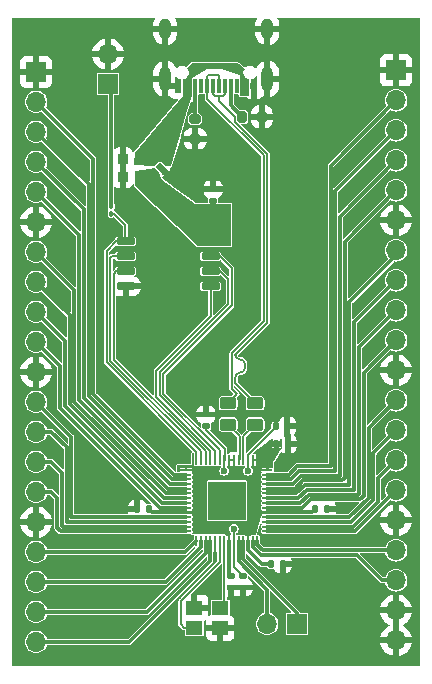
<source format=gbr>
%TF.GenerationSoftware,KiCad,Pcbnew,8.0.2*%
%TF.CreationDate,2024-06-21T23:47:15-04:00*%
%TF.ProjectId,RP2040 Custom,52503230-3430-4204-9375-73746f6d2e6b,rev?*%
%TF.SameCoordinates,Original*%
%TF.FileFunction,Copper,L1,Top*%
%TF.FilePolarity,Positive*%
%FSLAX46Y46*%
G04 Gerber Fmt 4.6, Leading zero omitted, Abs format (unit mm)*
G04 Created by KiCad (PCBNEW 8.0.2) date 2024-06-21 23:47:15*
%MOMM*%
%LPD*%
G01*
G04 APERTURE LIST*
G04 Aperture macros list*
%AMRoundRect*
0 Rectangle with rounded corners*
0 $1 Rounding radius*
0 $2 $3 $4 $5 $6 $7 $8 $9 X,Y pos of 4 corners*
0 Add a 4 corners polygon primitive as box body*
4,1,4,$2,$3,$4,$5,$6,$7,$8,$9,$2,$3,0*
0 Add four circle primitives for the rounded corners*
1,1,$1+$1,$2,$3*
1,1,$1+$1,$4,$5*
1,1,$1+$1,$6,$7*
1,1,$1+$1,$8,$9*
0 Add four rect primitives between the rounded corners*
20,1,$1+$1,$2,$3,$4,$5,0*
20,1,$1+$1,$4,$5,$6,$7,0*
20,1,$1+$1,$6,$7,$8,$9,0*
20,1,$1+$1,$8,$9,$2,$3,0*%
%AMFreePoly0*
4,1,6,0.230000,0.054289,0.020711,-0.155000,-0.230000,-0.155000,-0.230000,0.155000,0.230000,0.155000,0.230000,0.054289,0.230000,0.054289,$1*%
%AMFreePoly1*
4,1,6,0.230000,-0.054289,0.230000,-0.155000,-0.230000,-0.155000,-0.230000,0.155000,0.020711,0.155000,0.230000,-0.054289,0.230000,-0.054289,$1*%
%AMFreePoly2*
4,1,6,0.230000,-0.155000,-0.230000,-0.155000,-0.230000,-0.054289,-0.020711,0.155000,0.230000,0.155000,0.230000,-0.155000,0.230000,-0.155000,$1*%
%AMFreePoly3*
4,1,6,0.230000,-0.155000,-0.020711,-0.155000,-0.230000,0.054289,-0.230000,0.155000,0.230000,0.155000,0.230000,-0.155000,0.230000,-0.155000,$1*%
G04 Aperture macros list end*
%TA.AperFunction,SMDPad,CuDef*%
%ADD10RoundRect,0.050000X-0.387500X-0.050000X0.387500X-0.050000X0.387500X0.050000X-0.387500X0.050000X0*%
%TD*%
%TA.AperFunction,SMDPad,CuDef*%
%ADD11RoundRect,0.050000X-0.050000X-0.387500X0.050000X-0.387500X0.050000X0.387500X-0.050000X0.387500X0*%
%TD*%
%TA.AperFunction,HeatsinkPad*%
%ADD12R,3.200000X3.200000*%
%TD*%
%TA.AperFunction,ComponentPad*%
%ADD13R,1.700000X1.700000*%
%TD*%
%TA.AperFunction,ComponentPad*%
%ADD14O,1.700000X1.700000*%
%TD*%
%TA.AperFunction,SMDPad,CuDef*%
%ADD15RoundRect,0.140000X-0.170000X0.140000X-0.170000X-0.140000X0.170000X-0.140000X0.170000X0.140000X0*%
%TD*%
%TA.AperFunction,SMDPad,CuDef*%
%ADD16RoundRect,0.140000X0.140000X0.170000X-0.140000X0.170000X-0.140000X-0.170000X0.140000X-0.170000X0*%
%TD*%
%TA.AperFunction,SMDPad,CuDef*%
%ADD17RoundRect,0.140000X0.170000X-0.140000X0.170000X0.140000X-0.170000X0.140000X-0.170000X-0.140000X0*%
%TD*%
%TA.AperFunction,SMDPad,CuDef*%
%ADD18R,1.400000X1.200000*%
%TD*%
%TA.AperFunction,SMDPad,CuDef*%
%ADD19RoundRect,0.100000X0.100000X-0.130000X0.100000X0.130000X-0.100000X0.130000X-0.100000X-0.130000X0*%
%TD*%
%TA.AperFunction,SMDPad,CuDef*%
%ADD20RoundRect,0.250000X-0.450000X0.262500X-0.450000X-0.262500X0.450000X-0.262500X0.450000X0.262500X0*%
%TD*%
%TA.AperFunction,SMDPad,CuDef*%
%ADD21RoundRect,0.225000X-0.225000X-0.250000X0.225000X-0.250000X0.225000X0.250000X-0.225000X0.250000X0*%
%TD*%
%TA.AperFunction,SMDPad,CuDef*%
%ADD22RoundRect,0.200000X-0.275000X0.200000X-0.275000X-0.200000X0.275000X-0.200000X0.275000X0.200000X0*%
%TD*%
%TA.AperFunction,SMDPad,CuDef*%
%ADD23FreePoly0,90.000000*%
%TD*%
%TA.AperFunction,SMDPad,CuDef*%
%ADD24FreePoly1,90.000000*%
%TD*%
%TA.AperFunction,SMDPad,CuDef*%
%ADD25FreePoly2,90.000000*%
%TD*%
%TA.AperFunction,SMDPad,CuDef*%
%ADD26FreePoly3,90.000000*%
%TD*%
%TA.AperFunction,SMDPad,CuDef*%
%ADD27RoundRect,0.145000X0.205061X0.000000X0.000000X0.205061X-0.205061X0.000000X0.000000X-0.205061X0*%
%TD*%
%TA.AperFunction,SMDPad,CuDef*%
%ADD28RoundRect,0.150000X-0.650000X-0.150000X0.650000X-0.150000X0.650000X0.150000X-0.650000X0.150000X0*%
%TD*%
%TA.AperFunction,SMDPad,CuDef*%
%ADD29R,0.600000X1.240000*%
%TD*%
%TA.AperFunction,SMDPad,CuDef*%
%ADD30R,0.300000X1.240000*%
%TD*%
%TA.AperFunction,ComponentPad*%
%ADD31O,1.000000X2.100000*%
%TD*%
%TA.AperFunction,ComponentPad*%
%ADD32O,1.000000X1.800000*%
%TD*%
%TA.AperFunction,SMDPad,CuDef*%
%ADD33RoundRect,0.200000X-0.200000X-0.275000X0.200000X-0.275000X0.200000X0.275000X-0.200000X0.275000X0*%
%TD*%
%TA.AperFunction,ViaPad*%
%ADD34C,0.600000*%
%TD*%
%TA.AperFunction,Conductor*%
%ADD35C,0.300000*%
%TD*%
%TA.AperFunction,Conductor*%
%ADD36C,0.200000*%
%TD*%
G04 APERTURE END LIST*
D10*
%TO.P,U1,1,IOVDD*%
%TO.N,3.3V*%
X137160000Y-81960000D03*
%TO.P,U1,2,GPIO0*%
%TO.N,GPIO0*%
X137160000Y-82360000D03*
%TO.P,U1,3,GPIO1*%
%TO.N,GPIO1*%
X137160000Y-82760000D03*
%TO.P,U1,4,GPIO2*%
%TO.N,GPIO2*%
X137160000Y-83160000D03*
%TO.P,U1,5,GPIO3*%
%TO.N,GPIO3*%
X137160000Y-83560000D03*
%TO.P,U1,6,GPIO4*%
%TO.N,GPIO4*%
X137160000Y-83960000D03*
%TO.P,U1,7,GPIO5*%
%TO.N,GPIO5*%
X137160000Y-84360000D03*
%TO.P,U1,8,GPIO6*%
%TO.N,GPIO6*%
X137160000Y-84760000D03*
%TO.P,U1,9,GPIO7*%
%TO.N,GPIO7*%
X137160000Y-85160000D03*
%TO.P,U1,10,IOVDD*%
%TO.N,3.3V*%
X137160000Y-85560000D03*
%TO.P,U1,11,GPIO8*%
%TO.N,GPIO8*%
X137160000Y-85960000D03*
%TO.P,U1,12,GPIO9*%
%TO.N,GPIO9*%
X137160000Y-86360000D03*
%TO.P,U1,13,GPIO10*%
%TO.N,GPIO10*%
X137160000Y-86760000D03*
%TO.P,U1,14,GPIO11*%
%TO.N,GPIO11*%
X137160000Y-87160000D03*
D11*
%TO.P,U1,15,GPIO12*%
%TO.N,GPIO12*%
X137997500Y-87997500D03*
%TO.P,U1,16,GPIO13*%
%TO.N,GPIO13*%
X138397500Y-87997500D03*
%TO.P,U1,17,GPIO14*%
%TO.N,GPIO14*%
X138797500Y-87997500D03*
%TO.P,U1,18,GPIO15*%
%TO.N,GPIO15*%
X139197500Y-87997500D03*
%TO.P,U1,19,TESTEN*%
%TO.N,GND*%
X139597500Y-87997500D03*
%TO.P,U1,20,XIN*%
%TO.N,Net-(U1-XIN)*%
X139997500Y-87997500D03*
%TO.P,U1,21,XOUT*%
%TO.N,Net-(U1-XOUT)*%
X140397500Y-87997500D03*
%TO.P,U1,22,IOVDD*%
%TO.N,3.3V*%
X140797500Y-87997500D03*
%TO.P,U1,23,DVDD*%
%TO.N,Net-(U1-VREG_VOUT)*%
X141197500Y-87997500D03*
%TO.P,U1,24,SWCLK*%
%TO.N,SWCLK*%
X141597500Y-87997500D03*
%TO.P,U1,25,SWD*%
%TO.N,SWDIO*%
X141997500Y-87997500D03*
%TO.P,U1,26,RUN*%
%TO.N,3.3V*%
X142397500Y-87997500D03*
%TO.P,U1,27,GPIO16*%
%TO.N,GPIO16*%
X142797500Y-87997500D03*
%TO.P,U1,28,GPIO17*%
%TO.N,GPIO17*%
X143197500Y-87997500D03*
D10*
%TO.P,U1,29,GPIO18*%
%TO.N,GPIO18*%
X144035000Y-87160000D03*
%TO.P,U1,30,GPIO19*%
%TO.N,GPIO19*%
X144035000Y-86760000D03*
%TO.P,U1,31,GPIO20*%
%TO.N,GPIO20*%
X144035000Y-86360000D03*
%TO.P,U1,32,GPIO21*%
%TO.N,GPIO21*%
X144035000Y-85960000D03*
%TO.P,U1,33,IOVDD*%
%TO.N,3.3V*%
X144035000Y-85560000D03*
%TO.P,U1,34,GPIO22*%
%TO.N,GPIO22*%
X144035000Y-85160000D03*
%TO.P,U1,35,GPIO23*%
%TO.N,GPIO23*%
X144035000Y-84760000D03*
%TO.P,U1,36,GPIO24*%
%TO.N,GPIO24*%
X144035000Y-84360000D03*
%TO.P,U1,37,GPIO25*%
%TO.N,GPIO25*%
X144035000Y-83960000D03*
%TO.P,U1,38,GPIO26_ADC0*%
%TO.N,GPIO26*%
X144035000Y-83560000D03*
%TO.P,U1,39,GPIO27_ADC1*%
%TO.N,GPIO27*%
X144035000Y-83160000D03*
%TO.P,U1,40,GPIO28_ADC2*%
%TO.N,GPIO28*%
X144035000Y-82760000D03*
%TO.P,U1,41,GPIO29_ADC3*%
%TO.N,GPIO29*%
X144035000Y-82360000D03*
%TO.P,U1,42,IOVDD*%
%TO.N,3.3V*%
X144035000Y-81960000D03*
D11*
%TO.P,U1,43,ADC_AVDD*%
X143197500Y-81122500D03*
%TO.P,U1,44,VREG_IN*%
X142797500Y-81122500D03*
%TO.P,U1,45,VREG_VOUT*%
%TO.N,Net-(U1-VREG_VOUT)*%
X142397500Y-81122500D03*
%TO.P,U1,46,USB_DM*%
%TO.N,Net-(U1-USB_D-*%
X141997500Y-81122500D03*
%TO.P,U1,47,USB_DP*%
%TO.N,Net-(U1-USB_D+*%
X141597500Y-81122500D03*
%TO.P,U1,48,USB_VDD*%
%TO.N,3.3V*%
X141197500Y-81122500D03*
%TO.P,U1,49,IOVDD*%
X140797500Y-81122500D03*
%TO.P,U1,50,DVDD*%
%TO.N,Net-(U1-VREG_VOUT)*%
X140397500Y-81122500D03*
%TO.P,U1,51,QSPI_SD3*%
%TO.N,Net-(U1-QSPI_SD3)*%
X139997500Y-81122500D03*
%TO.P,U1,52,QSPI_SCLK*%
%TO.N,Net-(U1-QSPI_SCLK)*%
X139597500Y-81122500D03*
%TO.P,U1,53,QSPI_SD0*%
%TO.N,Net-(U1-QSPI_SD0)*%
X139197500Y-81122500D03*
%TO.P,U1,54,QSPI_SD2*%
%TO.N,Net-(U1-QSPI_SD2)*%
X138797500Y-81122500D03*
%TO.P,U1,55,QSPI_SD1*%
%TO.N,Net-(U1-QSPI_SD1)*%
X138397500Y-81122500D03*
%TO.P,U1,56,QSPI_SS*%
%TO.N,Net-(U1-QSPI_SS)*%
X137997500Y-81122500D03*
D12*
%TO.P,U1,57,GND*%
%TO.N,GND*%
X140597500Y-84560000D03*
%TD*%
D13*
%TO.P,J5,1*%
%TO.N,SWDIO*%
X146558000Y-94996000D03*
D14*
%TO.P,J5,2*%
%TO.N,SWCLK*%
X144018000Y-94996000D03*
%TD*%
D15*
%TO.P,C5,1*%
%TO.N,3.3V*%
X140970000Y-90960000D03*
%TO.P,C5,2*%
%TO.N,GND*%
X140970000Y-91920000D03*
%TD*%
D13*
%TO.P,J4,1*%
%TO.N,Load*%
X130556000Y-49276000D03*
D14*
%TO.P,J4,2*%
%TO.N,GND*%
X130556000Y-46736000D03*
%TD*%
D13*
%TO.P,J2,1,Pin_1*%
%TO.N,GND*%
X124460000Y-48260000D03*
D14*
%TO.P,J2,2,Pin_2*%
%TO.N,GPIO0*%
X124460000Y-50800000D03*
%TO.P,J2,3,Pin_3*%
%TO.N,GPIO1*%
X124460000Y-53340000D03*
%TO.P,J2,4,Pin_4*%
%TO.N,GPIO2*%
X124460000Y-55880000D03*
%TO.P,J2,5,Pin_5*%
%TO.N,GPIO3*%
X124460000Y-58420000D03*
%TO.P,J2,6,Pin_6*%
%TO.N,GND*%
X124460000Y-60960000D03*
%TO.P,J2,7,Pin_7*%
%TO.N,GPIO4*%
X124460000Y-63500000D03*
%TO.P,J2,8,Pin_8*%
%TO.N,GPIO5*%
X124460000Y-66040000D03*
%TO.P,J2,9,Pin_9*%
%TO.N,GPIO6*%
X124460000Y-68580000D03*
%TO.P,J2,10,Pin_10*%
%TO.N,GPIO7*%
X124460000Y-71120000D03*
%TO.P,J2,11,Pin_11*%
%TO.N,GND*%
X124460000Y-73660000D03*
%TO.P,J2,12,Pin_12*%
%TO.N,GPIO8*%
X124460000Y-76200000D03*
%TO.P,J2,13,Pin_13*%
%TO.N,GPIO9*%
X124460000Y-78740000D03*
%TO.P,J2,14,Pin_14*%
%TO.N,GPIO10*%
X124460000Y-81280000D03*
%TO.P,J2,15,Pin_15*%
%TO.N,GPIO11*%
X124460000Y-83820000D03*
%TO.P,J2,16,Pin_16*%
%TO.N,GND*%
X124460000Y-86360000D03*
%TO.P,J2,17,Pin_17*%
%TO.N,GPIO12*%
X124460000Y-88900000D03*
%TO.P,J2,18,Pin_18*%
%TO.N,GPIO13*%
X124460000Y-91440000D03*
%TO.P,J2,19,Pin_19*%
%TO.N,GPIO14*%
X124460000Y-93980000D03*
%TO.P,J2,20,Pin_20*%
%TO.N,GPIO15*%
X124460000Y-96520000D03*
%TD*%
D16*
%TO.P,C6,1*%
%TO.N,3.3V*%
X133982400Y-85267800D03*
%TO.P,C6,2*%
%TO.N,GND*%
X133022400Y-85267800D03*
%TD*%
D17*
%TO.P,C12,1*%
%TO.N,GND*%
X141986000Y-91920000D03*
%TO.P,C12,2*%
%TO.N,Net-(U1-VREG_VOUT)*%
X141986000Y-90960000D03*
%TD*%
D13*
%TO.P,J1,1,Pin_1*%
%TO.N,GND*%
X154940000Y-48133000D03*
D14*
%TO.P,J1,2,Pin_2*%
%TO.N,GPIO29*%
X154940000Y-50673000D03*
%TO.P,J1,3,Pin_3*%
%TO.N,GPIO28*%
X154940000Y-53213000D03*
%TO.P,J1,4,Pin_4*%
%TO.N,GPIO27*%
X154940000Y-55753000D03*
%TO.P,J1,5,Pin_5*%
%TO.N,GPIO26*%
X154940000Y-58293000D03*
%TO.P,J1,6,Pin_6*%
%TO.N,GND*%
X154940000Y-60833000D03*
%TO.P,J1,7,Pin_7*%
%TO.N,GPIO25*%
X154940000Y-63373000D03*
%TO.P,J1,8,Pin_8*%
%TO.N,GPIO24*%
X154940000Y-65913000D03*
%TO.P,J1,9,Pin_9*%
%TO.N,GPIO23*%
X154940000Y-68453000D03*
%TO.P,J1,10,Pin_10*%
%TO.N,GPIO22*%
X154940000Y-70993000D03*
%TO.P,J1,11,Pin_11*%
%TO.N,GND*%
X154940000Y-73533000D03*
%TO.P,J1,12,Pin_12*%
%TO.N,GPIO21*%
X154940000Y-76073000D03*
%TO.P,J1,13,Pin_13*%
%TO.N,GPIO20*%
X154940000Y-78613000D03*
%TO.P,J1,14,Pin_14*%
%TO.N,GPIO19*%
X154940000Y-81153000D03*
%TO.P,J1,15,Pin_15*%
%TO.N,GPIO18*%
X154940000Y-83693000D03*
%TO.P,J1,16,Pin_16*%
%TO.N,GND*%
X154940000Y-86233000D03*
%TO.P,J1,17,Pin_17*%
%TO.N,GPIO17*%
X154940000Y-88773000D03*
%TO.P,J1,18,Pin_18*%
%TO.N,GPIO16*%
X154940000Y-91313000D03*
%TO.P,J1,19,Pin_19*%
%TO.N,GND*%
X154940000Y-93853000D03*
%TO.P,J1,20,Pin_20*%
X154940000Y-96393000D03*
%TD*%
D15*
%TO.P,C3,1*%
%TO.N,GND*%
X138836400Y-77269400D03*
%TO.P,C3,2*%
%TO.N,Net-(U1-VREG_VOUT)*%
X138836400Y-78229400D03*
%TD*%
D18*
%TO.P,Y1,1,1*%
%TO.N,Net-(U1-XOUT)*%
X140038000Y-93638000D03*
%TO.P,Y1,2,2*%
%TO.N,GND*%
X137838000Y-93638000D03*
%TO.P,Y1,3,3*%
%TO.N,Net-(U1-XIN)*%
X137838000Y-95338000D03*
%TO.P,Y1,4,4*%
%TO.N,GND*%
X140038000Y-95338000D03*
%TD*%
D15*
%TO.P,C8,1*%
%TO.N,GND*%
X139446000Y-58194000D03*
%TO.P,C8,2*%
%TO.N,3.3V*%
X139446000Y-59154000D03*
%TD*%
D19*
%TO.P,R5,1*%
%TO.N,Net-(U1-QSPI_SS)*%
X130810000Y-60264000D03*
%TO.P,R5,2*%
%TO.N,Load*%
X130810000Y-59624000D03*
%TD*%
D20*
%TO.P,R1,1*%
%TO.N,Net-(J3-D+*%
X140716000Y-76303500D03*
%TO.P,R1,2*%
%TO.N,Net-(U1-USB_D+*%
X140716000Y-78128500D03*
%TD*%
D16*
%TO.P,C11,1*%
%TO.N,GND*%
X145768000Y-79756000D03*
%TO.P,C11,2*%
%TO.N,3.3V*%
X144808000Y-79756000D03*
%TD*%
D21*
%TO.P,C2,1*%
%TO.N,GND*%
X131800000Y-57150000D03*
%TO.P,C2,2*%
%TO.N,3.3V*%
X133350000Y-57150000D03*
%TD*%
D22*
%TO.P,R3,1*%
%TO.N,Net-(J3-CC2)*%
X137922000Y-52261000D03*
%TO.P,R3,2*%
%TO.N,GND*%
X137922000Y-53911000D03*
%TD*%
D21*
%TO.P,C1,1*%
%TO.N,GND*%
X131813000Y-55626000D03*
%TO.P,C1,2*%
%TO.N,Net-(U3-EN)*%
X133363000Y-55626000D03*
%TD*%
D16*
%TO.P,C7,1*%
%TO.N,GND*%
X145336200Y-89916000D03*
%TO.P,C7,2*%
%TO.N,3.3V*%
X144376200Y-89916000D03*
%TD*%
D23*
%TO.P,U3,1,VOUT*%
%TO.N,3.3V*%
X134620000Y-56740000D03*
D24*
%TO.P,U3,2,GND*%
%TO.N,GND*%
X135270000Y-56740000D03*
D25*
%TO.P,U3,3,EN*%
%TO.N,Net-(U3-EN)*%
X135270000Y-55880000D03*
D26*
%TO.P,U3,4,VIN*%
X134620000Y-55880000D03*
D27*
%TO.P,U3,5,THERM*%
%TO.N,GND*%
X134945000Y-56310000D03*
%TD*%
D28*
%TO.P,U2,1,~{CS}*%
%TO.N,Net-(U1-QSPI_SS)*%
X132036000Y-62611000D03*
%TO.P,U2,2,DO(IO1)*%
%TO.N,Net-(U1-QSPI_SD1)*%
X132036000Y-63881000D03*
%TO.P,U2,3,IO2*%
%TO.N,Net-(U1-QSPI_SD2)*%
X132036000Y-65151000D03*
%TO.P,U2,4,GND*%
%TO.N,GND*%
X132036000Y-66421000D03*
%TO.P,U2,5,DI(IO0)*%
%TO.N,Net-(U1-QSPI_SD0)*%
X139236000Y-66421000D03*
%TO.P,U2,6,CLK*%
%TO.N,Net-(U1-QSPI_SCLK)*%
X139236000Y-65151000D03*
%TO.P,U2,7,IO3*%
%TO.N,Net-(U1-QSPI_SD3)*%
X139236000Y-63881000D03*
%TO.P,U2,8,VCC*%
%TO.N,3.3V*%
X139236000Y-62611000D03*
%TD*%
D29*
%TO.P,J1,A1,GND*%
%TO.N,GND*%
X142900000Y-49445000D03*
%TO.P,J1,A4,VBUS*%
%TO.N,Net-(U3-EN)*%
X142100000Y-49445000D03*
D30*
%TO.P,J1,A5,CC1*%
%TO.N,Net-(J3-CC1)*%
X140950000Y-49445000D03*
%TO.P,J1,A6,D+*%
%TO.N,Net-(J3-D+*%
X139950000Y-49445000D03*
%TO.P,J1,A7,D-*%
%TO.N,Net-(J3-D-*%
X139450000Y-49445000D03*
%TO.P,J1,A8,SBU1*%
%TO.N,unconnected-(J3-SBU1-PadA8)*%
X138450000Y-49445000D03*
D29*
%TO.P,J1,A9,VBUS*%
%TO.N,Net-(U3-EN)*%
X137300000Y-49445000D03*
%TO.P,J1,A12,GND*%
%TO.N,GND*%
X136500000Y-49445000D03*
%TO.P,J1,B1,GND*%
X136500000Y-49445000D03*
%TO.P,J1,B4,VBUS*%
%TO.N,Net-(U3-EN)*%
X137300000Y-49445000D03*
D30*
%TO.P,J1,B5,CC2*%
%TO.N,Net-(J3-CC2)*%
X137950000Y-49445000D03*
%TO.P,J1,B6,D+*%
%TO.N,Net-(J3-D+*%
X138950000Y-49445000D03*
%TO.P,J1,B7,D-*%
%TO.N,Net-(J3-D-*%
X140450000Y-49445000D03*
%TO.P,J1,B8,SBU2*%
%TO.N,unconnected-(J3-SBU2-PadB8)*%
X141450000Y-49445000D03*
D29*
%TO.P,J1,B9,VBUS*%
%TO.N,Net-(U3-EN)*%
X142100000Y-49445000D03*
%TO.P,J1,B12,GND*%
%TO.N,GND*%
X142900000Y-49445000D03*
D31*
%TO.P,J1,S1,SHIELD*%
X144020000Y-48845000D03*
D32*
X144020000Y-44645000D03*
D31*
X135380000Y-48845000D03*
D32*
X135380000Y-44645000D03*
%TD*%
D16*
%TO.P,C4,1*%
%TO.N,GND*%
X149070000Y-85267800D03*
%TO.P,C4,2*%
%TO.N,3.3V*%
X148110000Y-85267800D03*
%TD*%
%TO.P,C3,1*%
%TO.N,GND*%
X145717200Y-78282800D03*
%TO.P,C3,2*%
%TO.N,Net-(U1-VREG_VOUT)*%
X144757200Y-78282800D03*
%TD*%
D20*
%TO.P,R2,1*%
%TO.N,Net-(J3-D-*%
X143002000Y-76303500D03*
%TO.P,R2,2*%
%TO.N,Net-(U1-USB_D-*%
X143002000Y-78128500D03*
%TD*%
D33*
%TO.P,R4,1*%
%TO.N,Net-(J3-CC1)*%
X141923000Y-52070000D03*
%TO.P,R4,2*%
%TO.N,GND*%
X143573000Y-52070000D03*
%TD*%
D34*
%TO.N,GND*%
X128778000Y-95250000D03*
X123952000Y-44450000D03*
X128778000Y-92456000D03*
X131826000Y-76454000D03*
X140597500Y-84560000D03*
X138430000Y-45974000D03*
X150368000Y-85090000D03*
X151892000Y-88138000D03*
X128778000Y-88138000D03*
X133858000Y-70104000D03*
X154686000Y-44450000D03*
X128778000Y-90170000D03*
X127762000Y-49276000D03*
X149860000Y-90170000D03*
X127000000Y-63246000D03*
X150114000Y-95758000D03*
X128524000Y-80518000D03*
%TO.N,Net-(U1-VREG_VOUT)*%
X142392400Y-82042000D03*
X140379436Y-82039894D03*
X141198600Y-86944200D03*
%TD*%
D35*
%TO.N,3.3V*%
X140797500Y-87997500D02*
X140797500Y-90787500D01*
X140797500Y-90787500D02*
X140970000Y-90960000D01*
%TO.N,SWDIO*%
X141997500Y-87997500D02*
X141997500Y-89540390D01*
X141997500Y-89540390D02*
X146558000Y-94100890D01*
X146558000Y-94100890D02*
X146558000Y-94996000D01*
%TO.N,SWCLK*%
X141597500Y-87997500D02*
X141597500Y-89706076D01*
X141597500Y-89706076D02*
X144018000Y-92126576D01*
X144018000Y-92126576D02*
X144018000Y-94996000D01*
D36*
%TO.N,Net-(U1-VREG_VOUT)*%
X141986000Y-90960000D02*
X141197500Y-90171500D01*
X141197500Y-90171500D02*
X141197500Y-87997500D01*
D35*
%TO.N,GPIO25*%
X144035000Y-83960000D02*
X146498942Y-83960000D01*
X146498942Y-83960000D02*
X147203942Y-83255000D01*
X150984000Y-67710000D02*
X154940000Y-63754000D01*
X150984000Y-83255000D02*
X150984000Y-67710000D01*
X147203942Y-83255000D02*
X150984000Y-83255000D01*
X154940000Y-63754000D02*
X154940000Y-63373000D01*
%TO.N,GPIO19*%
X144035000Y-86760000D02*
X151307314Y-86760000D01*
X151307314Y-86760000D02*
X153416000Y-84651314D01*
X153416000Y-82677000D02*
X154940000Y-81153000D01*
X153416000Y-84651314D02*
X153416000Y-82677000D01*
%TO.N,GPIO27*%
X146872570Y-82455000D02*
X150181256Y-82455000D01*
X146167570Y-83160000D02*
X146872570Y-82455000D01*
X144035000Y-83160000D02*
X146167570Y-83160000D01*
X150184000Y-60509000D02*
X154940000Y-55753000D01*
X150184000Y-82452256D02*
X150184000Y-60509000D01*
X150181256Y-82455000D02*
X150184000Y-82452256D01*
%TO.N,GPIO26*%
X147038256Y-82855000D02*
X150346942Y-82855000D01*
X150346942Y-82855000D02*
X150584000Y-82617942D01*
X150584000Y-82617942D02*
X150584000Y-62649000D01*
X150584000Y-62649000D02*
X154940000Y-58293000D01*
X146333256Y-83560000D02*
X147038256Y-82855000D01*
X144035000Y-83560000D02*
X146333256Y-83560000D01*
%TO.N,GPIO16*%
X142797500Y-88460650D02*
X142797500Y-87997500D01*
X151606200Y-89173000D02*
X143509850Y-89173000D01*
X154940000Y-91313000D02*
X153746200Y-91313000D01*
X153746200Y-91313000D02*
X151606200Y-89173000D01*
X143509850Y-89173000D02*
X142797500Y-88460650D01*
%TO.N,GPIO24*%
X144035000Y-84360000D02*
X146664628Y-84360000D01*
X146664628Y-84360000D02*
X147369628Y-83655000D01*
X151384000Y-69469000D02*
X154940000Y-65913000D01*
X151384000Y-83655000D02*
X151384000Y-69469000D01*
X147369628Y-83655000D02*
X151384000Y-83655000D01*
%TO.N,GPIO23*%
X151737942Y-84055000D02*
X151816000Y-83976942D01*
X146830314Y-84760000D02*
X147535314Y-84055000D01*
X151816000Y-71577000D02*
X154940000Y-68453000D01*
X144035000Y-84760000D02*
X146830314Y-84760000D01*
X151816000Y-83976942D02*
X151816000Y-71577000D01*
X147535314Y-84055000D02*
X151737942Y-84055000D01*
%TO.N,GPIO21*%
X152616000Y-84308314D02*
X152616000Y-78397000D01*
X152616000Y-78397000D02*
X154940000Y-76073000D01*
X144035000Y-85960000D02*
X150964314Y-85960000D01*
X150964314Y-85960000D02*
X152616000Y-84308314D01*
D36*
%TO.N,Net-(U1-QSPI_SCLK)*%
X134920000Y-73697736D02*
X134920000Y-75651472D01*
X140716000Y-67901736D02*
X134920000Y-73697736D01*
X134920000Y-75651472D02*
X139597500Y-80328972D01*
X140035999Y-65151000D02*
X140716000Y-65831001D01*
X139236000Y-65151000D02*
X140035999Y-65151000D01*
X139597500Y-80328972D02*
X139597500Y-81122500D01*
X140716000Y-65831001D02*
X140716000Y-67901736D01*
D35*
%TO.N,GPIO20*%
X144035000Y-86360000D02*
X151130000Y-86360000D01*
X153016000Y-80537000D02*
X154940000Y-78613000D01*
X153016000Y-84474000D02*
X153016000Y-80537000D01*
X151130000Y-86360000D02*
X153016000Y-84474000D01*
%TO.N,GPIO22*%
X151903628Y-84455000D02*
X147701000Y-84455000D01*
X152216000Y-73717000D02*
X152216000Y-84142628D01*
X146996000Y-85160000D02*
X144035000Y-85160000D01*
X152216000Y-84142628D02*
X151903628Y-84455000D01*
X154940000Y-70993000D02*
X152216000Y-73717000D01*
X147701000Y-84455000D02*
X146996000Y-85160000D01*
%TO.N,GPIO28*%
X149784000Y-82055000D02*
X149784000Y-58369000D01*
X146001884Y-82760000D02*
X146706884Y-82055000D01*
X149784000Y-58369000D02*
X154940000Y-53213000D01*
X144035000Y-82760000D02*
X146001884Y-82760000D01*
X146706884Y-82055000D02*
X149784000Y-82055000D01*
D36*
%TO.N,Net-(U1-QSPI_SS)*%
X132014000Y-62589000D02*
X132036000Y-62611000D01*
X132036000Y-62611000D02*
X131236001Y-62611000D01*
X130436000Y-72864528D02*
X137997500Y-80426028D01*
X131236001Y-62611000D02*
X130436000Y-63411001D01*
X132014000Y-61214000D02*
X132014000Y-62589000D01*
X137997500Y-80426028D02*
X137997500Y-81122500D01*
X131064000Y-60264000D02*
X130810000Y-60264000D01*
X130436000Y-63411001D02*
X130436000Y-72864528D01*
X132014000Y-61214000D02*
X131064000Y-60264000D01*
D35*
%TO.N,GPIO29*%
X144035000Y-82360000D02*
X145836198Y-82360000D01*
X149384000Y-81655000D02*
X149384000Y-56229000D01*
X149384000Y-56229000D02*
X154940000Y-50673000D01*
X145836198Y-82360000D02*
X146541198Y-81655000D01*
X146541198Y-81655000D02*
X149384000Y-81655000D01*
%TO.N,GPIO18*%
X151473000Y-87160000D02*
X154940000Y-83693000D01*
X144035000Y-87160000D02*
X151473000Y-87160000D01*
%TO.N,GPIO17*%
X143197500Y-87997500D02*
X143197500Y-88294964D01*
X143197500Y-88294964D02*
X143675536Y-88773000D01*
X143675536Y-88773000D02*
X154940000Y-88773000D01*
%TO.N,GPIO5*%
X135275372Y-84360000D02*
X127292000Y-76376628D01*
X137160000Y-84360000D02*
X135275372Y-84360000D01*
X127292000Y-76376628D02*
X127292000Y-68872000D01*
X127292000Y-68872000D02*
X124460000Y-66040000D01*
%TO.N,GPIO9*%
X127038000Y-80048000D02*
X125730000Y-78740000D01*
X125730000Y-78740000D02*
X124460000Y-78740000D01*
X127038000Y-86360000D02*
X127038000Y-80048000D01*
X137160000Y-86360000D02*
X127038000Y-86360000D01*
%TO.N,GPIO0*%
X129292000Y-75548198D02*
X129292000Y-55632000D01*
X136103802Y-82360000D02*
X129292000Y-75548198D01*
X137160000Y-82360000D02*
X136103802Y-82360000D01*
X129292000Y-55632000D02*
X124460000Y-50800000D01*
%TO.N,GPIO2*%
X128492000Y-59912000D02*
X124460000Y-55880000D01*
X135772430Y-83160000D02*
X128492000Y-75879570D01*
X137160000Y-83160000D02*
X135772430Y-83160000D01*
X128492000Y-75879570D02*
X128492000Y-59912000D01*
%TO.N,GPIO14*%
X138797500Y-89040500D02*
X133858000Y-93980000D01*
X138797500Y-87997500D02*
X138797500Y-89040500D01*
X133858000Y-93980000D02*
X124460000Y-93980000D01*
%TO.N,GPIO7*%
X134944000Y-85160000D02*
X126492000Y-76708000D01*
X137160000Y-85160000D02*
X134944000Y-85160000D01*
X126492000Y-76708000D02*
X126492000Y-73152000D01*
X126492000Y-73152000D02*
X124460000Y-71120000D01*
%TO.N,GPIO15*%
X132334000Y-96520000D02*
X124460000Y-96520000D01*
X139197500Y-87997500D02*
X139197500Y-89656500D01*
X139197500Y-89656500D02*
X132334000Y-96520000D01*
%TO.N,GPIO11*%
X126238000Y-84328000D02*
X125730000Y-83820000D01*
X126238000Y-86868000D02*
X126238000Y-84328000D01*
X137160000Y-87160000D02*
X126530000Y-87160000D01*
X126530000Y-87160000D02*
X126238000Y-86868000D01*
X125730000Y-83820000D02*
X124460000Y-83820000D01*
%TO.N,GPIO1*%
X128892000Y-75713884D02*
X128892000Y-57772000D01*
X135938116Y-82760000D02*
X128892000Y-75713884D01*
X137160000Y-82760000D02*
X135938116Y-82760000D01*
X128892000Y-57772000D02*
X124460000Y-53340000D01*
%TO.N,GPIO10*%
X125730000Y-81280000D02*
X124460000Y-81280000D01*
X126638000Y-82188000D02*
X125730000Y-81280000D01*
X126695686Y-86760000D02*
X126638000Y-86702314D01*
X137160000Y-86760000D02*
X126695686Y-86760000D01*
X126638000Y-86702314D02*
X126638000Y-82188000D01*
%TO.N,GPIO4*%
X137160000Y-83960000D02*
X135441058Y-83960000D01*
X127692000Y-66732000D02*
X124460000Y-63500000D01*
X135441058Y-83960000D02*
X127692000Y-76210942D01*
X127692000Y-76210942D02*
X127692000Y-66732000D01*
%TO.N,GPIO6*%
X135109686Y-84760000D02*
X126892000Y-76542314D01*
X137160000Y-84760000D02*
X135109686Y-84760000D01*
X126892000Y-71012000D02*
X124460000Y-68580000D01*
X126892000Y-76542314D02*
X126892000Y-71012000D01*
%TO.N,GPIO12*%
X137997500Y-87997500D02*
X137095000Y-88900000D01*
X137095000Y-88900000D02*
X124460000Y-88900000D01*
%TO.N,GPIO8*%
X127438000Y-85960000D02*
X127438000Y-79178000D01*
X127438000Y-79178000D02*
X124460000Y-76200000D01*
X137160000Y-85960000D02*
X127438000Y-85960000D01*
D36*
%TO.N,Net-(U1-QSPI_SD0)*%
X134620000Y-75775736D02*
X139197500Y-80353236D01*
X139236000Y-66421000D02*
X139236000Y-68957472D01*
X139197500Y-80353236D02*
X139197500Y-81122500D01*
X134620000Y-73573472D02*
X134620000Y-75775736D01*
X139236000Y-68957472D02*
X134620000Y-73573472D01*
%TO.N,Net-(U1-QSPI_SD1)*%
X130863000Y-63881000D02*
X132036000Y-63881000D01*
X138397500Y-80401764D02*
X130736000Y-72740264D01*
X130736000Y-64008000D02*
X130863000Y-63881000D01*
X130736000Y-72740264D02*
X130736000Y-64008000D01*
X138397500Y-81122500D02*
X138397500Y-80401764D01*
D35*
%TO.N,GPIO3*%
X128092000Y-76045256D02*
X128092000Y-62052000D01*
X135606744Y-83560000D02*
X128092000Y-76045256D01*
X137160000Y-83560000D02*
X135606744Y-83560000D01*
X128092000Y-62052000D02*
X124460000Y-58420000D01*
%TO.N,GPIO13*%
X138397500Y-88460650D02*
X135418150Y-91440000D01*
X138397500Y-87997500D02*
X138397500Y-88460650D01*
X135418150Y-91440000D02*
X124460000Y-91440000D01*
%TO.N,Net-(J3-CC2)*%
X137950000Y-49445000D02*
X137950000Y-52233000D01*
X137950000Y-52233000D02*
X137922000Y-52261000D01*
D36*
%TO.N,Net-(J3-D+*%
X141023000Y-75086500D02*
X141023000Y-72084412D01*
X139061000Y-48514000D02*
X139839000Y-48514000D01*
X141023000Y-72084412D02*
X143718000Y-69389412D01*
X139839000Y-48514000D02*
X139950000Y-48625000D01*
X143718000Y-55335490D02*
X138950000Y-50567490D01*
X138950000Y-48625000D02*
X139061000Y-48514000D01*
X143718000Y-69389412D02*
X143718000Y-55335490D01*
X138950000Y-50567490D02*
X138950000Y-49445000D01*
X139950000Y-48625000D02*
X139950000Y-49445000D01*
X138950000Y-49445000D02*
X138950000Y-48625000D01*
X140716000Y-76303500D02*
X141478000Y-75541500D01*
X141478000Y-75541500D02*
X141023000Y-75086500D01*
%TO.N,Net-(J3-D-*%
X139954000Y-50265000D02*
X139954000Y-50694736D01*
X141323000Y-74428676D02*
X141323000Y-74624500D01*
X140300000Y-50265000D02*
X140450000Y-50115000D01*
X139954000Y-50694736D02*
X141323000Y-52063736D01*
X141323000Y-74624500D02*
X141553250Y-74854750D01*
X141323000Y-74124748D02*
X141323000Y-74428676D01*
X141323000Y-52063736D02*
X141323000Y-52516226D01*
X144018000Y-55211226D02*
X144018000Y-69513676D01*
X139450000Y-49445000D02*
X139450000Y-50115000D01*
X139954000Y-50265000D02*
X140300000Y-50265000D01*
X141553250Y-74854750D02*
X143002000Y-76303500D01*
X141563838Y-71967838D02*
X141323000Y-72208676D01*
X140450000Y-50115000D02*
X140450000Y-49445000D01*
X144018000Y-69513676D02*
X141563838Y-71967838D01*
X142129072Y-73014748D02*
X142129072Y-73318676D01*
X139600000Y-50265000D02*
X139954000Y-50265000D01*
X141323000Y-52516226D02*
X144018000Y-55211226D01*
X139450000Y-50115000D02*
X139600000Y-50265000D01*
X141726036Y-73721712D02*
G75*
G03*
X141323012Y-74124748I-36J-402988D01*
G01*
X142129072Y-73318676D02*
G75*
G02*
X141726036Y-73721772I-403072J-24D01*
G01*
X141726036Y-72611712D02*
G75*
G02*
X142128988Y-73014748I-36J-402988D01*
G01*
X141323000Y-72208676D02*
G75*
G03*
X141726036Y-72611700I403000J-24D01*
G01*
D35*
%TO.N,Net-(J3-CC1)*%
X140950000Y-49445000D02*
X140950000Y-51097000D01*
X140950000Y-51097000D02*
X141923000Y-52070000D01*
%TO.N,3.3V*%
X134274600Y-85560000D02*
X133982400Y-85267800D01*
X142397500Y-88754500D02*
X143559000Y-89916000D01*
X137160000Y-85560000D02*
X134274600Y-85560000D01*
X142397500Y-87997500D02*
X142397500Y-88754500D01*
X147817800Y-85560000D02*
X148110000Y-85267800D01*
X143559000Y-89916000D02*
X144376200Y-89916000D01*
X144035000Y-85560000D02*
X147817800Y-85560000D01*
D36*
%TO.N,Net-(U1-QSPI_SD2)*%
X132036000Y-65151000D02*
X131236001Y-65151000D01*
X131236001Y-65151000D02*
X131036000Y-65351001D01*
X131036000Y-72616000D02*
X138797500Y-80377500D01*
X131036000Y-65351001D02*
X131036000Y-72616000D01*
X138797500Y-80377500D02*
X138797500Y-81122500D01*
%TO.N,Net-(U1-USB_D-*%
X141997500Y-81122500D02*
X141997500Y-79133000D01*
X141997500Y-79133000D02*
X143002000Y-78128500D01*
%TO.N,Net-(U1-XIN)*%
X136687500Y-95031500D02*
X136994000Y-95338000D01*
X139997500Y-87997500D02*
X139997500Y-89778500D01*
X136994000Y-95338000D02*
X137838000Y-95338000D01*
X139997500Y-89778500D02*
X136687500Y-93088500D01*
X136687500Y-93088500D02*
X136687500Y-95031500D01*
%TO.N,Net-(U1-USB_D+*%
X141697500Y-81022500D02*
X141597500Y-81122500D01*
X140716000Y-78128500D02*
X141697500Y-79110000D01*
X141697500Y-79110000D02*
X141697500Y-81022500D01*
%TO.N,Net-(U1-QSPI_SD3)*%
X140035999Y-63881000D02*
X141016000Y-64861001D01*
X141016000Y-64861001D02*
X141016000Y-68026000D01*
X139236000Y-63881000D02*
X140035999Y-63881000D01*
X135220000Y-73822000D02*
X135220000Y-75527208D01*
X135220000Y-75527208D02*
X139997500Y-80304708D01*
X141016000Y-68026000D02*
X135220000Y-73822000D01*
X139997500Y-80304708D02*
X139997500Y-81122500D01*
%TO.N,Net-(U1-VREG_VOUT)*%
X140379436Y-82039894D02*
X140379436Y-81140564D01*
X142397500Y-82036900D02*
X142392400Y-82042000D01*
X141198600Y-86944200D02*
X141198600Y-87996400D01*
X140379436Y-81140564D02*
X140397500Y-81122500D01*
X142397500Y-80685000D02*
X144757200Y-78325300D01*
X140411200Y-80159800D02*
X140411200Y-81108800D01*
X140411200Y-81108800D02*
X140397500Y-81122500D01*
X144757200Y-78325300D02*
X144757200Y-78282800D01*
X138836400Y-78585000D02*
X140411200Y-80159800D01*
X138836400Y-78229400D02*
X138836400Y-78585000D01*
X141198600Y-87996400D02*
X141197500Y-87997500D01*
X142397500Y-81122500D02*
X142397500Y-80685000D01*
X142397500Y-81122500D02*
X142397500Y-82036900D01*
%TO.N,Net-(U1-XOUT)*%
X140397500Y-93278500D02*
X140038000Y-93638000D01*
X140397500Y-87997500D02*
X140397500Y-93278500D01*
D35*
%TO.N,Load*%
X130810000Y-59624000D02*
X130810000Y-49530000D01*
X130810000Y-49530000D02*
X130556000Y-49276000D01*
%TD*%
%TA.AperFunction,Conductor*%
%TO.N,3.3V*%
G36*
X144513888Y-79337087D02*
G01*
X144526775Y-79368200D01*
X144513888Y-79399313D01*
X144507221Y-79404784D01*
X144494972Y-79412968D01*
X144494969Y-79412971D01*
X144441924Y-79492358D01*
X144441923Y-79492359D01*
X144439210Y-79505999D01*
X144439211Y-79506000D01*
X145176788Y-79506000D01*
X145181626Y-79500103D01*
X145173035Y-79490802D01*
X145121030Y-79412971D01*
X145121027Y-79412968D01*
X145108779Y-79404784D01*
X145090070Y-79376783D01*
X145096641Y-79343754D01*
X145124642Y-79325045D01*
X145133225Y-79324200D01*
X145198073Y-79324200D01*
X145229186Y-79337087D01*
X145241771Y-79363058D01*
X145243386Y-79376783D01*
X145253319Y-79461216D01*
X145244436Y-79492627D01*
X145244631Y-79492687D01*
X145260418Y-79521560D01*
X145287395Y-79750859D01*
X145287395Y-79761141D01*
X145260418Y-79990439D01*
X145243983Y-80019833D01*
X145241696Y-80020479D01*
X145252774Y-80037058D01*
X145253319Y-80050783D01*
X145238403Y-80177566D01*
X145231576Y-80196435D01*
X144526000Y-81279999D01*
X144526000Y-81724034D01*
X144513113Y-81755147D01*
X144482000Y-81768034D01*
X144473417Y-81767189D01*
X144437273Y-81760000D01*
X144135001Y-81760000D01*
X144135000Y-81760001D01*
X144135000Y-82016000D01*
X144122113Y-82047113D01*
X144091000Y-82060000D01*
X143504507Y-82060000D01*
X143506203Y-82068526D01*
X143506203Y-82068527D01*
X143539355Y-82118142D01*
X143539357Y-82118144D01*
X143546794Y-82123113D01*
X143565505Y-82151113D01*
X143558937Y-82184142D01*
X143546798Y-82196282D01*
X143538996Y-82201496D01*
X143505733Y-82251278D01*
X143497000Y-82295180D01*
X143497000Y-82424820D01*
X143505733Y-82468722D01*
X143538996Y-82518504D01*
X143543153Y-82521281D01*
X143546347Y-82523416D01*
X143565056Y-82551417D01*
X143558485Y-82584446D01*
X143546347Y-82596584D01*
X143538998Y-82601494D01*
X143538995Y-82601497D01*
X143505733Y-82651278D01*
X143497000Y-82695180D01*
X143497000Y-82824820D01*
X143505733Y-82868722D01*
X143538996Y-82918504D01*
X143542410Y-82920785D01*
X143546347Y-82923416D01*
X143565056Y-82951417D01*
X143558485Y-82984446D01*
X143546347Y-82996584D01*
X143538998Y-83001494D01*
X143538995Y-83001497D01*
X143505733Y-83051278D01*
X143497000Y-83095180D01*
X143497000Y-83224820D01*
X143505733Y-83268722D01*
X143538996Y-83318504D01*
X143543153Y-83321281D01*
X143546347Y-83323416D01*
X143565056Y-83351417D01*
X143558485Y-83384446D01*
X143546347Y-83396584D01*
X143538998Y-83401494D01*
X143538995Y-83401497D01*
X143505733Y-83451278D01*
X143497000Y-83495180D01*
X143497000Y-83624820D01*
X143505733Y-83668722D01*
X143538996Y-83718504D01*
X143543153Y-83721281D01*
X143546347Y-83723416D01*
X143565056Y-83751417D01*
X143558485Y-83784446D01*
X143546347Y-83796584D01*
X143538998Y-83801494D01*
X143538995Y-83801497D01*
X143505733Y-83851278D01*
X143497000Y-83895180D01*
X143497000Y-84024820D01*
X143505733Y-84068722D01*
X143538996Y-84118504D01*
X143543153Y-84121281D01*
X143546347Y-84123416D01*
X143565056Y-84151417D01*
X143558485Y-84184446D01*
X143546347Y-84196584D01*
X143538998Y-84201494D01*
X143538995Y-84201497D01*
X143505733Y-84251278D01*
X143497000Y-84295180D01*
X143497000Y-84424820D01*
X143505733Y-84468722D01*
X143538996Y-84518504D01*
X143543153Y-84521281D01*
X143546347Y-84523416D01*
X143565056Y-84551417D01*
X143558485Y-84584446D01*
X143546347Y-84596584D01*
X143538998Y-84601494D01*
X143538995Y-84601497D01*
X143505733Y-84651278D01*
X143497000Y-84695180D01*
X143497000Y-84824820D01*
X143505733Y-84868722D01*
X143538996Y-84918504D01*
X143543153Y-84921281D01*
X143546347Y-84923416D01*
X143565056Y-84951417D01*
X143558485Y-84984446D01*
X143546347Y-84996584D01*
X143538998Y-85001494D01*
X143538995Y-85001497D01*
X143505733Y-85051278D01*
X143497000Y-85095180D01*
X143497000Y-85224820D01*
X143505733Y-85268722D01*
X143538996Y-85318504D01*
X143546796Y-85323716D01*
X143565505Y-85351715D01*
X143558936Y-85384745D01*
X143546797Y-85396884D01*
X143539358Y-85401854D01*
X143539355Y-85401857D01*
X143506203Y-85451472D01*
X143506203Y-85451473D01*
X143504507Y-85460000D01*
X144091000Y-85460000D01*
X144122113Y-85472887D01*
X144135000Y-85504000D01*
X144135000Y-85616000D01*
X144122113Y-85647113D01*
X144091000Y-85660000D01*
X143504507Y-85660000D01*
X143506203Y-85668526D01*
X143506203Y-85668527D01*
X143539355Y-85718142D01*
X143539357Y-85718144D01*
X143546794Y-85723113D01*
X143565505Y-85751113D01*
X143558937Y-85784142D01*
X143546798Y-85796282D01*
X143545168Y-85797371D01*
X143538997Y-85801495D01*
X143538995Y-85801497D01*
X143505733Y-85851278D01*
X143497000Y-85895180D01*
X143497000Y-85895183D01*
X143496579Y-85897300D01*
X143496433Y-85897271D01*
X143495636Y-85901372D01*
X143034031Y-87488136D01*
X143012966Y-87514410D01*
X142979491Y-87518094D01*
X142959897Y-87503731D01*
X142959068Y-87504561D01*
X142956005Y-87501498D01*
X142956004Y-87501496D01*
X142906222Y-87468233D01*
X142862320Y-87459500D01*
X142732680Y-87459500D01*
X142688783Y-87468232D01*
X142688778Y-87468233D01*
X142638997Y-87501495D01*
X142638995Y-87501497D01*
X142633783Y-87509298D01*
X142605781Y-87528006D01*
X142572752Y-87521435D01*
X142560613Y-87509294D01*
X142555644Y-87501857D01*
X142555639Y-87501852D01*
X142506030Y-87468704D01*
X142497500Y-87467006D01*
X142497500Y-88053500D01*
X142484613Y-88084613D01*
X142453500Y-88097500D01*
X142341500Y-88097500D01*
X142310387Y-88084613D01*
X142297500Y-88053500D01*
X142297500Y-87467007D01*
X142288973Y-87468703D01*
X142288972Y-87468703D01*
X142239357Y-87501855D01*
X142239354Y-87501858D01*
X142234384Y-87509297D01*
X142206383Y-87528006D01*
X142173354Y-87521435D01*
X142161216Y-87509297D01*
X142156004Y-87501496D01*
X142106222Y-87468233D01*
X142062320Y-87459500D01*
X141932680Y-87459500D01*
X141888783Y-87468232D01*
X141888778Y-87468233D01*
X141838997Y-87501495D01*
X141838994Y-87501498D01*
X141834084Y-87508847D01*
X141806083Y-87527556D01*
X141773054Y-87520985D01*
X141760916Y-87508847D01*
X141756005Y-87501498D01*
X141756004Y-87501496D01*
X141706222Y-87468233D01*
X141662320Y-87459500D01*
X141532680Y-87459500D01*
X141503412Y-87465322D01*
X141488776Y-87468233D01*
X141467544Y-87482420D01*
X141434515Y-87488989D01*
X141406515Y-87470279D01*
X141399100Y-87445835D01*
X141399100Y-87318494D01*
X141411987Y-87287381D01*
X141423120Y-87279292D01*
X141436942Y-87272250D01*
X141526650Y-87182542D01*
X141584246Y-87069504D01*
X141595018Y-87001496D01*
X141604092Y-86944202D01*
X141604092Y-86944197D01*
X141584247Y-86818899D01*
X141584246Y-86818898D01*
X141584246Y-86818896D01*
X141526650Y-86705858D01*
X141436942Y-86616150D01*
X141323904Y-86558554D01*
X141323902Y-86558553D01*
X141323901Y-86558553D01*
X141323900Y-86558552D01*
X141198602Y-86538708D01*
X141198598Y-86538708D01*
X141073299Y-86558552D01*
X141073298Y-86558553D01*
X140960259Y-86616149D01*
X140870549Y-86705859D01*
X140812953Y-86818898D01*
X140812952Y-86818899D01*
X140793108Y-86944197D01*
X140793108Y-86944202D01*
X140812952Y-87069500D01*
X140812953Y-87069501D01*
X140812953Y-87069502D01*
X140812954Y-87069504D01*
X140870550Y-87182542D01*
X140960258Y-87272250D01*
X140974076Y-87279290D01*
X140995946Y-87304896D01*
X140998100Y-87318494D01*
X140998100Y-87447905D01*
X140985213Y-87479018D01*
X140954100Y-87491905D01*
X140929655Y-87484490D01*
X140906028Y-87468703D01*
X140897500Y-87467006D01*
X140897500Y-88053500D01*
X140884613Y-88084613D01*
X140853500Y-88097500D01*
X140741500Y-88097500D01*
X140710387Y-88084613D01*
X140697500Y-88053500D01*
X140697500Y-87467007D01*
X140688973Y-87468703D01*
X140688972Y-87468703D01*
X140639357Y-87501855D01*
X140639354Y-87501858D01*
X140634384Y-87509297D01*
X140606383Y-87528006D01*
X140573354Y-87521435D01*
X140561216Y-87509297D01*
X140556004Y-87501496D01*
X140506222Y-87468233D01*
X140506221Y-87468232D01*
X140506220Y-87468232D01*
X140499318Y-87466859D01*
X140471318Y-87448148D01*
X140463938Y-87425429D01*
X140462000Y-87376000D01*
X137922000Y-87376000D01*
X137699904Y-87376000D01*
X137668791Y-87363113D01*
X137655904Y-87332000D01*
X137663318Y-87307557D01*
X137689267Y-87268722D01*
X137698000Y-87224820D01*
X137698000Y-87095180D01*
X137689267Y-87051278D01*
X137656004Y-87001496D01*
X137648652Y-86996583D01*
X137629944Y-86968585D01*
X137636513Y-86935555D01*
X137648650Y-86923417D01*
X137656004Y-86918504D01*
X137689267Y-86868722D01*
X137698000Y-86824820D01*
X137698000Y-86695180D01*
X137689267Y-86651278D01*
X137656004Y-86601496D01*
X137648652Y-86596583D01*
X137629944Y-86568585D01*
X137636513Y-86535555D01*
X137648650Y-86523417D01*
X137656004Y-86518504D01*
X137689267Y-86468722D01*
X137698000Y-86424820D01*
X137698000Y-86295180D01*
X137689267Y-86251278D01*
X137656004Y-86201496D01*
X137648652Y-86196583D01*
X137629944Y-86168585D01*
X137636513Y-86135555D01*
X137648650Y-86123417D01*
X137656004Y-86118504D01*
X137689267Y-86068722D01*
X137698000Y-86024820D01*
X137698000Y-85895180D01*
X137689267Y-85851278D01*
X137656004Y-85801496D01*
X137648202Y-85796283D01*
X137629493Y-85768283D01*
X137636063Y-85735254D01*
X137648206Y-85723112D01*
X137655643Y-85718143D01*
X137655644Y-85718142D01*
X137688796Y-85668527D01*
X137688796Y-85668526D01*
X137690493Y-85660000D01*
X136629507Y-85660000D01*
X136627888Y-85661971D01*
X136622323Y-85689946D01*
X136594322Y-85708655D01*
X136585739Y-85709500D01*
X136442000Y-85709500D01*
X136410887Y-85696613D01*
X136398000Y-85665500D01*
X136398000Y-85454500D01*
X136410887Y-85423387D01*
X136442000Y-85410500D01*
X136585739Y-85410500D01*
X136616852Y-85423387D01*
X136629739Y-85454500D01*
X136629230Y-85459663D01*
X136629507Y-85460000D01*
X137690492Y-85460000D01*
X137688796Y-85451473D01*
X137688796Y-85451472D01*
X137655644Y-85401857D01*
X137655640Y-85401853D01*
X137648204Y-85396885D01*
X137629494Y-85368885D01*
X137636063Y-85335856D01*
X137648201Y-85323717D01*
X137656004Y-85318504D01*
X137689267Y-85268722D01*
X137698000Y-85224820D01*
X137698000Y-85095180D01*
X137689267Y-85051278D01*
X137656004Y-85001496D01*
X137648652Y-84996583D01*
X137629944Y-84968585D01*
X137636513Y-84935555D01*
X137648650Y-84923417D01*
X137656004Y-84918504D01*
X137689267Y-84868722D01*
X137698000Y-84824820D01*
X137698000Y-84695180D01*
X137689267Y-84651278D01*
X137656004Y-84601496D01*
X137648652Y-84596583D01*
X137629944Y-84568585D01*
X137636513Y-84535555D01*
X137648650Y-84523417D01*
X137656004Y-84518504D01*
X137689267Y-84468722D01*
X137698000Y-84424820D01*
X137698000Y-84295180D01*
X137689267Y-84251278D01*
X137656004Y-84201496D01*
X137648652Y-84196583D01*
X137629944Y-84168585D01*
X137636513Y-84135555D01*
X137648650Y-84123417D01*
X137656004Y-84118504D01*
X137689267Y-84068722D01*
X137698000Y-84024820D01*
X137698000Y-83895180D01*
X137689267Y-83851278D01*
X137656004Y-83801496D01*
X137648652Y-83796583D01*
X137629944Y-83768585D01*
X137636513Y-83735555D01*
X137648650Y-83723417D01*
X137656004Y-83718504D01*
X137689267Y-83668722D01*
X137698000Y-83624820D01*
X137698000Y-83495180D01*
X137689267Y-83451278D01*
X137656004Y-83401496D01*
X137648652Y-83396583D01*
X137629944Y-83368585D01*
X137636513Y-83335555D01*
X137648650Y-83323417D01*
X137656004Y-83318504D01*
X137689267Y-83268722D01*
X137698000Y-83224820D01*
X137698000Y-83095180D01*
X137689267Y-83051278D01*
X137656004Y-83001496D01*
X137648652Y-82996583D01*
X137629944Y-82968585D01*
X137633620Y-82950101D01*
X138897000Y-82950101D01*
X138897000Y-82950102D01*
X138897000Y-82950104D01*
X138897000Y-86169893D01*
X138897001Y-86169900D01*
X138902830Y-86199211D01*
X138902830Y-86199212D01*
X138904356Y-86201496D01*
X138925043Y-86232457D01*
X138947155Y-86247231D01*
X138958285Y-86254668D01*
X138958287Y-86254669D01*
X138987601Y-86260500D01*
X142207398Y-86260499D01*
X142236713Y-86254669D01*
X142269957Y-86232457D01*
X142292169Y-86199213D01*
X142298000Y-86169899D01*
X142297999Y-82950102D01*
X142292169Y-82920787D01*
X142269957Y-82887543D01*
X142258825Y-82880105D01*
X142236714Y-82865331D01*
X142230850Y-82864164D01*
X142207399Y-82859500D01*
X142207395Y-82859500D01*
X138987606Y-82859500D01*
X138987599Y-82859501D01*
X138958288Y-82865330D01*
X138958287Y-82865330D01*
X138925044Y-82887542D01*
X138925042Y-82887544D01*
X138902831Y-82920785D01*
X138902308Y-82923415D01*
X138897000Y-82950101D01*
X137633620Y-82950101D01*
X137636513Y-82935555D01*
X137648650Y-82923417D01*
X137656004Y-82918504D01*
X137689267Y-82868722D01*
X137698000Y-82824820D01*
X137698000Y-82695180D01*
X137689267Y-82651278D01*
X137656004Y-82601496D01*
X137648652Y-82596583D01*
X137629944Y-82568585D01*
X137636513Y-82535555D01*
X137648650Y-82523417D01*
X137656004Y-82518504D01*
X137689267Y-82468722D01*
X137698000Y-82424820D01*
X137698000Y-82295180D01*
X137689267Y-82251278D01*
X137656004Y-82201496D01*
X137648202Y-82196283D01*
X137629493Y-82168283D01*
X137636063Y-82135254D01*
X137648206Y-82123112D01*
X137655643Y-82118143D01*
X137655644Y-82118142D01*
X137688796Y-82068527D01*
X137688796Y-82068526D01*
X137690493Y-82060000D01*
X136629507Y-82060000D01*
X136627888Y-82061971D01*
X136622323Y-82089946D01*
X136594322Y-82108655D01*
X136585739Y-82109500D01*
X136442000Y-82109500D01*
X136410887Y-82096613D01*
X136398000Y-82065500D01*
X136398000Y-81860000D01*
X136629507Y-81860000D01*
X137059999Y-81860000D01*
X137060000Y-81859999D01*
X137060000Y-81760001D01*
X137260000Y-81760001D01*
X137260000Y-81859999D01*
X137260001Y-81860000D01*
X137690492Y-81860000D01*
X137688796Y-81851473D01*
X137688796Y-81851472D01*
X137655644Y-81801857D01*
X137655642Y-81801855D01*
X137606027Y-81768703D01*
X137562271Y-81760000D01*
X137260001Y-81760000D01*
X137260000Y-81760001D01*
X137060000Y-81760001D01*
X137059999Y-81760000D01*
X136757730Y-81760000D01*
X136757728Y-81760001D01*
X136713972Y-81768703D01*
X136664357Y-81801855D01*
X136664355Y-81801857D01*
X136631203Y-81851472D01*
X136631203Y-81851473D01*
X136629507Y-81860000D01*
X136398000Y-81860000D01*
X136398000Y-81578000D01*
X136410887Y-81546887D01*
X136442000Y-81534000D01*
X137667999Y-81534000D01*
X137668000Y-81534000D01*
X137668000Y-80562000D01*
X137680887Y-80530887D01*
X137712000Y-80518000D01*
X137753000Y-80518000D01*
X137784113Y-80530887D01*
X137797000Y-80562000D01*
X137797000Y-80720180D01*
X137797000Y-81524820D01*
X137805733Y-81568722D01*
X137838996Y-81618504D01*
X137888778Y-81651767D01*
X137932680Y-81660500D01*
X137932684Y-81660500D01*
X138062316Y-81660500D01*
X138062320Y-81660500D01*
X138106222Y-81651767D01*
X138156004Y-81618504D01*
X138160916Y-81611152D01*
X138188915Y-81592444D01*
X138221945Y-81599013D01*
X138234082Y-81611150D01*
X138238996Y-81618504D01*
X138288778Y-81651767D01*
X138332680Y-81660500D01*
X138332684Y-81660500D01*
X138462316Y-81660500D01*
X138462320Y-81660500D01*
X138506222Y-81651767D01*
X138556004Y-81618504D01*
X138560916Y-81611152D01*
X138588915Y-81592444D01*
X138621945Y-81599013D01*
X138634082Y-81611150D01*
X138638996Y-81618504D01*
X138688778Y-81651767D01*
X138732680Y-81660500D01*
X138732684Y-81660500D01*
X138862316Y-81660500D01*
X138862320Y-81660500D01*
X138906222Y-81651767D01*
X138956004Y-81618504D01*
X138960916Y-81611152D01*
X138988915Y-81592444D01*
X139021945Y-81599013D01*
X139034082Y-81611150D01*
X139038996Y-81618504D01*
X139088778Y-81651767D01*
X139132680Y-81660500D01*
X139132684Y-81660500D01*
X139262316Y-81660500D01*
X139262320Y-81660500D01*
X139306222Y-81651767D01*
X139356004Y-81618504D01*
X139360916Y-81611152D01*
X139388915Y-81592444D01*
X139421945Y-81599013D01*
X139434082Y-81611150D01*
X139438996Y-81618504D01*
X139488778Y-81651767D01*
X139532680Y-81660500D01*
X139532684Y-81660500D01*
X139662316Y-81660500D01*
X139662320Y-81660500D01*
X139706222Y-81651767D01*
X139756004Y-81618504D01*
X139760916Y-81611152D01*
X139788915Y-81592444D01*
X139821945Y-81599013D01*
X139834082Y-81611150D01*
X139838996Y-81618504D01*
X139888778Y-81651767D01*
X139932680Y-81660500D01*
X139932684Y-81660500D01*
X140062317Y-81660500D01*
X140062320Y-81660500D01*
X140062790Y-81660406D01*
X140082485Y-81656489D01*
X140115514Y-81663058D01*
X140134223Y-81691059D01*
X140127654Y-81724088D01*
X140122182Y-81730755D01*
X140051386Y-81801551D01*
X139993789Y-81914592D01*
X139993788Y-81914593D01*
X139973944Y-82039891D01*
X139973944Y-82039896D01*
X139993788Y-82165194D01*
X139993789Y-82165195D01*
X139993789Y-82165196D01*
X139993790Y-82165198D01*
X140051386Y-82278236D01*
X140141094Y-82367944D01*
X140254132Y-82425540D01*
X140254134Y-82425540D01*
X140254135Y-82425541D01*
X140379434Y-82445386D01*
X140379436Y-82445386D01*
X140379438Y-82445386D01*
X140504736Y-82425541D01*
X140504736Y-82425540D01*
X140504740Y-82425540D01*
X140617778Y-82367944D01*
X140707486Y-82278236D01*
X140765082Y-82165198D01*
X140765985Y-82159500D01*
X140784928Y-82039896D01*
X140784928Y-82039891D01*
X140765083Y-81914593D01*
X140765082Y-81914592D01*
X140765082Y-81914590D01*
X140707486Y-81801552D01*
X140617778Y-81711844D01*
X140603960Y-81704803D01*
X140582089Y-81679195D01*
X140579936Y-81665599D01*
X140579936Y-81660758D01*
X140592823Y-81629645D01*
X140623936Y-81616758D01*
X140648382Y-81624174D01*
X140688971Y-81651295D01*
X140688973Y-81651296D01*
X140697500Y-81652992D01*
X140697500Y-81222501D01*
X140897500Y-81222501D01*
X140897500Y-81652992D01*
X140906025Y-81651297D01*
X140906028Y-81651296D01*
X140955642Y-81618144D01*
X140955646Y-81618140D01*
X140960915Y-81610255D01*
X140988915Y-81591545D01*
X141021944Y-81598114D01*
X141034085Y-81610255D01*
X141039353Y-81618140D01*
X141039357Y-81618144D01*
X141088972Y-81651296D01*
X141097500Y-81652992D01*
X141097500Y-81222501D01*
X141097499Y-81222500D01*
X140897501Y-81222500D01*
X140897500Y-81222501D01*
X140697500Y-81222501D01*
X140697500Y-81066500D01*
X140710387Y-81035387D01*
X140741500Y-81022500D01*
X141253500Y-81022500D01*
X141284613Y-81035387D01*
X141297500Y-81066500D01*
X141297500Y-81652992D01*
X141306025Y-81651297D01*
X141306028Y-81651296D01*
X141355642Y-81618144D01*
X141355643Y-81618143D01*
X141360612Y-81610706D01*
X141388611Y-81591994D01*
X141421641Y-81598561D01*
X141433782Y-81610701D01*
X141438996Y-81618504D01*
X141488778Y-81651767D01*
X141532680Y-81660500D01*
X141532684Y-81660500D01*
X141662316Y-81660500D01*
X141662320Y-81660500D01*
X141706222Y-81651767D01*
X141756004Y-81618504D01*
X141760916Y-81611152D01*
X141788915Y-81592444D01*
X141821945Y-81599013D01*
X141834082Y-81611150D01*
X141838996Y-81618504D01*
X141888778Y-81651767D01*
X141932680Y-81660500D01*
X141932684Y-81660500D01*
X142062317Y-81660500D01*
X142062320Y-81660500D01*
X142068272Y-81659316D01*
X142101297Y-81652747D01*
X142134326Y-81659316D01*
X142153035Y-81687317D01*
X142146466Y-81720346D01*
X142140994Y-81727014D01*
X142064349Y-81803659D01*
X142006753Y-81916698D01*
X142006752Y-81916699D01*
X141986908Y-82041997D01*
X141986908Y-82042002D01*
X142006752Y-82167300D01*
X142006753Y-82167301D01*
X142006753Y-82167302D01*
X142006754Y-82167304D01*
X142064350Y-82280342D01*
X142154058Y-82370050D01*
X142267096Y-82427646D01*
X142267098Y-82427646D01*
X142267099Y-82427647D01*
X142392398Y-82447492D01*
X142392400Y-82447492D01*
X142392402Y-82447492D01*
X142517700Y-82427647D01*
X142517700Y-82427646D01*
X142517704Y-82427646D01*
X142630742Y-82370050D01*
X142720450Y-82280342D01*
X142778046Y-82167304D01*
X142778381Y-82165194D01*
X142797892Y-82042002D01*
X142797892Y-82041997D01*
X142778047Y-81916699D01*
X142778046Y-81916698D01*
X142778046Y-81916696D01*
X142749158Y-81860000D01*
X143504507Y-81860000D01*
X143934999Y-81860000D01*
X143935000Y-81859999D01*
X143935000Y-81760001D01*
X143934999Y-81760000D01*
X143632730Y-81760000D01*
X143632728Y-81760001D01*
X143588972Y-81768703D01*
X143539357Y-81801855D01*
X143539355Y-81801857D01*
X143506203Y-81851472D01*
X143506203Y-81851473D01*
X143504507Y-81860000D01*
X142749158Y-81860000D01*
X142720450Y-81803658D01*
X142639022Y-81722230D01*
X142626136Y-81691119D01*
X142639023Y-81660006D01*
X142670136Y-81647119D01*
X142686977Y-81650469D01*
X142688975Y-81651297D01*
X142697500Y-81652992D01*
X142697500Y-81222501D01*
X142897500Y-81222501D01*
X142897500Y-81652992D01*
X142906025Y-81651297D01*
X142906028Y-81651296D01*
X142955642Y-81618144D01*
X142955646Y-81618140D01*
X142960915Y-81610255D01*
X142988915Y-81591545D01*
X143021944Y-81598114D01*
X143034085Y-81610255D01*
X143039353Y-81618140D01*
X143039357Y-81618144D01*
X143088972Y-81651296D01*
X143097500Y-81652992D01*
X143097500Y-81222501D01*
X143297500Y-81222501D01*
X143297500Y-81652992D01*
X143306025Y-81651297D01*
X143306028Y-81651296D01*
X143355642Y-81618144D01*
X143355644Y-81618142D01*
X143388796Y-81568527D01*
X143397500Y-81524771D01*
X143397500Y-81222501D01*
X143397499Y-81222500D01*
X143297501Y-81222500D01*
X143297500Y-81222501D01*
X143097500Y-81222501D01*
X143097499Y-81222500D01*
X142897501Y-81222500D01*
X142897500Y-81222501D01*
X142697500Y-81222501D01*
X142697500Y-81066500D01*
X142710387Y-81035387D01*
X142741500Y-81022500D01*
X143097499Y-81022500D01*
X143097500Y-81022499D01*
X143297500Y-81022499D01*
X143297501Y-81022500D01*
X143397498Y-81022500D01*
X143397499Y-81022499D01*
X143397499Y-80720230D01*
X143397498Y-80720228D01*
X143388796Y-80676472D01*
X143355644Y-80626857D01*
X143355639Y-80626852D01*
X143306030Y-80593704D01*
X143297500Y-80592006D01*
X143297500Y-81022499D01*
X143097500Y-81022499D01*
X143097500Y-80592007D01*
X143088973Y-80593703D01*
X143088972Y-80593703D01*
X143039357Y-80626855D01*
X143039354Y-80626858D01*
X143034084Y-80634746D01*
X143006083Y-80653455D01*
X142973054Y-80646884D01*
X142960916Y-80634746D01*
X142955645Y-80626858D01*
X142955642Y-80626855D01*
X142906027Y-80593703D01*
X142875261Y-80587584D01*
X142847260Y-80568874D01*
X142840690Y-80535845D01*
X142852729Y-80513320D01*
X143092958Y-80273091D01*
X143098521Y-80268385D01*
X143466977Y-80006000D01*
X144439210Y-80006000D01*
X144441923Y-80019640D01*
X144441924Y-80019641D01*
X144494969Y-80099028D01*
X144494971Y-80099030D01*
X144558000Y-80141144D01*
X144558000Y-80006001D01*
X145058000Y-80006001D01*
X145058000Y-80141143D01*
X145121028Y-80099030D01*
X145121030Y-80099028D01*
X145173035Y-80021197D01*
X145183961Y-80013896D01*
X145182706Y-80013210D01*
X145176789Y-80006000D01*
X145058001Y-80006000D01*
X145058000Y-80006001D01*
X144558000Y-80006001D01*
X144557999Y-80006000D01*
X144439210Y-80006000D01*
X143466977Y-80006000D01*
X144299747Y-79412968D01*
X144412943Y-79332359D01*
X144438466Y-79324200D01*
X144482775Y-79324200D01*
X144513888Y-79337087D01*
G37*
%TD.AperFunction*%
%TD*%
%TA.AperFunction,Conductor*%
%TO.N,Net-(U3-EN)*%
G36*
X141489733Y-47506800D02*
G01*
X141610233Y-47597175D01*
X142092237Y-47958677D01*
X142109394Y-47987653D01*
X142103941Y-48015876D01*
X142053721Y-48102860D01*
X142053719Y-48102865D01*
X142014500Y-48249234D01*
X142014500Y-48400766D01*
X142029038Y-48455024D01*
X142053718Y-48547132D01*
X142053721Y-48547139D01*
X142129482Y-48678361D01*
X142129483Y-48678362D01*
X142129485Y-48678365D01*
X142236635Y-48785515D01*
X142367865Y-48861281D01*
X142461390Y-48886340D01*
X142488105Y-48906840D01*
X142494000Y-48928840D01*
X142494000Y-50248000D01*
X142481113Y-50279113D01*
X142450000Y-50292000D01*
X141776000Y-50292000D01*
X141744887Y-50279113D01*
X141732000Y-50248000D01*
X141732000Y-48514000D01*
X140208001Y-48006000D01*
X140208000Y-48006000D01*
X138938000Y-48006000D01*
X138937999Y-48006000D01*
X137668000Y-48768000D01*
X137668000Y-50284860D01*
X137665742Y-50298774D01*
X137160000Y-51815998D01*
X135899502Y-56227740D01*
X135878563Y-56254115D01*
X135855436Y-56259617D01*
X135420575Y-56242222D01*
X135390003Y-56228101D01*
X135381683Y-56215094D01*
X135381317Y-56214211D01*
X135381317Y-56214210D01*
X135340754Y-56153504D01*
X135101496Y-55914247D01*
X135040790Y-55873683D01*
X134945000Y-55854629D01*
X134849209Y-55873683D01*
X134788508Y-55914242D01*
X134549244Y-56153507D01*
X134527890Y-56185463D01*
X134499889Y-56204171D01*
X134489548Y-56204981D01*
X132762839Y-56135913D01*
X132732267Y-56121792D01*
X132720633Y-56090189D01*
X132720936Y-56086507D01*
X132840385Y-55130919D01*
X132850386Y-55108040D01*
X136906000Y-50292000D01*
X136906000Y-48928840D01*
X136918887Y-48897727D01*
X136938609Y-48886340D01*
X137032135Y-48861281D01*
X137163365Y-48785515D01*
X137270515Y-48678365D01*
X137346281Y-48547135D01*
X137385500Y-48400766D01*
X137385500Y-48249234D01*
X137346281Y-48102865D01*
X137270515Y-47971635D01*
X137263551Y-47964671D01*
X137250665Y-47933560D01*
X137263551Y-47902448D01*
X137655113Y-47510887D01*
X137686226Y-47498000D01*
X141463333Y-47498000D01*
X141489733Y-47506800D01*
G37*
%TD.AperFunction*%
%TD*%
%TA.AperFunction,Conductor*%
%TO.N,3.3V*%
G36*
X134512734Y-56416341D02*
G01*
X134522919Y-56427096D01*
X134549242Y-56466491D01*
X134549243Y-56466492D01*
X134549246Y-56466496D01*
X134719354Y-56636603D01*
X134764201Y-56681450D01*
X134772443Y-56692886D01*
X135128000Y-57404000D01*
X137922000Y-59436000D01*
X140926000Y-59436000D01*
X140957113Y-59448887D01*
X140970000Y-59480000D01*
X140970000Y-62948000D01*
X140957113Y-62979113D01*
X140926000Y-62992000D01*
X138193600Y-62992000D01*
X138163255Y-62979862D01*
X132855655Y-57925004D01*
X132842013Y-57894215D01*
X132842000Y-57893142D01*
X132842000Y-56680161D01*
X132854887Y-56649048D01*
X132879776Y-56636603D01*
X134480113Y-56407983D01*
X134512734Y-56416341D01*
G37*
%TD.AperFunction*%
%TD*%
%TA.AperFunction,Conductor*%
%TO.N,GND*%
G36*
X155190000Y-95959988D02*
G01*
X155132993Y-95927075D01*
X155005826Y-95893000D01*
X154874174Y-95893000D01*
X154747007Y-95927075D01*
X154690000Y-95959988D01*
X154690000Y-94286012D01*
X154747007Y-94318925D01*
X154874174Y-94353000D01*
X155005826Y-94353000D01*
X155132993Y-94318925D01*
X155190000Y-94286012D01*
X155190000Y-95959988D01*
G37*
%TD.AperFunction*%
%TA.AperFunction,Conductor*%
G36*
X140182648Y-89946198D02*
G01*
X140197000Y-89980846D01*
X140197000Y-91554585D01*
X140195054Y-91568255D01*
X140165494Y-91669999D01*
X140173392Y-91680518D01*
X140182648Y-91684352D01*
X140197000Y-91719000D01*
X140197000Y-92121000D01*
X140182648Y-92155648D01*
X140173392Y-92159481D01*
X140165494Y-92170000D01*
X140195054Y-92271742D01*
X140197000Y-92285413D01*
X140197000Y-92888500D01*
X140182648Y-92923148D01*
X140148000Y-92937500D01*
X139328105Y-92937500D01*
X139328104Y-92937500D01*
X139328102Y-92937501D01*
X139298787Y-92943331D01*
X139298786Y-92943331D01*
X139298784Y-92943332D01*
X139298783Y-92943332D01*
X139265543Y-92965542D01*
X139243330Y-92998786D01*
X139243330Y-92998787D01*
X139237500Y-93028095D01*
X139237500Y-94207816D01*
X139223148Y-94242464D01*
X139205624Y-94253727D01*
X139104124Y-94291584D01*
X139066644Y-94290245D01*
X139041089Y-94262797D01*
X139038000Y-94245673D01*
X139038000Y-93888000D01*
X137637000Y-93888000D01*
X137602352Y-93873648D01*
X137588000Y-93839000D01*
X137588000Y-93388000D01*
X138088000Y-93388000D01*
X139038000Y-93388000D01*
X139038000Y-92990165D01*
X139031598Y-92930627D01*
X139031598Y-92930626D01*
X138981351Y-92795908D01*
X138895188Y-92680811D01*
X138780091Y-92594648D01*
X138645373Y-92544401D01*
X138585834Y-92538000D01*
X138088000Y-92538000D01*
X138088000Y-93388000D01*
X137588000Y-93388000D01*
X137588000Y-92535987D01*
X137575071Y-92504775D01*
X137589423Y-92470127D01*
X140113352Y-89946198D01*
X140148000Y-89931846D01*
X140182648Y-89946198D01*
G37*
%TD.AperFunction*%
%TA.AperFunction,Conductor*%
G36*
X142178147Y-82979352D02*
G01*
X142192499Y-83014000D01*
X142192499Y-86105999D01*
X142178147Y-86140647D01*
X142143499Y-86154999D01*
X139051500Y-86154999D01*
X139016852Y-86140647D01*
X139002500Y-86105999D01*
X139002500Y-83014000D01*
X139016852Y-82979352D01*
X139051500Y-82965000D01*
X142143499Y-82965000D01*
X142178147Y-82979352D01*
G37*
%TD.AperFunction*%
%TA.AperFunction,Conductor*%
G36*
X151780906Y-84719852D02*
G01*
X151795258Y-84754500D01*
X151780906Y-84789147D01*
X151309553Y-85260500D01*
X150874905Y-85695148D01*
X150840257Y-85709500D01*
X149862789Y-85709500D01*
X149828141Y-85695148D01*
X149813789Y-85660500D01*
X149815735Y-85646829D01*
X149847145Y-85538714D01*
X149847145Y-85538713D01*
X149848791Y-85517800D01*
X148869000Y-85517800D01*
X148834352Y-85503448D01*
X148820000Y-85468800D01*
X148820000Y-85066800D01*
X148834352Y-85032152D01*
X148869000Y-85017800D01*
X149848790Y-85017800D01*
X149848790Y-85017799D01*
X149847145Y-84996886D01*
X149802030Y-84841601D01*
X149765270Y-84779443D01*
X149759985Y-84742314D01*
X149782503Y-84712324D01*
X149807446Y-84705500D01*
X151746258Y-84705500D01*
X151780906Y-84719852D01*
G37*
%TD.AperFunction*%
%TA.AperFunction,Conductor*%
G36*
X136333648Y-48654273D02*
G01*
X136341432Y-48664417D01*
X136349485Y-48678365D01*
X136456635Y-48785515D01*
X136503530Y-48812590D01*
X136587862Y-48861280D01*
X136587865Y-48861281D01*
X136713682Y-48894993D01*
X136743435Y-48917823D01*
X136750000Y-48942323D01*
X136750000Y-49646000D01*
X136735648Y-49680648D01*
X136701000Y-49695000D01*
X135706000Y-49695000D01*
X135671352Y-49680648D01*
X135657000Y-49646000D01*
X135657000Y-49515223D01*
X135659556Y-49510796D01*
X135680000Y-49434496D01*
X135680000Y-49205769D01*
X135706000Y-49195000D01*
X136250000Y-49195000D01*
X136250000Y-48688921D01*
X136264352Y-48654273D01*
X136299000Y-48639921D01*
X136333648Y-48654273D01*
G37*
%TD.AperFunction*%
%TA.AperFunction,Conductor*%
G36*
X134497472Y-43694852D02*
G01*
X134511824Y-43729500D01*
X134503566Y-43756723D01*
X134493810Y-43771323D01*
X134418429Y-43953309D01*
X134418429Y-43953310D01*
X134380000Y-44146512D01*
X134380000Y-44395000D01*
X135080000Y-44395000D01*
X135080000Y-44895000D01*
X134380000Y-44895000D01*
X134380000Y-45143487D01*
X134418429Y-45336689D01*
X134418429Y-45336690D01*
X134493809Y-45518674D01*
X134603246Y-45682460D01*
X134742539Y-45821753D01*
X134906325Y-45931190D01*
X135088310Y-46006570D01*
X135130000Y-46014862D01*
X135130000Y-45211988D01*
X135139940Y-45229205D01*
X135195795Y-45285060D01*
X135264204Y-45324556D01*
X135340504Y-45345000D01*
X135419496Y-45345000D01*
X135495796Y-45324556D01*
X135564205Y-45285060D01*
X135620060Y-45229205D01*
X135630000Y-45211988D01*
X135630000Y-46014862D01*
X135671689Y-46006570D01*
X135671690Y-46006570D01*
X135853674Y-45931190D01*
X136017460Y-45821753D01*
X136156753Y-45682460D01*
X136266190Y-45518674D01*
X136341570Y-45336690D01*
X136341570Y-45336689D01*
X136380000Y-45143487D01*
X136380000Y-44895000D01*
X135680000Y-44895000D01*
X135680000Y-44395000D01*
X136380000Y-44395000D01*
X136380000Y-44146512D01*
X136341570Y-43953310D01*
X136341570Y-43953309D01*
X136266189Y-43771323D01*
X136256434Y-43756723D01*
X136249117Y-43719941D01*
X136269953Y-43688758D01*
X136297176Y-43680500D01*
X143102824Y-43680500D01*
X143137472Y-43694852D01*
X143151824Y-43729500D01*
X143143566Y-43756723D01*
X143133810Y-43771323D01*
X143058429Y-43953309D01*
X143058429Y-43953310D01*
X143020000Y-44146512D01*
X143020000Y-44395000D01*
X143720000Y-44395000D01*
X143720000Y-44895000D01*
X143020000Y-44895000D01*
X143020000Y-45143487D01*
X143058429Y-45336689D01*
X143058429Y-45336690D01*
X143133809Y-45518674D01*
X143243246Y-45682460D01*
X143382539Y-45821753D01*
X143546325Y-45931190D01*
X143728310Y-46006570D01*
X143770000Y-46014862D01*
X143770000Y-45211988D01*
X143779940Y-45229205D01*
X143835795Y-45285060D01*
X143904204Y-45324556D01*
X143980504Y-45345000D01*
X144059496Y-45345000D01*
X144135796Y-45324556D01*
X144204205Y-45285060D01*
X144260060Y-45229205D01*
X144270000Y-45211988D01*
X144270000Y-46014862D01*
X144311689Y-46006570D01*
X144311690Y-46006570D01*
X144493674Y-45931190D01*
X144657460Y-45821753D01*
X144796753Y-45682460D01*
X144906190Y-45518674D01*
X144981570Y-45336690D01*
X144981570Y-45336689D01*
X145020000Y-45143487D01*
X145020000Y-44895000D01*
X144320000Y-44895000D01*
X144320000Y-44395000D01*
X145020000Y-44395000D01*
X145020000Y-44146512D01*
X144981570Y-43953310D01*
X144981570Y-43953309D01*
X144906189Y-43771323D01*
X144896434Y-43756723D01*
X144889117Y-43719941D01*
X144909953Y-43688758D01*
X144937176Y-43680500D01*
X156930500Y-43680500D01*
X156965148Y-43694852D01*
X156979500Y-43729500D01*
X156979500Y-98510500D01*
X156965148Y-98545148D01*
X156930500Y-98559500D01*
X122469500Y-98559500D01*
X122434852Y-98545148D01*
X122420500Y-98510500D01*
X122420500Y-86109999D01*
X123129363Y-86109999D01*
X123129364Y-86110000D01*
X124026988Y-86110000D01*
X123994075Y-86167007D01*
X123960000Y-86294174D01*
X123960000Y-86425826D01*
X123994075Y-86552993D01*
X124026988Y-86610000D01*
X123129363Y-86610000D01*
X123186566Y-86823483D01*
X123186568Y-86823488D01*
X123286398Y-87037577D01*
X123286405Y-87037589D01*
X123421885Y-87231072D01*
X123421891Y-87231079D01*
X123588920Y-87398108D01*
X123588927Y-87398114D01*
X123782410Y-87533594D01*
X123782422Y-87533601D01*
X123996511Y-87633431D01*
X123996516Y-87633433D01*
X124210000Y-87690634D01*
X124210000Y-86793012D01*
X124267007Y-86825925D01*
X124394174Y-86860000D01*
X124525826Y-86860000D01*
X124652993Y-86825925D01*
X124710000Y-86793012D01*
X124710000Y-87690634D01*
X124923483Y-87633433D01*
X124923488Y-87633431D01*
X125137577Y-87533601D01*
X125137589Y-87533594D01*
X125331072Y-87398114D01*
X125331079Y-87398108D01*
X125498108Y-87231079D01*
X125498114Y-87231072D01*
X125633594Y-87037589D01*
X125633601Y-87037577D01*
X125733431Y-86823488D01*
X125733433Y-86823483D01*
X125790636Y-86610000D01*
X124893012Y-86610000D01*
X124925925Y-86552993D01*
X124960000Y-86425826D01*
X124960000Y-86294174D01*
X124925925Y-86167007D01*
X124893012Y-86110000D01*
X125790636Y-86110000D01*
X125790636Y-86109999D01*
X125733433Y-85896516D01*
X125733432Y-85896511D01*
X125633601Y-85682423D01*
X125633594Y-85682411D01*
X125498114Y-85488927D01*
X125498108Y-85488920D01*
X125331079Y-85321891D01*
X125331072Y-85321885D01*
X125137589Y-85186405D01*
X125137577Y-85186398D01*
X124923488Y-85086568D01*
X124923483Y-85086566D01*
X124710000Y-85029363D01*
X124710000Y-85926988D01*
X124652993Y-85894075D01*
X124525826Y-85860000D01*
X124394174Y-85860000D01*
X124267007Y-85894075D01*
X124210000Y-85926988D01*
X124210000Y-85029363D01*
X124209999Y-85029363D01*
X123996516Y-85086566D01*
X123996511Y-85086567D01*
X123782423Y-85186398D01*
X123782411Y-85186405D01*
X123588927Y-85321885D01*
X123588920Y-85321891D01*
X123421891Y-85488920D01*
X123421885Y-85488927D01*
X123286405Y-85682411D01*
X123286398Y-85682423D01*
X123186567Y-85896511D01*
X123186566Y-85896516D01*
X123129363Y-86109999D01*
X122420500Y-86109999D01*
X122420500Y-73409999D01*
X123129363Y-73409999D01*
X123129364Y-73410000D01*
X124026988Y-73410000D01*
X123994075Y-73467007D01*
X123960000Y-73594174D01*
X123960000Y-73725826D01*
X123994075Y-73852993D01*
X124026988Y-73910000D01*
X123129363Y-73910000D01*
X123186566Y-74123483D01*
X123186568Y-74123488D01*
X123286398Y-74337577D01*
X123286405Y-74337589D01*
X123421885Y-74531072D01*
X123421891Y-74531079D01*
X123588920Y-74698108D01*
X123588927Y-74698114D01*
X123782410Y-74833594D01*
X123782422Y-74833601D01*
X123996511Y-74933431D01*
X123996516Y-74933433D01*
X124210000Y-74990634D01*
X124210000Y-74093012D01*
X124267007Y-74125925D01*
X124394174Y-74160000D01*
X124525826Y-74160000D01*
X124652993Y-74125925D01*
X124710000Y-74093012D01*
X124710000Y-74990634D01*
X124923483Y-74933433D01*
X124923488Y-74933431D01*
X125137577Y-74833601D01*
X125137589Y-74833594D01*
X125331072Y-74698114D01*
X125331079Y-74698108D01*
X125498108Y-74531079D01*
X125498114Y-74531072D01*
X125633594Y-74337589D01*
X125633601Y-74337577D01*
X125733431Y-74123488D01*
X125733433Y-74123483D01*
X125790636Y-73910000D01*
X124893012Y-73910000D01*
X124925925Y-73852993D01*
X124960000Y-73725826D01*
X124960000Y-73594174D01*
X124925925Y-73467007D01*
X124893012Y-73410000D01*
X125790636Y-73410000D01*
X125790636Y-73409999D01*
X125733433Y-73196516D01*
X125733432Y-73196511D01*
X125633601Y-72982423D01*
X125633594Y-72982411D01*
X125498114Y-72788927D01*
X125498108Y-72788920D01*
X125331079Y-72621891D01*
X125331072Y-72621885D01*
X125137589Y-72486405D01*
X125137577Y-72486398D01*
X124923488Y-72386568D01*
X124923483Y-72386566D01*
X124710000Y-72329363D01*
X124710000Y-73226988D01*
X124652993Y-73194075D01*
X124525826Y-73160000D01*
X124394174Y-73160000D01*
X124267007Y-73194075D01*
X124210000Y-73226988D01*
X124210000Y-72329363D01*
X124209999Y-72329363D01*
X123996516Y-72386566D01*
X123996511Y-72386567D01*
X123782423Y-72486398D01*
X123782411Y-72486405D01*
X123588927Y-72621885D01*
X123588920Y-72621891D01*
X123421891Y-72788920D01*
X123421885Y-72788927D01*
X123286405Y-72982411D01*
X123286398Y-72982423D01*
X123186567Y-73196511D01*
X123186566Y-73196516D01*
X123129363Y-73409999D01*
X122420500Y-73409999D01*
X122420500Y-60709999D01*
X123129363Y-60709999D01*
X123129364Y-60710000D01*
X124026988Y-60710000D01*
X123994075Y-60767007D01*
X123960000Y-60894174D01*
X123960000Y-61025826D01*
X123994075Y-61152993D01*
X124026988Y-61210000D01*
X123129363Y-61210000D01*
X123186566Y-61423483D01*
X123186568Y-61423488D01*
X123286398Y-61637577D01*
X123286405Y-61637589D01*
X123421885Y-61831072D01*
X123421891Y-61831079D01*
X123588920Y-61998108D01*
X123588927Y-61998114D01*
X123782410Y-62133594D01*
X123782422Y-62133601D01*
X123996511Y-62233431D01*
X123996516Y-62233433D01*
X124210000Y-62290634D01*
X124210000Y-61393012D01*
X124267007Y-61425925D01*
X124394174Y-61460000D01*
X124525826Y-61460000D01*
X124652993Y-61425925D01*
X124710000Y-61393012D01*
X124710000Y-62290634D01*
X124923483Y-62233433D01*
X124923488Y-62233431D01*
X125137577Y-62133601D01*
X125137589Y-62133594D01*
X125331072Y-61998114D01*
X125331079Y-61998108D01*
X125498108Y-61831079D01*
X125498114Y-61831072D01*
X125633594Y-61637589D01*
X125633601Y-61637577D01*
X125733431Y-61423488D01*
X125733433Y-61423483D01*
X125790636Y-61210000D01*
X124893012Y-61210000D01*
X124925925Y-61152993D01*
X124960000Y-61025826D01*
X124960000Y-60894174D01*
X124925925Y-60767007D01*
X124893012Y-60710000D01*
X125790636Y-60710000D01*
X125790636Y-60709999D01*
X125733433Y-60496516D01*
X125733432Y-60496511D01*
X125633601Y-60282423D01*
X125633594Y-60282411D01*
X125498114Y-60088927D01*
X125498108Y-60088920D01*
X125331079Y-59921891D01*
X125331072Y-59921885D01*
X125137589Y-59786405D01*
X125137577Y-59786398D01*
X124923488Y-59686568D01*
X124923483Y-59686566D01*
X124710000Y-59629363D01*
X124710000Y-60526988D01*
X124652993Y-60494075D01*
X124525826Y-60460000D01*
X124394174Y-60460000D01*
X124267007Y-60494075D01*
X124210000Y-60526988D01*
X124210000Y-59629363D01*
X124209999Y-59629363D01*
X123996516Y-59686566D01*
X123996511Y-59686567D01*
X123782423Y-59786398D01*
X123782411Y-59786405D01*
X123588927Y-59921885D01*
X123588920Y-59921891D01*
X123421891Y-60088920D01*
X123421885Y-60088927D01*
X123286405Y-60282411D01*
X123286398Y-60282423D01*
X123186567Y-60496511D01*
X123186566Y-60496516D01*
X123129363Y-60709999D01*
X122420500Y-60709999D01*
X122420500Y-50799999D01*
X123504901Y-50799999D01*
X123504901Y-50800000D01*
X123523253Y-50986331D01*
X123523253Y-50986332D01*
X123577604Y-51165502D01*
X123665863Y-51330624D01*
X123665868Y-51330631D01*
X123728775Y-51407282D01*
X123784643Y-51475357D01*
X123844453Y-51524442D01*
X123929368Y-51594131D01*
X123929375Y-51594136D01*
X124067365Y-51667893D01*
X124094499Y-51682396D01*
X124273669Y-51736747D01*
X124460000Y-51755099D01*
X124646331Y-51736747D01*
X124825501Y-51682396D01*
X124899435Y-51642876D01*
X124936758Y-51639201D01*
X124957182Y-51651443D01*
X129027148Y-55721408D01*
X129041500Y-55756056D01*
X129041500Y-57448943D01*
X129027148Y-57483591D01*
X128992500Y-57497943D01*
X128957852Y-57483591D01*
X125311443Y-53837182D01*
X125297091Y-53802534D01*
X125302877Y-53779435D01*
X125342396Y-53705501D01*
X125396747Y-53526331D01*
X125415099Y-53340000D01*
X125396747Y-53153669D01*
X125342396Y-52974499D01*
X125274512Y-52847497D01*
X125254136Y-52809375D01*
X125254131Y-52809368D01*
X125188294Y-52729147D01*
X125135357Y-52664643D01*
X125053184Y-52597205D01*
X124990631Y-52545868D01*
X124990624Y-52545863D01*
X124825502Y-52457604D01*
X124646331Y-52403253D01*
X124460000Y-52384901D01*
X124273668Y-52403253D01*
X124273667Y-52403253D01*
X124094497Y-52457604D01*
X123929375Y-52545863D01*
X123929368Y-52545868D01*
X123784643Y-52664643D01*
X123665868Y-52809368D01*
X123665863Y-52809375D01*
X123577604Y-52974497D01*
X123523253Y-53153667D01*
X123523253Y-53153668D01*
X123504901Y-53339999D01*
X123504901Y-53340000D01*
X123523253Y-53526331D01*
X123523253Y-53526332D01*
X123577604Y-53705502D01*
X123665863Y-53870624D01*
X123665868Y-53870631D01*
X123680416Y-53888357D01*
X123784643Y-54015357D01*
X123844453Y-54064442D01*
X123929368Y-54134131D01*
X123929375Y-54134136D01*
X124094499Y-54222396D01*
X124273669Y-54276747D01*
X124460000Y-54295099D01*
X124646331Y-54276747D01*
X124825501Y-54222396D01*
X124899435Y-54182876D01*
X124936758Y-54179201D01*
X124957182Y-54191443D01*
X128627148Y-57861408D01*
X128641500Y-57896056D01*
X128641500Y-59588943D01*
X128627148Y-59623591D01*
X128592500Y-59637943D01*
X128557852Y-59623591D01*
X125311443Y-56377182D01*
X125297091Y-56342534D01*
X125302877Y-56319435D01*
X125342396Y-56245501D01*
X125396747Y-56066331D01*
X125415099Y-55880000D01*
X125396747Y-55693669D01*
X125342396Y-55514499D01*
X125291690Y-55419635D01*
X125254136Y-55349375D01*
X125254131Y-55349368D01*
X125149909Y-55222375D01*
X125135357Y-55204643D01*
X125067282Y-55148775D01*
X124990631Y-55085868D01*
X124990624Y-55085863D01*
X124825502Y-54997604D01*
X124646331Y-54943253D01*
X124460000Y-54924901D01*
X124273668Y-54943253D01*
X124273667Y-54943253D01*
X124094497Y-54997604D01*
X123929375Y-55085863D01*
X123929368Y-55085868D01*
X123784643Y-55204643D01*
X123665868Y-55349368D01*
X123665863Y-55349375D01*
X123577604Y-55514497D01*
X123523253Y-55693667D01*
X123523253Y-55693668D01*
X123504901Y-55879999D01*
X123504901Y-55880000D01*
X123523253Y-56066331D01*
X123523253Y-56066332D01*
X123577604Y-56245502D01*
X123665863Y-56410624D01*
X123665868Y-56410631D01*
X123728775Y-56487282D01*
X123784643Y-56555357D01*
X123843879Y-56603971D01*
X123929368Y-56674131D01*
X123929375Y-56674136D01*
X124094499Y-56762396D01*
X124273669Y-56816747D01*
X124460000Y-56835099D01*
X124646331Y-56816747D01*
X124825501Y-56762396D01*
X124899435Y-56722876D01*
X124936758Y-56719201D01*
X124957182Y-56731443D01*
X128227148Y-60001409D01*
X128241500Y-60036057D01*
X128241500Y-61728943D01*
X128227148Y-61763591D01*
X128192500Y-61777943D01*
X128157852Y-61763591D01*
X125311443Y-58917182D01*
X125297091Y-58882534D01*
X125302877Y-58859435D01*
X125312940Y-58840609D01*
X125342396Y-58785501D01*
X125396747Y-58606331D01*
X125415099Y-58420000D01*
X125396747Y-58233669D01*
X125342396Y-58054499D01*
X125274512Y-57927497D01*
X125254136Y-57889375D01*
X125254131Y-57889368D01*
X125181013Y-57800275D01*
X125135357Y-57744643D01*
X125067282Y-57688775D01*
X124990631Y-57625868D01*
X124990624Y-57625863D01*
X124825502Y-57537604D01*
X124646331Y-57483253D01*
X124460000Y-57464901D01*
X124273668Y-57483253D01*
X124273667Y-57483253D01*
X124094497Y-57537604D01*
X123929375Y-57625863D01*
X123929368Y-57625868D01*
X123784643Y-57744643D01*
X123665868Y-57889368D01*
X123665863Y-57889375D01*
X123577604Y-58054497D01*
X123523253Y-58233667D01*
X123523253Y-58233668D01*
X123504901Y-58419999D01*
X123504901Y-58420000D01*
X123523253Y-58606331D01*
X123523253Y-58606332D01*
X123577604Y-58785502D01*
X123665863Y-58950624D01*
X123665868Y-58950631D01*
X123698434Y-58990312D01*
X123784643Y-59095357D01*
X123844453Y-59144442D01*
X123929368Y-59214131D01*
X123929375Y-59214136D01*
X124094499Y-59302396D01*
X124273669Y-59356747D01*
X124460000Y-59375099D01*
X124646331Y-59356747D01*
X124825501Y-59302396D01*
X124899435Y-59262876D01*
X124936758Y-59259201D01*
X124957182Y-59271443D01*
X127827148Y-62141408D01*
X127841500Y-62176056D01*
X127841500Y-66408943D01*
X127827148Y-66443591D01*
X127792500Y-66457943D01*
X127757852Y-66443591D01*
X125311443Y-63997182D01*
X125297091Y-63962534D01*
X125302877Y-63939435D01*
X125342396Y-63865501D01*
X125396747Y-63686331D01*
X125415099Y-63500000D01*
X125396747Y-63313669D01*
X125342396Y-63134499D01*
X125311439Y-63076583D01*
X125254136Y-62969375D01*
X125254131Y-62969368D01*
X125203430Y-62907590D01*
X125135357Y-62824643D01*
X125030280Y-62738408D01*
X124990631Y-62705868D01*
X124990624Y-62705863D01*
X124825502Y-62617604D01*
X124646331Y-62563253D01*
X124460000Y-62544901D01*
X124273668Y-62563253D01*
X124273667Y-62563253D01*
X124094497Y-62617604D01*
X123929375Y-62705863D01*
X123929368Y-62705868D01*
X123784643Y-62824643D01*
X123665868Y-62969368D01*
X123665863Y-62969375D01*
X123577604Y-63134497D01*
X123523253Y-63313667D01*
X123523253Y-63313668D01*
X123504901Y-63499999D01*
X123504901Y-63500000D01*
X123523253Y-63686331D01*
X123523253Y-63686332D01*
X123577604Y-63865502D01*
X123665863Y-64030624D01*
X123665868Y-64030631D01*
X123707616Y-64081500D01*
X123784643Y-64175357D01*
X123839086Y-64220037D01*
X123929368Y-64294131D01*
X123929375Y-64294136D01*
X124094499Y-64382396D01*
X124273669Y-64436747D01*
X124460000Y-64455099D01*
X124646331Y-64436747D01*
X124825501Y-64382396D01*
X124899435Y-64342876D01*
X124936758Y-64339201D01*
X124957182Y-64351443D01*
X127427148Y-66821409D01*
X127441500Y-66856057D01*
X127441500Y-68548943D01*
X127427148Y-68583591D01*
X127392500Y-68597943D01*
X127357852Y-68583591D01*
X125311443Y-66537182D01*
X125297091Y-66502534D01*
X125302877Y-66479435D01*
X125314365Y-66457943D01*
X125342396Y-66405501D01*
X125396747Y-66226331D01*
X125415099Y-66040000D01*
X125396747Y-65853669D01*
X125342396Y-65674499D01*
X125274512Y-65547497D01*
X125254136Y-65509375D01*
X125254131Y-65509368D01*
X125203430Y-65447590D01*
X125135357Y-65364643D01*
X125067282Y-65308775D01*
X124990631Y-65245868D01*
X124990624Y-65245863D01*
X124825502Y-65157604D01*
X124646331Y-65103253D01*
X124460000Y-65084901D01*
X124273668Y-65103253D01*
X124273667Y-65103253D01*
X124094497Y-65157604D01*
X123929375Y-65245863D01*
X123929368Y-65245868D01*
X123784643Y-65364643D01*
X123665868Y-65509368D01*
X123665863Y-65509375D01*
X123577604Y-65674497D01*
X123523253Y-65853667D01*
X123523253Y-65853668D01*
X123504901Y-66039999D01*
X123504901Y-66040000D01*
X123523253Y-66226331D01*
X123523253Y-66226332D01*
X123577604Y-66405502D01*
X123665863Y-66570624D01*
X123665868Y-66570631D01*
X123728775Y-66647282D01*
X123784643Y-66715357D01*
X123844453Y-66764442D01*
X123929368Y-66834131D01*
X123929375Y-66834136D01*
X124094499Y-66922396D01*
X124273669Y-66976747D01*
X124460000Y-66995099D01*
X124646331Y-66976747D01*
X124825501Y-66922396D01*
X124899435Y-66882876D01*
X124936758Y-66879201D01*
X124957182Y-66891443D01*
X127027148Y-68961408D01*
X127041500Y-68996056D01*
X127041500Y-70688943D01*
X127027148Y-70723591D01*
X126992500Y-70737943D01*
X126957852Y-70723591D01*
X125311443Y-69077182D01*
X125297091Y-69042534D01*
X125302877Y-69019435D01*
X125342396Y-68945501D01*
X125396747Y-68766331D01*
X125415099Y-68580000D01*
X125396747Y-68393669D01*
X125342396Y-68214499D01*
X125274512Y-68087497D01*
X125254136Y-68049375D01*
X125254131Y-68049368D01*
X125149909Y-67922375D01*
X125135357Y-67904643D01*
X125049346Y-67834055D01*
X124990631Y-67785868D01*
X124990624Y-67785863D01*
X124825502Y-67697604D01*
X124646331Y-67643253D01*
X124460000Y-67624901D01*
X124273668Y-67643253D01*
X124273667Y-67643253D01*
X124094497Y-67697604D01*
X123929375Y-67785863D01*
X123929368Y-67785868D01*
X123784643Y-67904643D01*
X123665868Y-68049368D01*
X123665863Y-68049375D01*
X123577604Y-68214497D01*
X123523253Y-68393667D01*
X123523253Y-68393668D01*
X123504901Y-68579999D01*
X123504901Y-68580000D01*
X123523253Y-68766331D01*
X123523253Y-68766332D01*
X123577604Y-68945502D01*
X123665863Y-69110624D01*
X123665868Y-69110631D01*
X123680416Y-69128357D01*
X123784643Y-69255357D01*
X123844453Y-69304442D01*
X123929368Y-69374131D01*
X123929375Y-69374136D01*
X124094499Y-69462396D01*
X124273669Y-69516747D01*
X124460000Y-69535099D01*
X124646331Y-69516747D01*
X124825501Y-69462396D01*
X124899435Y-69422876D01*
X124936758Y-69419201D01*
X124957182Y-69431443D01*
X126627148Y-71101409D01*
X126641500Y-71136057D01*
X126641500Y-72828943D01*
X126627148Y-72863591D01*
X126592500Y-72877943D01*
X126557852Y-72863591D01*
X125311443Y-71617182D01*
X125297091Y-71582534D01*
X125302877Y-71559435D01*
X125342396Y-71485501D01*
X125396747Y-71306331D01*
X125415099Y-71120000D01*
X125414681Y-71115761D01*
X125413268Y-71101409D01*
X125396747Y-70933669D01*
X125342396Y-70754499D01*
X125325875Y-70723591D01*
X125254136Y-70589375D01*
X125254131Y-70589368D01*
X125149909Y-70462375D01*
X125135357Y-70444643D01*
X125067282Y-70388775D01*
X124990631Y-70325868D01*
X124990624Y-70325863D01*
X124825502Y-70237604D01*
X124646331Y-70183253D01*
X124460000Y-70164901D01*
X124273668Y-70183253D01*
X124273667Y-70183253D01*
X124094497Y-70237604D01*
X123929375Y-70325863D01*
X123929368Y-70325868D01*
X123784643Y-70444643D01*
X123665868Y-70589368D01*
X123665863Y-70589375D01*
X123577604Y-70754497D01*
X123523253Y-70933667D01*
X123523253Y-70933668D01*
X123504901Y-71119999D01*
X123504901Y-71120000D01*
X123523253Y-71306331D01*
X123523253Y-71306332D01*
X123577604Y-71485502D01*
X123665863Y-71650624D01*
X123665868Y-71650631D01*
X123680416Y-71668357D01*
X123784643Y-71795357D01*
X123844453Y-71844442D01*
X123929368Y-71914131D01*
X123929375Y-71914136D01*
X124094499Y-72002396D01*
X124273669Y-72056747D01*
X124460000Y-72075099D01*
X124646331Y-72056747D01*
X124825501Y-72002396D01*
X124899435Y-71962876D01*
X124936758Y-71959201D01*
X124957182Y-71971443D01*
X126227148Y-73241409D01*
X126241500Y-73276057D01*
X126241500Y-76757829D01*
X126257296Y-76795965D01*
X126279636Y-76849897D01*
X126279637Y-76849898D01*
X126279637Y-76849899D01*
X134207817Y-84778078D01*
X134222169Y-84812726D01*
X134207817Y-84847374D01*
X134173169Y-84861726D01*
X134163611Y-84860785D01*
X134150643Y-84858206D01*
X134146088Y-84857300D01*
X133818712Y-84857300D01*
X133803560Y-84860314D01*
X133766778Y-84852996D01*
X133751826Y-84837198D01*
X133672122Y-84702426D01*
X133672118Y-84702421D01*
X133557778Y-84588081D01*
X133557773Y-84588077D01*
X133418598Y-84505769D01*
X133272400Y-84463293D01*
X133272400Y-85468800D01*
X133258048Y-85503448D01*
X133223400Y-85517800D01*
X132243610Y-85517800D01*
X132245254Y-85538713D01*
X132276665Y-85646829D01*
X132272550Y-85684106D01*
X132243282Y-85707554D01*
X132229611Y-85709500D01*
X127737500Y-85709500D01*
X127702852Y-85695148D01*
X127688500Y-85660500D01*
X127688500Y-85017799D01*
X132243608Y-85017799D01*
X132243609Y-85017800D01*
X132772400Y-85017800D01*
X132772400Y-84463294D01*
X132772399Y-84463293D01*
X132626201Y-84505769D01*
X132487026Y-84588077D01*
X132487021Y-84588081D01*
X132372681Y-84702421D01*
X132372677Y-84702426D01*
X132290369Y-84841601D01*
X132245254Y-84996885D01*
X132245254Y-84996886D01*
X132243608Y-85017799D01*
X127688500Y-85017799D01*
X127688500Y-79128174D01*
X127688499Y-79128170D01*
X127681048Y-79110181D01*
X127650364Y-79036103D01*
X127650362Y-79036101D01*
X127650362Y-79036100D01*
X127579897Y-78965636D01*
X125311443Y-76697182D01*
X125297091Y-76662534D01*
X125302877Y-76639435D01*
X125313438Y-76619677D01*
X125342396Y-76565501D01*
X125396747Y-76386331D01*
X125415099Y-76200000D01*
X125396747Y-76013669D01*
X125342396Y-75834499D01*
X125333969Y-75818734D01*
X125254136Y-75669375D01*
X125254131Y-75669368D01*
X125195276Y-75597654D01*
X125135357Y-75524643D01*
X125054774Y-75458510D01*
X124990631Y-75405868D01*
X124990624Y-75405863D01*
X124825502Y-75317604D01*
X124646331Y-75263253D01*
X124460000Y-75244901D01*
X124273668Y-75263253D01*
X124273667Y-75263253D01*
X124094497Y-75317604D01*
X123929375Y-75405863D01*
X123929368Y-75405868D01*
X123784643Y-75524643D01*
X123665868Y-75669368D01*
X123665863Y-75669375D01*
X123577604Y-75834497D01*
X123523253Y-76013667D01*
X123523253Y-76013668D01*
X123504901Y-76199999D01*
X123504901Y-76200000D01*
X123523253Y-76386331D01*
X123523253Y-76386332D01*
X123577604Y-76565502D01*
X123665863Y-76730624D01*
X123665868Y-76730631D01*
X123700216Y-76772483D01*
X123784643Y-76875357D01*
X123834776Y-76916500D01*
X123929368Y-76994131D01*
X123929375Y-76994136D01*
X124094499Y-77082396D01*
X124273669Y-77136747D01*
X124460000Y-77155099D01*
X124646331Y-77136747D01*
X124825501Y-77082396D01*
X124899435Y-77042876D01*
X124936758Y-77039201D01*
X124957182Y-77051443D01*
X127173148Y-79267409D01*
X127187500Y-79302057D01*
X127187500Y-79724942D01*
X127173148Y-79759590D01*
X127138500Y-79773942D01*
X127103852Y-79759590D01*
X125871900Y-78527638D01*
X125871898Y-78527637D01*
X125871897Y-78527636D01*
X125807015Y-78500761D01*
X125779829Y-78489500D01*
X125779828Y-78489500D01*
X125413622Y-78489500D01*
X125378974Y-78475148D01*
X125366732Y-78454724D01*
X125361235Y-78436602D01*
X125342396Y-78374499D01*
X125254136Y-78209375D01*
X125254131Y-78209368D01*
X125183202Y-78122942D01*
X125135357Y-78064643D01*
X125051181Y-77995561D01*
X124990631Y-77945868D01*
X124990624Y-77945863D01*
X124825502Y-77857604D01*
X124646331Y-77803253D01*
X124460000Y-77784901D01*
X124273668Y-77803253D01*
X124273667Y-77803253D01*
X124094497Y-77857604D01*
X123929375Y-77945863D01*
X123929368Y-77945868D01*
X123784643Y-78064643D01*
X123665868Y-78209368D01*
X123665863Y-78209375D01*
X123577604Y-78374497D01*
X123523253Y-78553667D01*
X123523253Y-78553668D01*
X123504901Y-78739999D01*
X123504901Y-78740000D01*
X123523253Y-78926331D01*
X123523253Y-78926332D01*
X123577604Y-79105502D01*
X123665863Y-79270624D01*
X123665868Y-79270631D01*
X123715534Y-79331148D01*
X123784643Y-79415357D01*
X123844453Y-79464442D01*
X123929368Y-79534131D01*
X123929375Y-79534136D01*
X124094499Y-79622396D01*
X124273669Y-79676747D01*
X124460000Y-79695099D01*
X124646331Y-79676747D01*
X124825501Y-79622396D01*
X124990625Y-79534136D01*
X125135357Y-79415357D01*
X125254136Y-79270625D01*
X125342396Y-79105501D01*
X125366732Y-79025276D01*
X125390524Y-78996286D01*
X125413622Y-78990500D01*
X125605943Y-78990500D01*
X125640591Y-79004852D01*
X126773148Y-80137409D01*
X126787500Y-80172057D01*
X126787500Y-81864943D01*
X126773148Y-81899591D01*
X126738500Y-81913943D01*
X126703852Y-81899591D01*
X125871899Y-81067637D01*
X125779829Y-81029500D01*
X125779828Y-81029500D01*
X125413622Y-81029500D01*
X125378974Y-81015148D01*
X125366732Y-80994724D01*
X125363643Y-80984543D01*
X125342396Y-80914499D01*
X125254136Y-80749375D01*
X125254131Y-80749368D01*
X125203430Y-80687590D01*
X125135357Y-80604643D01*
X125034205Y-80521629D01*
X124990631Y-80485868D01*
X124990624Y-80485863D01*
X124825502Y-80397604D01*
X124646331Y-80343253D01*
X124460000Y-80324901D01*
X124273668Y-80343253D01*
X124273667Y-80343253D01*
X124094497Y-80397604D01*
X123929375Y-80485863D01*
X123929368Y-80485868D01*
X123784643Y-80604643D01*
X123665868Y-80749368D01*
X123665863Y-80749375D01*
X123577604Y-80914497D01*
X123523253Y-81093667D01*
X123523253Y-81093668D01*
X123504901Y-81279999D01*
X123504901Y-81280000D01*
X123523253Y-81466331D01*
X123523253Y-81466332D01*
X123577604Y-81645502D01*
X123665863Y-81810624D01*
X123665868Y-81810631D01*
X123680416Y-81828357D01*
X123784643Y-81955357D01*
X123844453Y-82004442D01*
X123929368Y-82074131D01*
X123929375Y-82074136D01*
X124094499Y-82162396D01*
X124273669Y-82216747D01*
X124460000Y-82235099D01*
X124646331Y-82216747D01*
X124825501Y-82162396D01*
X124990625Y-82074136D01*
X125135357Y-81955357D01*
X125254136Y-81810625D01*
X125342396Y-81645501D01*
X125366732Y-81565276D01*
X125390524Y-81536286D01*
X125413622Y-81530500D01*
X125605943Y-81530500D01*
X125640591Y-81544852D01*
X126373148Y-82277408D01*
X126387500Y-82312056D01*
X126387500Y-84004942D01*
X126373148Y-84039590D01*
X126338500Y-84053942D01*
X126303852Y-84039590D01*
X125871900Y-83607638D01*
X125871898Y-83607637D01*
X125871897Y-83607636D01*
X125817965Y-83585296D01*
X125779829Y-83569500D01*
X125779828Y-83569500D01*
X125413622Y-83569500D01*
X125378974Y-83555148D01*
X125366732Y-83534724D01*
X125363643Y-83524543D01*
X125342396Y-83454499D01*
X125254136Y-83289375D01*
X125254131Y-83289368D01*
X125149909Y-83162375D01*
X125135357Y-83144643D01*
X125067282Y-83088775D01*
X124990631Y-83025868D01*
X124990624Y-83025863D01*
X124825502Y-82937604D01*
X124646331Y-82883253D01*
X124460000Y-82864901D01*
X124273668Y-82883253D01*
X124273667Y-82883253D01*
X124094497Y-82937604D01*
X123929375Y-83025863D01*
X123929368Y-83025868D01*
X123784643Y-83144643D01*
X123665868Y-83289368D01*
X123665863Y-83289375D01*
X123577604Y-83454497D01*
X123523253Y-83633667D01*
X123523253Y-83633668D01*
X123504901Y-83819999D01*
X123504901Y-83820000D01*
X123523253Y-84006331D01*
X123523253Y-84006332D01*
X123577604Y-84185502D01*
X123665863Y-84350624D01*
X123665868Y-84350631D01*
X123680416Y-84368357D01*
X123784643Y-84495357D01*
X123844453Y-84544442D01*
X123929368Y-84614131D01*
X123929375Y-84614136D01*
X124094499Y-84702396D01*
X124273669Y-84756747D01*
X124460000Y-84775099D01*
X124646331Y-84756747D01*
X124825501Y-84702396D01*
X124990625Y-84614136D01*
X125135357Y-84495357D01*
X125254136Y-84350625D01*
X125342396Y-84185501D01*
X125366732Y-84105276D01*
X125390524Y-84076286D01*
X125413622Y-84070500D01*
X125605943Y-84070500D01*
X125640591Y-84084852D01*
X125973148Y-84417409D01*
X125987500Y-84452057D01*
X125987500Y-86917829D01*
X125989319Y-86922220D01*
X126025636Y-87009897D01*
X126025637Y-87009898D01*
X126025638Y-87009900D01*
X126388100Y-87372362D01*
X126388101Y-87372362D01*
X126388103Y-87372364D01*
X126480172Y-87410500D01*
X126480174Y-87410500D01*
X137209826Y-87410500D01*
X137209828Y-87410500D01*
X137301897Y-87372364D01*
X137301901Y-87372359D01*
X137305913Y-87369681D01*
X137307209Y-87371621D01*
X137334058Y-87360500D01*
X137520776Y-87360500D01*
X137555424Y-87374852D01*
X137566044Y-87390746D01*
X137571321Y-87403485D01*
X137571324Y-87403492D01*
X137574895Y-87410500D01*
X137578838Y-87418238D01*
X137628419Y-87460583D01*
X137659532Y-87473470D01*
X137699904Y-87481500D01*
X137761303Y-87481500D01*
X137795951Y-87495852D01*
X137810303Y-87530500D01*
X137806571Y-87549256D01*
X137805731Y-87551281D01*
X137797000Y-87595176D01*
X137797000Y-87823443D01*
X137782648Y-87858091D01*
X137005591Y-88635148D01*
X136970943Y-88649500D01*
X125413622Y-88649500D01*
X125378974Y-88635148D01*
X125366732Y-88614724D01*
X125361340Y-88596948D01*
X125342396Y-88534499D01*
X125254136Y-88369375D01*
X125254131Y-88369368D01*
X125149909Y-88242375D01*
X125135357Y-88224643D01*
X125067282Y-88168775D01*
X124990631Y-88105868D01*
X124990624Y-88105863D01*
X124825502Y-88017604D01*
X124646331Y-87963253D01*
X124460000Y-87944901D01*
X124273668Y-87963253D01*
X124273667Y-87963253D01*
X124094497Y-88017604D01*
X123929375Y-88105863D01*
X123929368Y-88105868D01*
X123784643Y-88224643D01*
X123665868Y-88369368D01*
X123665863Y-88369375D01*
X123577604Y-88534497D01*
X123523253Y-88713667D01*
X123523253Y-88713668D01*
X123504901Y-88899999D01*
X123504901Y-88900000D01*
X123523253Y-89086331D01*
X123523253Y-89086332D01*
X123577604Y-89265502D01*
X123665863Y-89430624D01*
X123665868Y-89430631D01*
X123685442Y-89454481D01*
X123784643Y-89575357D01*
X123867590Y-89643430D01*
X123929368Y-89694131D01*
X123929375Y-89694136D01*
X124094499Y-89782396D01*
X124273669Y-89836747D01*
X124460000Y-89855099D01*
X124646331Y-89836747D01*
X124825501Y-89782396D01*
X124990625Y-89694136D01*
X125135357Y-89575357D01*
X125254136Y-89430625D01*
X125342396Y-89265501D01*
X125366732Y-89185276D01*
X125390524Y-89156286D01*
X125413622Y-89150500D01*
X137144826Y-89150500D01*
X137144828Y-89150500D01*
X137236897Y-89112364D01*
X137820609Y-88528650D01*
X137855256Y-88514299D01*
X137882479Y-88522558D01*
X137888259Y-88526420D01*
X137892094Y-88528983D01*
X137912928Y-88560166D01*
X137905609Y-88596948D01*
X137899517Y-88604371D01*
X135328741Y-91175148D01*
X135294093Y-91189500D01*
X125413622Y-91189500D01*
X125378974Y-91175148D01*
X125366732Y-91154724D01*
X125361912Y-91138835D01*
X125342396Y-91074499D01*
X125254136Y-90909375D01*
X125254131Y-90909368D01*
X125203430Y-90847590D01*
X125135357Y-90764643D01*
X125056055Y-90699561D01*
X124990631Y-90645868D01*
X124990624Y-90645863D01*
X124825502Y-90557604D01*
X124646331Y-90503253D01*
X124460000Y-90484901D01*
X124273668Y-90503253D01*
X124273667Y-90503253D01*
X124094497Y-90557604D01*
X123929375Y-90645863D01*
X123929368Y-90645868D01*
X123784643Y-90764643D01*
X123665868Y-90909368D01*
X123665863Y-90909375D01*
X123577604Y-91074497D01*
X123523253Y-91253667D01*
X123523253Y-91253668D01*
X123504901Y-91439999D01*
X123504901Y-91440000D01*
X123523253Y-91626331D01*
X123523253Y-91626332D01*
X123577604Y-91805502D01*
X123665863Y-91970624D01*
X123665868Y-91970631D01*
X123680416Y-91988357D01*
X123784643Y-92115357D01*
X123867590Y-92183430D01*
X123929368Y-92234131D01*
X123929375Y-92234136D01*
X124094499Y-92322396D01*
X124273669Y-92376747D01*
X124460000Y-92395099D01*
X124646331Y-92376747D01*
X124825501Y-92322396D01*
X124990625Y-92234136D01*
X125135357Y-92115357D01*
X125254136Y-91970625D01*
X125342396Y-91805501D01*
X125366732Y-91725276D01*
X125390524Y-91696286D01*
X125413622Y-91690500D01*
X135467976Y-91690500D01*
X135467978Y-91690500D01*
X135560047Y-91652364D01*
X138463352Y-88749059D01*
X138498000Y-88734707D01*
X138532648Y-88749059D01*
X138547000Y-88783707D01*
X138547000Y-88916443D01*
X138532648Y-88951091D01*
X133768591Y-93715148D01*
X133733943Y-93729500D01*
X125413622Y-93729500D01*
X125378974Y-93715148D01*
X125366732Y-93694724D01*
X125363643Y-93684543D01*
X125342396Y-93614499D01*
X125254136Y-93449375D01*
X125254131Y-93449368D01*
X125203007Y-93387075D01*
X125135357Y-93304643D01*
X125067282Y-93248775D01*
X124990631Y-93185868D01*
X124990624Y-93185863D01*
X124825502Y-93097604D01*
X124646331Y-93043253D01*
X124460000Y-93024901D01*
X124273668Y-93043253D01*
X124273667Y-93043253D01*
X124094497Y-93097604D01*
X123929375Y-93185863D01*
X123929368Y-93185868D01*
X123784643Y-93304643D01*
X123665868Y-93449368D01*
X123665863Y-93449375D01*
X123577604Y-93614497D01*
X123523253Y-93793667D01*
X123523253Y-93793668D01*
X123504901Y-93979999D01*
X123504901Y-93980000D01*
X123523253Y-94166331D01*
X123523253Y-94166332D01*
X123577604Y-94345502D01*
X123665863Y-94510624D01*
X123665868Y-94510631D01*
X123728775Y-94587282D01*
X123784643Y-94655357D01*
X123839010Y-94699975D01*
X123929368Y-94774131D01*
X123929375Y-94774136D01*
X124094499Y-94862396D01*
X124273669Y-94916747D01*
X124460000Y-94935099D01*
X124646331Y-94916747D01*
X124825501Y-94862396D01*
X124990625Y-94774136D01*
X125135357Y-94655357D01*
X125254136Y-94510625D01*
X125342396Y-94345501D01*
X125366732Y-94265276D01*
X125390524Y-94236286D01*
X125413622Y-94230500D01*
X133907826Y-94230500D01*
X133907828Y-94230500D01*
X133999897Y-94192364D01*
X138863352Y-89328906D01*
X138898000Y-89314555D01*
X138932648Y-89328907D01*
X138947000Y-89363555D01*
X138947000Y-89532443D01*
X138932648Y-89567091D01*
X132244591Y-96255148D01*
X132209943Y-96269500D01*
X125413622Y-96269500D01*
X125378974Y-96255148D01*
X125366732Y-96234724D01*
X125363643Y-96224543D01*
X125342396Y-96154499D01*
X125254136Y-95989375D01*
X125254131Y-95989368D01*
X125195934Y-95918456D01*
X125135357Y-95844643D01*
X125067282Y-95788775D01*
X124990631Y-95725868D01*
X124990624Y-95725863D01*
X124825502Y-95637604D01*
X124646331Y-95583253D01*
X124460000Y-95564901D01*
X124273668Y-95583253D01*
X124273667Y-95583253D01*
X124094497Y-95637604D01*
X123929375Y-95725863D01*
X123929368Y-95725868D01*
X123784643Y-95844643D01*
X123665868Y-95989368D01*
X123665863Y-95989375D01*
X123577604Y-96154497D01*
X123523253Y-96333667D01*
X123523253Y-96333668D01*
X123504901Y-96519999D01*
X123504901Y-96520000D01*
X123523253Y-96706331D01*
X123523253Y-96706332D01*
X123577604Y-96885502D01*
X123665863Y-97050624D01*
X123665868Y-97050631D01*
X123728775Y-97127282D01*
X123784643Y-97195357D01*
X123867590Y-97263430D01*
X123929368Y-97314131D01*
X123929375Y-97314136D01*
X124094499Y-97402396D01*
X124273669Y-97456747D01*
X124460000Y-97475099D01*
X124646331Y-97456747D01*
X124825501Y-97402396D01*
X124990625Y-97314136D01*
X125135357Y-97195357D01*
X125254136Y-97050625D01*
X125342396Y-96885501D01*
X125366732Y-96805276D01*
X125390524Y-96776286D01*
X125413622Y-96770500D01*
X132383826Y-96770500D01*
X132383828Y-96770500D01*
X132475897Y-96732364D01*
X139332504Y-89875754D01*
X139332507Y-89875753D01*
X139339396Y-89868864D01*
X139339397Y-89868864D01*
X139409864Y-89798397D01*
X139428770Y-89752754D01*
X139448001Y-89706328D01*
X139448001Y-89606672D01*
X139448001Y-89602729D01*
X139448000Y-89602715D01*
X139448000Y-88983457D01*
X139462352Y-88948809D01*
X139497000Y-88934457D01*
X139497161Y-88934466D01*
X139497500Y-88934166D01*
X139497500Y-87946500D01*
X139511852Y-87911852D01*
X139546500Y-87897500D01*
X139648500Y-87897500D01*
X139683148Y-87911852D01*
X139697500Y-87946500D01*
X139697500Y-88934165D01*
X139742158Y-88928803D01*
X139778270Y-88938921D01*
X139796650Y-88971611D01*
X139797000Y-88977453D01*
X139797000Y-89675153D01*
X139782648Y-89709801D01*
X136905057Y-92587391D01*
X136898520Y-92592287D01*
X136898715Y-92592548D01*
X136780811Y-92680811D01*
X136692548Y-92798715D01*
X136692287Y-92798520D01*
X136687392Y-92805057D01*
X136630659Y-92861790D01*
X136573926Y-92918524D01*
X136554950Y-92937500D01*
X136517524Y-92974925D01*
X136487000Y-93048616D01*
X136487000Y-93048618D01*
X136487000Y-94991618D01*
X136487000Y-95071382D01*
X136517524Y-95145074D01*
X136517525Y-95145075D01*
X136517525Y-95145076D01*
X136821228Y-95448777D01*
X136821231Y-95448781D01*
X136821232Y-95448781D01*
X136824023Y-95451572D01*
X136824024Y-95451574D01*
X136880426Y-95507976D01*
X136925449Y-95526625D01*
X136954117Y-95538500D01*
X136954118Y-95538500D01*
X136988501Y-95538500D01*
X137023149Y-95552852D01*
X137037501Y-95587500D01*
X137037501Y-95947898D01*
X137043331Y-95977213D01*
X137043331Y-95977214D01*
X137043332Y-95977215D01*
X137043332Y-95977216D01*
X137065542Y-96010456D01*
X137065543Y-96010457D01*
X137098787Y-96032669D01*
X137128101Y-96038500D01*
X138547898Y-96038499D01*
X138577213Y-96032669D01*
X138610457Y-96010457D01*
X138626909Y-95985834D01*
X138838000Y-95985834D01*
X138844401Y-96045372D01*
X138844401Y-96045373D01*
X138894648Y-96180091D01*
X138980811Y-96295188D01*
X139095908Y-96381351D01*
X139230626Y-96431598D01*
X139290166Y-96438000D01*
X139788000Y-96438000D01*
X140288000Y-96438000D01*
X140785834Y-96438000D01*
X140845372Y-96431598D01*
X140845373Y-96431598D01*
X140980091Y-96381351D01*
X141095188Y-96295188D01*
X141181351Y-96180091D01*
X141231598Y-96045373D01*
X141231598Y-96045372D01*
X141238000Y-95985834D01*
X141238000Y-95588000D01*
X140288000Y-95588000D01*
X140288000Y-96438000D01*
X139788000Y-96438000D01*
X139788000Y-95588000D01*
X138838000Y-95588000D01*
X138838000Y-95985834D01*
X138626909Y-95985834D01*
X138632669Y-95977213D01*
X138638500Y-95947899D01*
X138638499Y-94768183D01*
X138652851Y-94733536D01*
X138670375Y-94722273D01*
X138771876Y-94684415D01*
X138809355Y-94685754D01*
X138834911Y-94713202D01*
X138838000Y-94730326D01*
X138838000Y-95088000D01*
X141238000Y-95088000D01*
X141238000Y-94690165D01*
X141231598Y-94630627D01*
X141231598Y-94630626D01*
X141181351Y-94495908D01*
X141095188Y-94380811D01*
X140980090Y-94294647D01*
X140980086Y-94294645D01*
X140870375Y-94253725D01*
X140842927Y-94228170D01*
X140838499Y-94207819D01*
X140838499Y-93028102D01*
X140832669Y-92998787D01*
X140832667Y-92998784D01*
X140832667Y-92998783D01*
X140810457Y-92965543D01*
X140777212Y-92943330D01*
X140747904Y-92937500D01*
X140747899Y-92937500D01*
X140647000Y-92937500D01*
X140612352Y-92923148D01*
X140598000Y-92888500D01*
X140598000Y-92733038D01*
X140612352Y-92698390D01*
X140647000Y-92684038D01*
X140660671Y-92685984D01*
X140699086Y-92697145D01*
X140719999Y-92698790D01*
X140720000Y-92698790D01*
X141220000Y-92698790D01*
X141240913Y-92697145D01*
X141396196Y-92652031D01*
X141453056Y-92618403D01*
X141490185Y-92613118D01*
X141502944Y-92618403D01*
X141559803Y-92652031D01*
X141715088Y-92697145D01*
X141715084Y-92697145D01*
X141735999Y-92698790D01*
X141736000Y-92698790D01*
X142236000Y-92698790D01*
X142256913Y-92697145D01*
X142412198Y-92652030D01*
X142551373Y-92569722D01*
X142551378Y-92569718D01*
X142665718Y-92455378D01*
X142665722Y-92455373D01*
X142748031Y-92316197D01*
X142790505Y-92170000D01*
X142236000Y-92170000D01*
X142236000Y-92698790D01*
X141736000Y-92698790D01*
X141736000Y-92170000D01*
X141220000Y-92170000D01*
X141220000Y-92698790D01*
X140720000Y-92698790D01*
X140720000Y-92170000D01*
X140647000Y-92170000D01*
X140612352Y-92155648D01*
X140598000Y-92121000D01*
X140598000Y-91719000D01*
X140612352Y-91684352D01*
X140647000Y-91670000D01*
X142790505Y-91670000D01*
X142790505Y-91669999D01*
X142748031Y-91523802D01*
X142665722Y-91384626D01*
X142665718Y-91384621D01*
X142551378Y-91270281D01*
X142551373Y-91270277D01*
X142416601Y-91190573D01*
X142394083Y-91160583D01*
X142393486Y-91138838D01*
X142396500Y-91123688D01*
X142396500Y-90977632D01*
X142410852Y-90942984D01*
X142445500Y-90928632D01*
X142480148Y-90942984D01*
X143753148Y-92215984D01*
X143767500Y-92250632D01*
X143767500Y-94042377D01*
X143753148Y-94077025D01*
X143732725Y-94089267D01*
X143652496Y-94113605D01*
X143487375Y-94201863D01*
X143487368Y-94201868D01*
X143342643Y-94320643D01*
X143223868Y-94465368D01*
X143223863Y-94465375D01*
X143135604Y-94630497D01*
X143081253Y-94809667D01*
X143081253Y-94809668D01*
X143062901Y-94995999D01*
X143062901Y-94996000D01*
X143081253Y-95182331D01*
X143081253Y-95182332D01*
X143135604Y-95361502D01*
X143223863Y-95526624D01*
X143223868Y-95526631D01*
X143273823Y-95587500D01*
X143342643Y-95671357D01*
X143409060Y-95725864D01*
X143487368Y-95790131D01*
X143487375Y-95790136D01*
X143652499Y-95878396D01*
X143831669Y-95932747D01*
X144018000Y-95951099D01*
X144204331Y-95932747D01*
X144383501Y-95878396D01*
X144548625Y-95790136D01*
X144693357Y-95671357D01*
X144812136Y-95526625D01*
X144900396Y-95361501D01*
X144954747Y-95182331D01*
X144973099Y-94996000D01*
X144954747Y-94809669D01*
X144900396Y-94630499D01*
X144812136Y-94465375D01*
X144812131Y-94465368D01*
X144742736Y-94380811D01*
X144693357Y-94320643D01*
X144604719Y-94247899D01*
X144548631Y-94201868D01*
X144548624Y-94201863D01*
X144383503Y-94113605D01*
X144383502Y-94113604D01*
X144383501Y-94113604D01*
X144303275Y-94089267D01*
X144274286Y-94065475D01*
X144268500Y-94042377D01*
X144268500Y-92283946D01*
X144282852Y-92249298D01*
X144317500Y-92234946D01*
X144352148Y-92249298D01*
X146064702Y-93961852D01*
X146079054Y-93996500D01*
X146064702Y-94031148D01*
X146030054Y-94045500D01*
X145698105Y-94045500D01*
X145698104Y-94045500D01*
X145698102Y-94045501D01*
X145668787Y-94051331D01*
X145668786Y-94051331D01*
X145668784Y-94051332D01*
X145668783Y-94051332D01*
X145635543Y-94073542D01*
X145613330Y-94106786D01*
X145613330Y-94106787D01*
X145607500Y-94136095D01*
X145607500Y-95855894D01*
X145607501Y-95855898D01*
X145613331Y-95885213D01*
X145613331Y-95885214D01*
X145613332Y-95885215D01*
X145613332Y-95885216D01*
X145635542Y-95918456D01*
X145635543Y-95918457D01*
X145668787Y-95940669D01*
X145698101Y-95946500D01*
X147417898Y-95946499D01*
X147447213Y-95940669D01*
X147480457Y-95918457D01*
X147502669Y-95885213D01*
X147508500Y-95855899D01*
X147508499Y-94136102D01*
X147502669Y-94106787D01*
X147502667Y-94106784D01*
X147502667Y-94106783D01*
X147480457Y-94073543D01*
X147447212Y-94051330D01*
X147417904Y-94045500D01*
X147417899Y-94045500D01*
X146838937Y-94045500D01*
X146804289Y-94031148D01*
X146793667Y-94015252D01*
X146793636Y-94015178D01*
X146770364Y-93958993D01*
X146770362Y-93958991D01*
X146770362Y-93958990D01*
X146697107Y-93885736D01*
X146697100Y-93885730D01*
X146414369Y-93602999D01*
X153609363Y-93602999D01*
X153609364Y-93603000D01*
X154506988Y-93603000D01*
X154474075Y-93660007D01*
X154440000Y-93787174D01*
X154440000Y-93918826D01*
X154474075Y-94045993D01*
X154506988Y-94103000D01*
X153609363Y-94103000D01*
X153666566Y-94316483D01*
X153666568Y-94316488D01*
X153766398Y-94530577D01*
X153766405Y-94530589D01*
X153901885Y-94724072D01*
X153901891Y-94724079D01*
X154068920Y-94891108D01*
X154068927Y-94891114D01*
X154262410Y-95026594D01*
X154262422Y-95026601D01*
X154373915Y-95078591D01*
X154399252Y-95106241D01*
X154397616Y-95143708D01*
X154373916Y-95167409D01*
X154262419Y-95219401D01*
X154262411Y-95219405D01*
X154068927Y-95354885D01*
X154068920Y-95354891D01*
X153901891Y-95521920D01*
X153901885Y-95521927D01*
X153766405Y-95715411D01*
X153766398Y-95715423D01*
X153666567Y-95929511D01*
X153666566Y-95929516D01*
X153609363Y-96142999D01*
X153609364Y-96143000D01*
X154506988Y-96143000D01*
X154474075Y-96200007D01*
X154440000Y-96327174D01*
X154440000Y-96458826D01*
X154474075Y-96585993D01*
X154506988Y-96643000D01*
X153609363Y-96643000D01*
X153666566Y-96856483D01*
X153666568Y-96856488D01*
X153766398Y-97070577D01*
X153766405Y-97070589D01*
X153901885Y-97264072D01*
X153901891Y-97264079D01*
X154068920Y-97431108D01*
X154068927Y-97431114D01*
X154262410Y-97566594D01*
X154262422Y-97566601D01*
X154476511Y-97666431D01*
X154476516Y-97666433D01*
X154690000Y-97723634D01*
X154690000Y-96826012D01*
X154747007Y-96858925D01*
X154874174Y-96893000D01*
X155005826Y-96893000D01*
X155132993Y-96858925D01*
X155190000Y-96826012D01*
X155190000Y-97723634D01*
X155403483Y-97666433D01*
X155403488Y-97666431D01*
X155617577Y-97566601D01*
X155617589Y-97566594D01*
X155811072Y-97431114D01*
X155811079Y-97431108D01*
X155978108Y-97264079D01*
X155978114Y-97264072D01*
X156113594Y-97070589D01*
X156113601Y-97070577D01*
X156213431Y-96856488D01*
X156213433Y-96856483D01*
X156270636Y-96643000D01*
X155373012Y-96643000D01*
X155405925Y-96585993D01*
X155440000Y-96458826D01*
X155440000Y-96327174D01*
X155405925Y-96200007D01*
X155373012Y-96143000D01*
X156270636Y-96143000D01*
X156270636Y-96142999D01*
X156213433Y-95929516D01*
X156213432Y-95929511D01*
X156113601Y-95715423D01*
X156113594Y-95715411D01*
X155978114Y-95521927D01*
X155978108Y-95521920D01*
X155811079Y-95354891D01*
X155811072Y-95354885D01*
X155617589Y-95219405D01*
X155617577Y-95219399D01*
X155506083Y-95167409D01*
X155480746Y-95139759D01*
X155482382Y-95102292D01*
X155506083Y-95078591D01*
X155617577Y-95026600D01*
X155617589Y-95026594D01*
X155811072Y-94891114D01*
X155811079Y-94891108D01*
X155978108Y-94724079D01*
X155978114Y-94724072D01*
X156113594Y-94530589D01*
X156113601Y-94530577D01*
X156213431Y-94316488D01*
X156213433Y-94316483D01*
X156270636Y-94103000D01*
X155373012Y-94103000D01*
X155405925Y-94045993D01*
X155440000Y-93918826D01*
X155440000Y-93787174D01*
X155405925Y-93660007D01*
X155373012Y-93603000D01*
X156270636Y-93603000D01*
X156270636Y-93602999D01*
X156213433Y-93389516D01*
X156213432Y-93389511D01*
X156113601Y-93175423D01*
X156113594Y-93175411D01*
X155978114Y-92981927D01*
X155978108Y-92981920D01*
X155811079Y-92814891D01*
X155811072Y-92814885D01*
X155617589Y-92679405D01*
X155617577Y-92679398D01*
X155403488Y-92579568D01*
X155403483Y-92579566D01*
X155190000Y-92522363D01*
X155190000Y-93419988D01*
X155132993Y-93387075D01*
X155005826Y-93353000D01*
X154874174Y-93353000D01*
X154747007Y-93387075D01*
X154690000Y-93419988D01*
X154690000Y-92522363D01*
X154689999Y-92522363D01*
X154476516Y-92579566D01*
X154476511Y-92579567D01*
X154262423Y-92679398D01*
X154262411Y-92679405D01*
X154068927Y-92814885D01*
X154068920Y-92814891D01*
X153901891Y-92981920D01*
X153901885Y-92981927D01*
X153766405Y-93175411D01*
X153766398Y-93175423D01*
X153666567Y-93389511D01*
X153666566Y-93389516D01*
X153609363Y-93602999D01*
X146414369Y-93602999D01*
X142262352Y-89450981D01*
X142248000Y-89416333D01*
X142248000Y-89077557D01*
X142262352Y-89042909D01*
X142297000Y-89028557D01*
X142331648Y-89042909D01*
X143346636Y-90057897D01*
X143417100Y-90128362D01*
X143417101Y-90128362D01*
X143417103Y-90128364D01*
X143509172Y-90166500D01*
X143974550Y-90166500D01*
X144009198Y-90180852D01*
X144015292Y-90188277D01*
X144062808Y-90259391D01*
X144115724Y-90294748D01*
X144142361Y-90312546D01*
X144142363Y-90312547D01*
X144212506Y-90326499D01*
X144212512Y-90326500D01*
X144539887Y-90326500D01*
X144539888Y-90326500D01*
X144555037Y-90323486D01*
X144591818Y-90330800D01*
X144606773Y-90346601D01*
X144686477Y-90481373D01*
X144686481Y-90481378D01*
X144800821Y-90595718D01*
X144800826Y-90595722D01*
X144940002Y-90678031D01*
X145086199Y-90720505D01*
X145586200Y-90720505D01*
X145732397Y-90678031D01*
X145871573Y-90595722D01*
X145871578Y-90595718D01*
X145985918Y-90481378D01*
X145985922Y-90481373D01*
X146068230Y-90342198D01*
X146113345Y-90186914D01*
X146113345Y-90186913D01*
X146114991Y-90166000D01*
X145586200Y-90166000D01*
X145586200Y-90720505D01*
X145086199Y-90720505D01*
X145086200Y-90720504D01*
X145086200Y-89715000D01*
X145100552Y-89680352D01*
X145135200Y-89666000D01*
X146114990Y-89666000D01*
X146114990Y-89665999D01*
X146113345Y-89645086D01*
X146067372Y-89486845D01*
X146069081Y-89486348D01*
X146068567Y-89454481D01*
X146094655Y-89427538D01*
X146114134Y-89423500D01*
X151482143Y-89423500D01*
X151516791Y-89437852D01*
X153604300Y-91525362D01*
X153604301Y-91525362D01*
X153604303Y-91525364D01*
X153696372Y-91563500D01*
X153796028Y-91563500D01*
X153986378Y-91563500D01*
X154021026Y-91577852D01*
X154033268Y-91598276D01*
X154057604Y-91678501D01*
X154057605Y-91678502D01*
X154057608Y-91678509D01*
X154145863Y-91843624D01*
X154145868Y-91843631D01*
X154208775Y-91920282D01*
X154264643Y-91988357D01*
X154347590Y-92056430D01*
X154409368Y-92107131D01*
X154409375Y-92107136D01*
X154574499Y-92195396D01*
X154753669Y-92249747D01*
X154940000Y-92268099D01*
X155126331Y-92249747D01*
X155305501Y-92195396D01*
X155470625Y-92107136D01*
X155615357Y-91988357D01*
X155734136Y-91843625D01*
X155822396Y-91678501D01*
X155876747Y-91499331D01*
X155895099Y-91313000D01*
X155876747Y-91126669D01*
X155822396Y-90947499D01*
X155812311Y-90928632D01*
X155734136Y-90782375D01*
X155734131Y-90782368D01*
X155666172Y-90699561D01*
X155615357Y-90637643D01*
X155544510Y-90579500D01*
X155470631Y-90518868D01*
X155470624Y-90518863D01*
X155305502Y-90430604D01*
X155126331Y-90376253D01*
X154940000Y-90357901D01*
X154753668Y-90376253D01*
X154753667Y-90376253D01*
X154574497Y-90430604D01*
X154409375Y-90518863D01*
X154409368Y-90518868D01*
X154264643Y-90637643D01*
X154145868Y-90782368D01*
X154145863Y-90782375D01*
X154057608Y-90947490D01*
X154057603Y-90947502D01*
X154033268Y-91027724D01*
X154009476Y-91056714D01*
X153986378Y-91062500D01*
X153870257Y-91062500D01*
X153835609Y-91048148D01*
X151894609Y-89107148D01*
X151880257Y-89072500D01*
X151894609Y-89037852D01*
X151929257Y-89023500D01*
X153986378Y-89023500D01*
X154021026Y-89037852D01*
X154033268Y-89058276D01*
X154057604Y-89138501D01*
X154057605Y-89138502D01*
X154057608Y-89138509D01*
X154145863Y-89303624D01*
X154145868Y-89303631D01*
X154166612Y-89328907D01*
X154264643Y-89448357D01*
X154311541Y-89486845D01*
X154409368Y-89567131D01*
X154409375Y-89567136D01*
X154483336Y-89606669D01*
X154574499Y-89655396D01*
X154753669Y-89709747D01*
X154940000Y-89728099D01*
X155126331Y-89709747D01*
X155305501Y-89655396D01*
X155470625Y-89567136D01*
X155615357Y-89448357D01*
X155734136Y-89303625D01*
X155822396Y-89138501D01*
X155876747Y-88959331D01*
X155895099Y-88773000D01*
X155876747Y-88586669D01*
X155822396Y-88407499D01*
X155734136Y-88242375D01*
X155734131Y-88242368D01*
X155675483Y-88170907D01*
X155615357Y-88097643D01*
X155517830Y-88017604D01*
X155470631Y-87978868D01*
X155470624Y-87978863D01*
X155305502Y-87890604D01*
X155126331Y-87836253D01*
X154940000Y-87817901D01*
X154753668Y-87836253D01*
X154753667Y-87836253D01*
X154574497Y-87890604D01*
X154409375Y-87978863D01*
X154409368Y-87978868D01*
X154264643Y-88097643D01*
X154145868Y-88242368D01*
X154145863Y-88242375D01*
X154057608Y-88407490D01*
X154057603Y-88407502D01*
X154033268Y-88487724D01*
X154009476Y-88516714D01*
X153986378Y-88522500D01*
X143799593Y-88522500D01*
X143764945Y-88508148D01*
X143462352Y-88205555D01*
X143448000Y-88170907D01*
X143448000Y-87947674D01*
X143447999Y-87947670D01*
X143409864Y-87855603D01*
X143409862Y-87855601D01*
X143407181Y-87851587D01*
X143409121Y-87850290D01*
X143398000Y-87823442D01*
X143398000Y-87595180D01*
X143397999Y-87595176D01*
X143389267Y-87551278D01*
X143356004Y-87501495D01*
X143306221Y-87468232D01*
X143262323Y-87459500D01*
X143262320Y-87459500D01*
X143217521Y-87459500D01*
X143182873Y-87445148D01*
X143168521Y-87410500D01*
X143170471Y-87396813D01*
X143177581Y-87372372D01*
X143430888Y-86501631D01*
X143454346Y-86472373D01*
X143491624Y-86468270D01*
X143518679Y-86488098D01*
X143538995Y-86518504D01*
X143540126Y-86519260D01*
X143540880Y-86520389D01*
X143542408Y-86521917D01*
X143542104Y-86522220D01*
X143560959Y-86550444D01*
X143553640Y-86587226D01*
X143540126Y-86600740D01*
X143538995Y-86601495D01*
X143505732Y-86651278D01*
X143497000Y-86695176D01*
X143497000Y-86824823D01*
X143505732Y-86868721D01*
X143538995Y-86918504D01*
X143540126Y-86919260D01*
X143540880Y-86920389D01*
X143542408Y-86921917D01*
X143542104Y-86922220D01*
X143560959Y-86950444D01*
X143553640Y-86987226D01*
X143540126Y-87000740D01*
X143538995Y-87001495D01*
X143505732Y-87051278D01*
X143497000Y-87095176D01*
X143497000Y-87224823D01*
X143505732Y-87268721D01*
X143538995Y-87318504D01*
X143588778Y-87351767D01*
X143632680Y-87360500D01*
X143860942Y-87360500D01*
X143887790Y-87371621D01*
X143889087Y-87369681D01*
X143893101Y-87372362D01*
X143893103Y-87372364D01*
X143985172Y-87410500D01*
X143985174Y-87410500D01*
X151522826Y-87410500D01*
X151522828Y-87410500D01*
X151614897Y-87372364D01*
X153004261Y-85982999D01*
X153609363Y-85982999D01*
X153609364Y-85983000D01*
X154506988Y-85983000D01*
X154474075Y-86040007D01*
X154440000Y-86167174D01*
X154440000Y-86298826D01*
X154474075Y-86425993D01*
X154506988Y-86483000D01*
X153609363Y-86483000D01*
X153666566Y-86696483D01*
X153666568Y-86696488D01*
X153766398Y-86910577D01*
X153766405Y-86910589D01*
X153901885Y-87104072D01*
X153901891Y-87104079D01*
X154068920Y-87271108D01*
X154068927Y-87271114D01*
X154262410Y-87406594D01*
X154262422Y-87406601D01*
X154476511Y-87506431D01*
X154476516Y-87506433D01*
X154690000Y-87563634D01*
X154690000Y-86666012D01*
X154747007Y-86698925D01*
X154874174Y-86733000D01*
X155005826Y-86733000D01*
X155132993Y-86698925D01*
X155190000Y-86666012D01*
X155190000Y-87563634D01*
X155403483Y-87506433D01*
X155403488Y-87506431D01*
X155617577Y-87406601D01*
X155617589Y-87406594D01*
X155811072Y-87271114D01*
X155811079Y-87271108D01*
X155978108Y-87104079D01*
X155978114Y-87104072D01*
X156113594Y-86910589D01*
X156113601Y-86910577D01*
X156213431Y-86696488D01*
X156213433Y-86696483D01*
X156270636Y-86483000D01*
X155373012Y-86483000D01*
X155405925Y-86425993D01*
X155440000Y-86298826D01*
X155440000Y-86167174D01*
X155405925Y-86040007D01*
X155373012Y-85983000D01*
X156270636Y-85983000D01*
X156270636Y-85982999D01*
X156213433Y-85769516D01*
X156213432Y-85769511D01*
X156113601Y-85555423D01*
X156113594Y-85555411D01*
X155978114Y-85361927D01*
X155978108Y-85361920D01*
X155811079Y-85194891D01*
X155811072Y-85194885D01*
X155617589Y-85059405D01*
X155617577Y-85059398D01*
X155403488Y-84959568D01*
X155403483Y-84959566D01*
X155190000Y-84902363D01*
X155190000Y-85799988D01*
X155132993Y-85767075D01*
X155005826Y-85733000D01*
X154874174Y-85733000D01*
X154747007Y-85767075D01*
X154690000Y-85799988D01*
X154690000Y-84902363D01*
X154689999Y-84902363D01*
X154476516Y-84959566D01*
X154476511Y-84959567D01*
X154262423Y-85059398D01*
X154262411Y-85059405D01*
X154068927Y-85194885D01*
X154068920Y-85194891D01*
X153901891Y-85361920D01*
X153901885Y-85361927D01*
X153766405Y-85555411D01*
X153766398Y-85555423D01*
X153666567Y-85769511D01*
X153666566Y-85769516D01*
X153609363Y-85982999D01*
X153004261Y-85982999D01*
X154442818Y-84544441D01*
X154477465Y-84530090D01*
X154500560Y-84535875D01*
X154574499Y-84575396D01*
X154753669Y-84629747D01*
X154940000Y-84648099D01*
X155126331Y-84629747D01*
X155305501Y-84575396D01*
X155470625Y-84487136D01*
X155615357Y-84368357D01*
X155734136Y-84223625D01*
X155822396Y-84058501D01*
X155876747Y-83879331D01*
X155895099Y-83693000D01*
X155876747Y-83506669D01*
X155822396Y-83327499D01*
X155734136Y-83162375D01*
X155734131Y-83162368D01*
X155683430Y-83100590D01*
X155615357Y-83017643D01*
X155517830Y-82937604D01*
X155470631Y-82898868D01*
X155470624Y-82898863D01*
X155305502Y-82810604D01*
X155126331Y-82756253D01*
X154940000Y-82737901D01*
X154753668Y-82756253D01*
X154753667Y-82756253D01*
X154574497Y-82810604D01*
X154409375Y-82898863D01*
X154409368Y-82898868D01*
X154264643Y-83017643D01*
X154145868Y-83162368D01*
X154145863Y-83162375D01*
X154057604Y-83327497D01*
X154003253Y-83506667D01*
X154003253Y-83506668D01*
X153984901Y-83692999D01*
X153984901Y-83693000D01*
X154003253Y-83879331D01*
X154003253Y-83879332D01*
X154057604Y-84058502D01*
X154097122Y-84132435D01*
X154100798Y-84169757D01*
X154088556Y-84190181D01*
X153750148Y-84528590D01*
X153715500Y-84542942D01*
X153680852Y-84528590D01*
X153666500Y-84493942D01*
X153666500Y-82801056D01*
X153680851Y-82766409D01*
X154442818Y-82004441D01*
X154477465Y-81990090D01*
X154500560Y-81995875D01*
X154574499Y-82035396D01*
X154753669Y-82089747D01*
X154940000Y-82108099D01*
X155126331Y-82089747D01*
X155305501Y-82035396D01*
X155470625Y-81947136D01*
X155615357Y-81828357D01*
X155734136Y-81683625D01*
X155822396Y-81518501D01*
X155876747Y-81339331D01*
X155895099Y-81153000D01*
X155876747Y-80966669D01*
X155822396Y-80787499D01*
X155734136Y-80622375D01*
X155734131Y-80622368D01*
X155659682Y-80531653D01*
X155615357Y-80477643D01*
X155536596Y-80413005D01*
X155470631Y-80358868D01*
X155470624Y-80358863D01*
X155305502Y-80270604D01*
X155126331Y-80216253D01*
X154940000Y-80197901D01*
X154753668Y-80216253D01*
X154753667Y-80216253D01*
X154574497Y-80270604D01*
X154409375Y-80358863D01*
X154409368Y-80358868D01*
X154264643Y-80477643D01*
X154145868Y-80622368D01*
X154145863Y-80622375D01*
X154057604Y-80787497D01*
X154003253Y-80966667D01*
X154003253Y-80966668D01*
X153984901Y-81152999D01*
X153984901Y-81153000D01*
X154003253Y-81339331D01*
X154003253Y-81339332D01*
X154057604Y-81518502D01*
X154097122Y-81592435D01*
X154100798Y-81629757D01*
X154088556Y-81650181D01*
X153350148Y-82388590D01*
X153315500Y-82402942D01*
X153280852Y-82388590D01*
X153266500Y-82353942D01*
X153266500Y-80661056D01*
X153280852Y-80626408D01*
X153861035Y-80046225D01*
X154442818Y-79464441D01*
X154477465Y-79450090D01*
X154500560Y-79455875D01*
X154574499Y-79495396D01*
X154753669Y-79549747D01*
X154940000Y-79568099D01*
X155126331Y-79549747D01*
X155305501Y-79495396D01*
X155470625Y-79407136D01*
X155615357Y-79288357D01*
X155734136Y-79143625D01*
X155822396Y-78978501D01*
X155876747Y-78799331D01*
X155895099Y-78613000D01*
X155876747Y-78426669D01*
X155822396Y-78247499D01*
X155734136Y-78082375D01*
X155734131Y-78082368D01*
X155662889Y-77995561D01*
X155615357Y-77937643D01*
X155517830Y-77857604D01*
X155470631Y-77818868D01*
X155470624Y-77818863D01*
X155305502Y-77730604D01*
X155126331Y-77676253D01*
X154940000Y-77657901D01*
X154753668Y-77676253D01*
X154753667Y-77676253D01*
X154574497Y-77730604D01*
X154409375Y-77818863D01*
X154409368Y-77818868D01*
X154264643Y-77937643D01*
X154145868Y-78082368D01*
X154145863Y-78082375D01*
X154057604Y-78247497D01*
X154003253Y-78426667D01*
X154003253Y-78426668D01*
X153984901Y-78612999D01*
X153984901Y-78613000D01*
X154003253Y-78799331D01*
X154003253Y-78799332D01*
X154057604Y-78978502D01*
X154097122Y-79052435D01*
X154100798Y-79089757D01*
X154088556Y-79110181D01*
X152950148Y-80248590D01*
X152915500Y-80262942D01*
X152880852Y-80248590D01*
X152866500Y-80213942D01*
X152866500Y-78521056D01*
X152880851Y-78486409D01*
X154442818Y-76924441D01*
X154477465Y-76910090D01*
X154500560Y-76915875D01*
X154574499Y-76955396D01*
X154753669Y-77009747D01*
X154940000Y-77028099D01*
X155126331Y-77009747D01*
X155305501Y-76955396D01*
X155470625Y-76867136D01*
X155615357Y-76748357D01*
X155734136Y-76603625D01*
X155822396Y-76438501D01*
X155876747Y-76259331D01*
X155895099Y-76073000D01*
X155876747Y-75886669D01*
X155822396Y-75707499D01*
X155818616Y-75700428D01*
X155734136Y-75542375D01*
X155734131Y-75542368D01*
X155653531Y-75444158D01*
X155615357Y-75397643D01*
X155517830Y-75317604D01*
X155470631Y-75278868D01*
X155470624Y-75278863D01*
X155305502Y-75190604D01*
X155126331Y-75136253D01*
X154940000Y-75117901D01*
X154753668Y-75136253D01*
X154753667Y-75136253D01*
X154574497Y-75190604D01*
X154409375Y-75278863D01*
X154409368Y-75278868D01*
X154264643Y-75397643D01*
X154145868Y-75542368D01*
X154145863Y-75542375D01*
X154057604Y-75707497D01*
X154003253Y-75886667D01*
X154003253Y-75886668D01*
X153984901Y-76072999D01*
X153984901Y-76073000D01*
X154003253Y-76259331D01*
X154003253Y-76259332D01*
X154057604Y-76438502D01*
X154097122Y-76512435D01*
X154100798Y-76549757D01*
X154088556Y-76570181D01*
X152550148Y-78108590D01*
X152515500Y-78122942D01*
X152480852Y-78108590D01*
X152466500Y-78073942D01*
X152466500Y-73841056D01*
X152480852Y-73806408D01*
X153004261Y-73282999D01*
X153609363Y-73282999D01*
X153609364Y-73283000D01*
X154506988Y-73283000D01*
X154474075Y-73340007D01*
X154440000Y-73467174D01*
X154440000Y-73598826D01*
X154474075Y-73725993D01*
X154506988Y-73783000D01*
X153609363Y-73783000D01*
X153666566Y-73996483D01*
X153666568Y-73996488D01*
X153766398Y-74210577D01*
X153766405Y-74210589D01*
X153901885Y-74404072D01*
X153901891Y-74404079D01*
X154068920Y-74571108D01*
X154068927Y-74571114D01*
X154262410Y-74706594D01*
X154262422Y-74706601D01*
X154476511Y-74806431D01*
X154476516Y-74806433D01*
X154690000Y-74863634D01*
X154690000Y-73966012D01*
X154747007Y-73998925D01*
X154874174Y-74033000D01*
X155005826Y-74033000D01*
X155132993Y-73998925D01*
X155190000Y-73966012D01*
X155190000Y-74863634D01*
X155403483Y-74806433D01*
X155403488Y-74806431D01*
X155617577Y-74706601D01*
X155617589Y-74706594D01*
X155811072Y-74571114D01*
X155811079Y-74571108D01*
X155978108Y-74404079D01*
X155978114Y-74404072D01*
X156113594Y-74210589D01*
X156113601Y-74210577D01*
X156213431Y-73996488D01*
X156213433Y-73996483D01*
X156270636Y-73783000D01*
X155373012Y-73783000D01*
X155405925Y-73725993D01*
X155440000Y-73598826D01*
X155440000Y-73467174D01*
X155405925Y-73340007D01*
X155373012Y-73283000D01*
X156270636Y-73283000D01*
X156270636Y-73282999D01*
X156213433Y-73069516D01*
X156213432Y-73069511D01*
X156113601Y-72855423D01*
X156113594Y-72855411D01*
X155978114Y-72661927D01*
X155978108Y-72661920D01*
X155811079Y-72494891D01*
X155811072Y-72494885D01*
X155617589Y-72359405D01*
X155617577Y-72359398D01*
X155403488Y-72259568D01*
X155403483Y-72259566D01*
X155190000Y-72202363D01*
X155190000Y-73099988D01*
X155132993Y-73067075D01*
X155005826Y-73033000D01*
X154874174Y-73033000D01*
X154747007Y-73067075D01*
X154690000Y-73099988D01*
X154690000Y-72202363D01*
X154689999Y-72202363D01*
X154476516Y-72259566D01*
X154476511Y-72259567D01*
X154262423Y-72359398D01*
X154262411Y-72359405D01*
X154068927Y-72494885D01*
X154068920Y-72494891D01*
X153901891Y-72661920D01*
X153901885Y-72661927D01*
X153766405Y-72855411D01*
X153766398Y-72855423D01*
X153666567Y-73069511D01*
X153666566Y-73069516D01*
X153609363Y-73282999D01*
X153004261Y-73282999D01*
X153461608Y-72825652D01*
X154442818Y-71844441D01*
X154477465Y-71830090D01*
X154500560Y-71835875D01*
X154574499Y-71875396D01*
X154753669Y-71929747D01*
X154940000Y-71948099D01*
X155126331Y-71929747D01*
X155305501Y-71875396D01*
X155470625Y-71787136D01*
X155615357Y-71668357D01*
X155734136Y-71523625D01*
X155822396Y-71358501D01*
X155876747Y-71179331D01*
X155895099Y-70993000D01*
X155876747Y-70806669D01*
X155822396Y-70627499D01*
X155734136Y-70462375D01*
X155734131Y-70462368D01*
X155683430Y-70400590D01*
X155615357Y-70317643D01*
X155517830Y-70237604D01*
X155470631Y-70198868D01*
X155470624Y-70198863D01*
X155305502Y-70110604D01*
X155126331Y-70056253D01*
X154940000Y-70037901D01*
X154753668Y-70056253D01*
X154753667Y-70056253D01*
X154574497Y-70110604D01*
X154409375Y-70198863D01*
X154409368Y-70198868D01*
X154264643Y-70317643D01*
X154145868Y-70462368D01*
X154145863Y-70462375D01*
X154057604Y-70627497D01*
X154003253Y-70806667D01*
X154003253Y-70806668D01*
X153984901Y-70992999D01*
X153984901Y-70993000D01*
X154003253Y-71179331D01*
X154003253Y-71179332D01*
X154057604Y-71358502D01*
X154097122Y-71432435D01*
X154100798Y-71469757D01*
X154088556Y-71490181D01*
X152150148Y-73428590D01*
X152115500Y-73442942D01*
X152080852Y-73428590D01*
X152066500Y-73393942D01*
X152066500Y-71701056D01*
X152080851Y-71666409D01*
X154442818Y-69304441D01*
X154477465Y-69290090D01*
X154500560Y-69295875D01*
X154574499Y-69335396D01*
X154753669Y-69389747D01*
X154940000Y-69408099D01*
X155126331Y-69389747D01*
X155305501Y-69335396D01*
X155470625Y-69247136D01*
X155615357Y-69128357D01*
X155734136Y-68983625D01*
X155822396Y-68818501D01*
X155876747Y-68639331D01*
X155895099Y-68453000D01*
X155876747Y-68266669D01*
X155822396Y-68087499D01*
X155734136Y-67922375D01*
X155734131Y-67922368D01*
X155661653Y-67834055D01*
X155615357Y-67777643D01*
X155517830Y-67697604D01*
X155470631Y-67658868D01*
X155470624Y-67658863D01*
X155305502Y-67570604D01*
X155126331Y-67516253D01*
X154940000Y-67497901D01*
X154753668Y-67516253D01*
X154753667Y-67516253D01*
X154574497Y-67570604D01*
X154409375Y-67658863D01*
X154409368Y-67658868D01*
X154264643Y-67777643D01*
X154145868Y-67922368D01*
X154145863Y-67922375D01*
X154057604Y-68087497D01*
X154003253Y-68266667D01*
X154003253Y-68266668D01*
X153984901Y-68452999D01*
X153984901Y-68453000D01*
X154003253Y-68639331D01*
X154003253Y-68639332D01*
X154057604Y-68818502D01*
X154097122Y-68892435D01*
X154100798Y-68929757D01*
X154088556Y-68950181D01*
X151718148Y-71320590D01*
X151683500Y-71334942D01*
X151648852Y-71320590D01*
X151634500Y-71285942D01*
X151634500Y-69593056D01*
X151648851Y-69558409D01*
X154442818Y-66764441D01*
X154477465Y-66750090D01*
X154500560Y-66755875D01*
X154574499Y-66795396D01*
X154753669Y-66849747D01*
X154940000Y-66868099D01*
X155126331Y-66849747D01*
X155305501Y-66795396D01*
X155470625Y-66707136D01*
X155615357Y-66588357D01*
X155734136Y-66443625D01*
X155822396Y-66278501D01*
X155876747Y-66099331D01*
X155895099Y-65913000D01*
X155876747Y-65726669D01*
X155822396Y-65547499D01*
X155734136Y-65382375D01*
X155734131Y-65382368D01*
X155683430Y-65320590D01*
X155615357Y-65237643D01*
X155517830Y-65157604D01*
X155470631Y-65118868D01*
X155470624Y-65118863D01*
X155305502Y-65030604D01*
X155126331Y-64976253D01*
X154940000Y-64957901D01*
X154753668Y-64976253D01*
X154753667Y-64976253D01*
X154574497Y-65030604D01*
X154409375Y-65118863D01*
X154409368Y-65118868D01*
X154264643Y-65237643D01*
X154145868Y-65382368D01*
X154145863Y-65382375D01*
X154057604Y-65547497D01*
X154003253Y-65726667D01*
X154003253Y-65726668D01*
X153984901Y-65912999D01*
X153984901Y-65913000D01*
X154003253Y-66099331D01*
X154003253Y-66099332D01*
X154057604Y-66278502D01*
X154097122Y-66352435D01*
X154100798Y-66389757D01*
X154088556Y-66410181D01*
X151318148Y-69180590D01*
X151283500Y-69194942D01*
X151248852Y-69180590D01*
X151234500Y-69145942D01*
X151234500Y-67834055D01*
X151248851Y-67799408D01*
X154723484Y-64324774D01*
X154758131Y-64310423D01*
X154762923Y-64310658D01*
X154940000Y-64328099D01*
X155126331Y-64309747D01*
X155305501Y-64255396D01*
X155470625Y-64167136D01*
X155615357Y-64048357D01*
X155734136Y-63903625D01*
X155822396Y-63738501D01*
X155876747Y-63559331D01*
X155895099Y-63373000D01*
X155876747Y-63186669D01*
X155822396Y-63007499D01*
X155812172Y-62988372D01*
X155734136Y-62842375D01*
X155734131Y-62842368D01*
X155648812Y-62738408D01*
X155615357Y-62697643D01*
X155517830Y-62617604D01*
X155470631Y-62578868D01*
X155470624Y-62578863D01*
X155305502Y-62490604D01*
X155126331Y-62436253D01*
X154940000Y-62417901D01*
X154753668Y-62436253D01*
X154753667Y-62436253D01*
X154574497Y-62490604D01*
X154409375Y-62578863D01*
X154409368Y-62578868D01*
X154264643Y-62697643D01*
X154145868Y-62842368D01*
X154145863Y-62842375D01*
X154057604Y-63007497D01*
X154003253Y-63186667D01*
X154003253Y-63186668D01*
X153984901Y-63372999D01*
X153984901Y-63373000D01*
X154003253Y-63559331D01*
X154003253Y-63559332D01*
X154057604Y-63738502D01*
X154145863Y-63903624D01*
X154145868Y-63903631D01*
X154248521Y-64028712D01*
X154259408Y-64064601D01*
X154245292Y-64094446D01*
X150918148Y-67421590D01*
X150883500Y-67435942D01*
X150848852Y-67421590D01*
X150834500Y-67386942D01*
X150834500Y-62773056D01*
X150848851Y-62738409D01*
X153004260Y-60582999D01*
X153609363Y-60582999D01*
X153609364Y-60583000D01*
X154506988Y-60583000D01*
X154474075Y-60640007D01*
X154440000Y-60767174D01*
X154440000Y-60898826D01*
X154474075Y-61025993D01*
X154506988Y-61083000D01*
X153609363Y-61083000D01*
X153666566Y-61296483D01*
X153666568Y-61296488D01*
X153766398Y-61510577D01*
X153766405Y-61510589D01*
X153901885Y-61704072D01*
X153901891Y-61704079D01*
X154068920Y-61871108D01*
X154068927Y-61871114D01*
X154262410Y-62006594D01*
X154262422Y-62006601D01*
X154476511Y-62106431D01*
X154476516Y-62106433D01*
X154690000Y-62163634D01*
X154690000Y-61266012D01*
X154747007Y-61298925D01*
X154874174Y-61333000D01*
X155005826Y-61333000D01*
X155132993Y-61298925D01*
X155190000Y-61266012D01*
X155190000Y-62163634D01*
X155403483Y-62106433D01*
X155403488Y-62106431D01*
X155617577Y-62006601D01*
X155617589Y-62006594D01*
X155811072Y-61871114D01*
X155811079Y-61871108D01*
X155978108Y-61704079D01*
X155978114Y-61704072D01*
X156113594Y-61510589D01*
X156113601Y-61510577D01*
X156213431Y-61296488D01*
X156213433Y-61296483D01*
X156270636Y-61083000D01*
X155373012Y-61083000D01*
X155405925Y-61025993D01*
X155440000Y-60898826D01*
X155440000Y-60767174D01*
X155405925Y-60640007D01*
X155373012Y-60583000D01*
X156270636Y-60583000D01*
X156270636Y-60582999D01*
X156213433Y-60369516D01*
X156213432Y-60369511D01*
X156113601Y-60155423D01*
X156113594Y-60155411D01*
X155978114Y-59961927D01*
X155978108Y-59961920D01*
X155811079Y-59794891D01*
X155811072Y-59794885D01*
X155617589Y-59659405D01*
X155617577Y-59659398D01*
X155403488Y-59559568D01*
X155403483Y-59559566D01*
X155190000Y-59502363D01*
X155190000Y-60399988D01*
X155132993Y-60367075D01*
X155005826Y-60333000D01*
X154874174Y-60333000D01*
X154747007Y-60367075D01*
X154690000Y-60399988D01*
X154690000Y-59502363D01*
X154689999Y-59502363D01*
X154476516Y-59559566D01*
X154476511Y-59559567D01*
X154262423Y-59659398D01*
X154262411Y-59659405D01*
X154068927Y-59794885D01*
X154068920Y-59794891D01*
X153901891Y-59961920D01*
X153901885Y-59961927D01*
X153766405Y-60155411D01*
X153766398Y-60155423D01*
X153666567Y-60369511D01*
X153666566Y-60369516D01*
X153609363Y-60582999D01*
X153004260Y-60582999D01*
X154442818Y-59144441D01*
X154477465Y-59130090D01*
X154500560Y-59135875D01*
X154574499Y-59175396D01*
X154753669Y-59229747D01*
X154940000Y-59248099D01*
X155126331Y-59229747D01*
X155305501Y-59175396D01*
X155470625Y-59087136D01*
X155615357Y-58968357D01*
X155734136Y-58823625D01*
X155822396Y-58658501D01*
X155876747Y-58479331D01*
X155895099Y-58293000D01*
X155876747Y-58106669D01*
X155822396Y-57927499D01*
X155805589Y-57896056D01*
X155734136Y-57762375D01*
X155734131Y-57762368D01*
X155648991Y-57658626D01*
X155615357Y-57617643D01*
X155517830Y-57537604D01*
X155470631Y-57498868D01*
X155470624Y-57498863D01*
X155305502Y-57410604D01*
X155126331Y-57356253D01*
X154940000Y-57337901D01*
X154753668Y-57356253D01*
X154753667Y-57356253D01*
X154574497Y-57410604D01*
X154409375Y-57498863D01*
X154409368Y-57498868D01*
X154264643Y-57617643D01*
X154145868Y-57762368D01*
X154145863Y-57762375D01*
X154057604Y-57927497D01*
X154003253Y-58106667D01*
X154003253Y-58106668D01*
X153984901Y-58292999D01*
X153984901Y-58293000D01*
X154003253Y-58479331D01*
X154003253Y-58479332D01*
X154057604Y-58658502D01*
X154097122Y-58732435D01*
X154100798Y-58769757D01*
X154088556Y-58790181D01*
X150518148Y-62360590D01*
X150483500Y-62374942D01*
X150448852Y-62360590D01*
X150434500Y-62325942D01*
X150434500Y-60633055D01*
X150448851Y-60598408D01*
X154442817Y-56604441D01*
X154477464Y-56590090D01*
X154500560Y-56595875D01*
X154574499Y-56635396D01*
X154753669Y-56689747D01*
X154940000Y-56708099D01*
X155126331Y-56689747D01*
X155305501Y-56635396D01*
X155470625Y-56547136D01*
X155615357Y-56428357D01*
X155734136Y-56283625D01*
X155822396Y-56118501D01*
X155876747Y-55939331D01*
X155895099Y-55753000D01*
X155876747Y-55566669D01*
X155822396Y-55387499D01*
X155734136Y-55222375D01*
X155734131Y-55222368D01*
X155648340Y-55117833D01*
X155615357Y-55077643D01*
X155517830Y-54997604D01*
X155470631Y-54958868D01*
X155470624Y-54958863D01*
X155305502Y-54870604D01*
X155126331Y-54816253D01*
X154940000Y-54797901D01*
X154753668Y-54816253D01*
X154753667Y-54816253D01*
X154574497Y-54870604D01*
X154409375Y-54958863D01*
X154409368Y-54958868D01*
X154264643Y-55077643D01*
X154145868Y-55222368D01*
X154145863Y-55222375D01*
X154057604Y-55387497D01*
X154003253Y-55566667D01*
X154003253Y-55566668D01*
X153984901Y-55752999D01*
X153984901Y-55753000D01*
X154003253Y-55939331D01*
X154003253Y-55939332D01*
X154020502Y-55996192D01*
X154057604Y-56118501D01*
X154057605Y-56118502D01*
X154057608Y-56118509D01*
X154097122Y-56192436D01*
X154100798Y-56229758D01*
X154088556Y-56250182D01*
X150118148Y-60220590D01*
X150083500Y-60234942D01*
X150048852Y-60220590D01*
X150034500Y-60185942D01*
X150034500Y-58493056D01*
X150048851Y-58458409D01*
X154442818Y-54064441D01*
X154477465Y-54050090D01*
X154500560Y-54055875D01*
X154574499Y-54095396D01*
X154753669Y-54149747D01*
X154940000Y-54168099D01*
X155126331Y-54149747D01*
X155305501Y-54095396D01*
X155470625Y-54007136D01*
X155615357Y-53888357D01*
X155734136Y-53743625D01*
X155822396Y-53578501D01*
X155876747Y-53399331D01*
X155895099Y-53213000D01*
X155876747Y-53026669D01*
X155822396Y-52847499D01*
X155734136Y-52682375D01*
X155734131Y-52682368D01*
X155664238Y-52597205D01*
X155615357Y-52537643D01*
X155547282Y-52481775D01*
X155470631Y-52418868D01*
X155470624Y-52418863D01*
X155305502Y-52330604D01*
X155126331Y-52276253D01*
X154940000Y-52257901D01*
X154753668Y-52276253D01*
X154753667Y-52276253D01*
X154574497Y-52330604D01*
X154409375Y-52418863D01*
X154409368Y-52418868D01*
X154264643Y-52537643D01*
X154145868Y-52682368D01*
X154145863Y-52682375D01*
X154057604Y-52847497D01*
X154003253Y-53026667D01*
X154003253Y-53026668D01*
X153984901Y-53212999D01*
X153984901Y-53213000D01*
X154003253Y-53399331D01*
X154003253Y-53399332D01*
X154057604Y-53578502D01*
X154097122Y-53652435D01*
X154100798Y-53689757D01*
X154088556Y-53710181D01*
X149718148Y-58080590D01*
X149683500Y-58094942D01*
X149648852Y-58080590D01*
X149634500Y-58045942D01*
X149634500Y-56353055D01*
X149648851Y-56318408D01*
X154442817Y-51524441D01*
X154477464Y-51510090D01*
X154500560Y-51515875D01*
X154574499Y-51555396D01*
X154753669Y-51609747D01*
X154940000Y-51628099D01*
X155126331Y-51609747D01*
X155305501Y-51555396D01*
X155470625Y-51467136D01*
X155615357Y-51348357D01*
X155734136Y-51203625D01*
X155822396Y-51038501D01*
X155876747Y-50859331D01*
X155895099Y-50673000D01*
X155876747Y-50486669D01*
X155822396Y-50307499D01*
X155812172Y-50288372D01*
X155734136Y-50142375D01*
X155734131Y-50142368D01*
X155680820Y-50077409D01*
X155615357Y-49997643D01*
X155517830Y-49917604D01*
X155470631Y-49878868D01*
X155470624Y-49878863D01*
X155305502Y-49790604D01*
X155126331Y-49736253D01*
X154940000Y-49717901D01*
X154753668Y-49736253D01*
X154753667Y-49736253D01*
X154574497Y-49790604D01*
X154409375Y-49878863D01*
X154409368Y-49878868D01*
X154264643Y-49997643D01*
X154145868Y-50142368D01*
X154145863Y-50142375D01*
X154057604Y-50307497D01*
X154003253Y-50486667D01*
X154003253Y-50486668D01*
X153990745Y-50613669D01*
X153984901Y-50673000D01*
X154003253Y-50859331D01*
X154057604Y-51038501D01*
X154057605Y-51038502D01*
X154057608Y-51038509D01*
X154097122Y-51112436D01*
X154100798Y-51149758D01*
X154088556Y-51170182D01*
X149171637Y-56087101D01*
X149133500Y-56179170D01*
X149133500Y-81355500D01*
X149119148Y-81390148D01*
X149084500Y-81404500D01*
X146596735Y-81404500D01*
X146596727Y-81404499D01*
X146591026Y-81404499D01*
X146491371Y-81404499D01*
X146491369Y-81404499D01*
X146437438Y-81426839D01*
X146399299Y-81442636D01*
X146399298Y-81442637D01*
X146328834Y-81513103D01*
X145746789Y-82095148D01*
X145712141Y-82109500D01*
X144615863Y-82109500D01*
X144581215Y-82095148D01*
X144566863Y-82060500D01*
X144567804Y-82050941D01*
X144570896Y-82035395D01*
X144573000Y-82024820D01*
X144573000Y-81895180D01*
X144568657Y-81873348D01*
X144575972Y-81836566D01*
X144579446Y-81831975D01*
X144610583Y-81795519D01*
X144623470Y-81764406D01*
X144631500Y-81724034D01*
X144631500Y-81325867D01*
X144639438Y-81299129D01*
X144651895Y-81279999D01*
X145184659Y-80461824D01*
X145215590Y-80440622D01*
X145250662Y-80446388D01*
X145371802Y-80518031D01*
X145517999Y-80560505D01*
X146018000Y-80560505D01*
X146164197Y-80518031D01*
X146303373Y-80435722D01*
X146303378Y-80435718D01*
X146417718Y-80321378D01*
X146417722Y-80321373D01*
X146500030Y-80182198D01*
X146545145Y-80026914D01*
X146545145Y-80026913D01*
X146546791Y-80006000D01*
X146018000Y-80006000D01*
X146018000Y-80560505D01*
X145517999Y-80560505D01*
X145518000Y-80560504D01*
X145518000Y-79135800D01*
X145516200Y-79135800D01*
X145481552Y-79121448D01*
X145467200Y-79086800D01*
X145467200Y-78903000D01*
X145967200Y-78903000D01*
X145969000Y-78903000D01*
X146003648Y-78917352D01*
X146018000Y-78952000D01*
X146018000Y-79506000D01*
X146546790Y-79506000D01*
X146546790Y-79505999D01*
X146545145Y-79485086D01*
X146500030Y-79329801D01*
X146417722Y-79190626D01*
X146417718Y-79190621D01*
X146303378Y-79076281D01*
X146303373Y-79076277D01*
X146253113Y-79046554D01*
X146230595Y-79016564D01*
X146235880Y-78979435D01*
X146250477Y-78964840D01*
X146250142Y-78964408D01*
X146252580Y-78962516D01*
X146366918Y-78848178D01*
X146366922Y-78848173D01*
X146449230Y-78708998D01*
X146494345Y-78553714D01*
X146494345Y-78553713D01*
X146495991Y-78532800D01*
X145967200Y-78532800D01*
X145967200Y-78903000D01*
X145467200Y-78903000D01*
X145467200Y-78032800D01*
X145967200Y-78032800D01*
X146495990Y-78032800D01*
X146495990Y-78032799D01*
X146494345Y-78011886D01*
X146449230Y-77856601D01*
X146366922Y-77717426D01*
X146366918Y-77717421D01*
X146252578Y-77603081D01*
X146252573Y-77603077D01*
X146113398Y-77520769D01*
X145967200Y-77478293D01*
X145967200Y-78032800D01*
X145467200Y-78032800D01*
X145467200Y-77478294D01*
X145467199Y-77478293D01*
X145321001Y-77520769D01*
X145181826Y-77603077D01*
X145181821Y-77603081D01*
X145067481Y-77717421D01*
X145067477Y-77717426D01*
X144987773Y-77852198D01*
X144957783Y-77874716D01*
X144936040Y-77875313D01*
X144920888Y-77872300D01*
X144593512Y-77872300D01*
X144593506Y-77872300D01*
X144523363Y-77886252D01*
X144443808Y-77939408D01*
X144390652Y-78018963D01*
X144376700Y-78089106D01*
X144376700Y-78401954D01*
X144362348Y-78436602D01*
X142283926Y-80515024D01*
X142281978Y-80516972D01*
X142281641Y-80517309D01*
X142246989Y-80531653D01*
X142212344Y-80517294D01*
X142198000Y-80482653D01*
X142198000Y-79236346D01*
X142212352Y-79201698D01*
X142658198Y-78755852D01*
X142692846Y-78741500D01*
X143485262Y-78741500D01*
X143502590Y-78738974D01*
X143553393Y-78731573D01*
X143658483Y-78680198D01*
X143741198Y-78597483D01*
X143792573Y-78492393D01*
X143802500Y-78424260D01*
X143802500Y-77832740D01*
X143792573Y-77764607D01*
X143741198Y-77659517D01*
X143658483Y-77576802D01*
X143605938Y-77551114D01*
X143553396Y-77525428D01*
X143553394Y-77525427D01*
X143485262Y-77515500D01*
X143485260Y-77515500D01*
X142518740Y-77515500D01*
X142518738Y-77515500D01*
X142450605Y-77525427D01*
X142450603Y-77525428D01*
X142345519Y-77576801D01*
X142345515Y-77576803D01*
X142262803Y-77659515D01*
X142262801Y-77659519D01*
X142211428Y-77764603D01*
X142211427Y-77764605D01*
X142201500Y-77832738D01*
X142201500Y-78424261D01*
X142211427Y-78492394D01*
X142211429Y-78492399D01*
X142243057Y-78557096D01*
X142245381Y-78594526D01*
X142233684Y-78613264D01*
X141893647Y-78953301D01*
X141858999Y-78967653D01*
X141824351Y-78953301D01*
X141484314Y-78613264D01*
X141469962Y-78578616D01*
X141474941Y-78557096D01*
X141506573Y-78492393D01*
X141516500Y-78424260D01*
X141516500Y-77832740D01*
X141506573Y-77764607D01*
X141455198Y-77659517D01*
X141372483Y-77576802D01*
X141319938Y-77551114D01*
X141267396Y-77525428D01*
X141267394Y-77525427D01*
X141199262Y-77515500D01*
X141199260Y-77515500D01*
X140232740Y-77515500D01*
X140232738Y-77515500D01*
X140164605Y-77525427D01*
X140164603Y-77525428D01*
X140059519Y-77576801D01*
X140059515Y-77576803D01*
X139976803Y-77659515D01*
X139976801Y-77659519D01*
X139925428Y-77764603D01*
X139925427Y-77764605D01*
X139915500Y-77832738D01*
X139915500Y-78424261D01*
X139925427Y-78492394D01*
X139925428Y-78492396D01*
X139942657Y-78527638D01*
X139976802Y-78597483D01*
X140059517Y-78680198D01*
X140164607Y-78731573D01*
X140212884Y-78738606D01*
X140232738Y-78741500D01*
X140232740Y-78741500D01*
X141025154Y-78741500D01*
X141059802Y-78755852D01*
X141482648Y-79178698D01*
X141497000Y-79213346D01*
X141497000Y-80363500D01*
X141482648Y-80398148D01*
X141448000Y-80412500D01*
X141337752Y-80412500D01*
X141327467Y-80413005D01*
X141327436Y-80413007D01*
X141318861Y-80413851D01*
X141318855Y-80413853D01*
X141270588Y-80431122D01*
X141270578Y-80431126D01*
X141242587Y-80449829D01*
X141242573Y-80449839D01*
X141225792Y-80463071D01*
X141224289Y-80461165D01*
X141198594Y-80474247D01*
X141162943Y-80462657D01*
X141128707Y-80433417D01*
X141128706Y-80433416D01*
X141115006Y-80427742D01*
X141097594Y-80420530D01*
X141057222Y-80412500D01*
X140937778Y-80412500D01*
X140937752Y-80412500D01*
X140927467Y-80413005D01*
X140927436Y-80413007D01*
X140918861Y-80413851D01*
X140918855Y-80413853D01*
X140870588Y-80431122D01*
X140870578Y-80431126D01*
X140842587Y-80449829D01*
X140842573Y-80449839D01*
X140829580Y-80460084D01*
X140829579Y-80460084D01*
X140797720Y-80516972D01*
X140797410Y-80518532D01*
X140792132Y-80545060D01*
X140771298Y-80576242D01*
X140744075Y-80584500D01*
X140732676Y-80584500D01*
X140688779Y-80593232D01*
X140687919Y-80593807D01*
X140686904Y-80594008D01*
X140684321Y-80595079D01*
X140684107Y-80594564D01*
X140651136Y-80601120D01*
X140619955Y-80580281D01*
X140611700Y-80553062D01*
X140611700Y-80119920D01*
X140611699Y-80119916D01*
X140581176Y-80046226D01*
X140524774Y-79989824D01*
X139160835Y-78625885D01*
X139146483Y-78591237D01*
X139160835Y-78556589D01*
X139168254Y-78550499D01*
X139179791Y-78542791D01*
X139232946Y-78463239D01*
X139238245Y-78436602D01*
X139246899Y-78393093D01*
X139246900Y-78393088D01*
X139246900Y-78065712D01*
X139246687Y-78064643D01*
X139243886Y-78050561D01*
X139251201Y-78013781D01*
X139267001Y-77998826D01*
X139401773Y-77919122D01*
X139401778Y-77919118D01*
X139516118Y-77804778D01*
X139516122Y-77804773D01*
X139598431Y-77665597D01*
X139640905Y-77519400D01*
X138031895Y-77519400D01*
X138074368Y-77665597D01*
X138156677Y-77804773D01*
X138156681Y-77804778D01*
X138271021Y-77919118D01*
X138271026Y-77919122D01*
X138405798Y-77998826D01*
X138428316Y-78028816D01*
X138428914Y-78050560D01*
X138425900Y-78065713D01*
X138425900Y-78331262D01*
X138411548Y-78365910D01*
X138376900Y-78380262D01*
X138342252Y-78365910D01*
X136995741Y-77019399D01*
X138031894Y-77019399D01*
X138031895Y-77019400D01*
X138586400Y-77019400D01*
X139086400Y-77019400D01*
X139640905Y-77019400D01*
X139640905Y-77019399D01*
X139598431Y-76873202D01*
X139516122Y-76734026D01*
X139516118Y-76734021D01*
X139401778Y-76619681D01*
X139401773Y-76619677D01*
X139262598Y-76537369D01*
X139107313Y-76492254D01*
X139086400Y-76490608D01*
X139086400Y-77019400D01*
X138586400Y-77019400D01*
X138586400Y-76490609D01*
X138586399Y-76490608D01*
X138565486Y-76492254D01*
X138565485Y-76492254D01*
X138410201Y-76537369D01*
X138271026Y-76619677D01*
X138271021Y-76619681D01*
X138156681Y-76734021D01*
X138156677Y-76734026D01*
X138074368Y-76873202D01*
X138031894Y-77019399D01*
X136995741Y-77019399D01*
X135434852Y-75458510D01*
X135420500Y-75423862D01*
X135420500Y-73925346D01*
X135434852Y-73890698D01*
X141185974Y-68139576D01*
X141185976Y-68139574D01*
X141216500Y-68065882D01*
X141216500Y-67986118D01*
X141216500Y-64821119D01*
X141185976Y-64747427D01*
X141129574Y-64691025D01*
X140640289Y-64201740D01*
X140146161Y-63707611D01*
X140147792Y-63705979D01*
X140131613Y-63681763D01*
X140121966Y-63633260D01*
X140072570Y-63559332D01*
X140066601Y-63550398D01*
X139983739Y-63495033D01*
X139910677Y-63480500D01*
X139910674Y-63480500D01*
X138561326Y-63480500D01*
X138561322Y-63480500D01*
X138488260Y-63495033D01*
X138405398Y-63550398D01*
X138350033Y-63633260D01*
X138335500Y-63706322D01*
X138335500Y-64055677D01*
X138350033Y-64128739D01*
X138405398Y-64211601D01*
X138438094Y-64233447D01*
X138488260Y-64266966D01*
X138561326Y-64281500D01*
X139910674Y-64281500D01*
X139983740Y-64266966D01*
X140043026Y-64227352D01*
X140079808Y-64220037D01*
X140104896Y-64233447D01*
X140801148Y-64929699D01*
X140815500Y-64964347D01*
X140815500Y-65528654D01*
X140801148Y-65563302D01*
X140766500Y-65577654D01*
X140731852Y-65563302D01*
X140146161Y-64977611D01*
X140147792Y-64975979D01*
X140131613Y-64951763D01*
X140121966Y-64903260D01*
X140121965Y-64903258D01*
X140066601Y-64820398D01*
X139983739Y-64765033D01*
X139910677Y-64750500D01*
X139910674Y-64750500D01*
X138561326Y-64750500D01*
X138561322Y-64750500D01*
X138488260Y-64765033D01*
X138405398Y-64820398D01*
X138350033Y-64903260D01*
X138335500Y-64976322D01*
X138335500Y-65325677D01*
X138350033Y-65398739D01*
X138405398Y-65481601D01*
X138446966Y-65509375D01*
X138488260Y-65536966D01*
X138561326Y-65551500D01*
X139910674Y-65551500D01*
X139983740Y-65536966D01*
X140043026Y-65497352D01*
X140079808Y-65490037D01*
X140104896Y-65503447D01*
X140501148Y-65899699D01*
X140515500Y-65934347D01*
X140515500Y-67798390D01*
X140501148Y-67833038D01*
X139520148Y-68814038D01*
X139485500Y-68828390D01*
X139450852Y-68814038D01*
X139436500Y-68779390D01*
X139436500Y-66870500D01*
X139450852Y-66835852D01*
X139485500Y-66821500D01*
X139910674Y-66821500D01*
X139983740Y-66806966D01*
X140066601Y-66751601D01*
X140121966Y-66668740D01*
X140136500Y-66595674D01*
X140136500Y-66246326D01*
X140121966Y-66173260D01*
X140072570Y-66099332D01*
X140066601Y-66090398D01*
X139983739Y-66035033D01*
X139910677Y-66020500D01*
X139910674Y-66020500D01*
X138561326Y-66020500D01*
X138561322Y-66020500D01*
X138488260Y-66035033D01*
X138405398Y-66090398D01*
X138350033Y-66173260D01*
X138335500Y-66246322D01*
X138335500Y-66595677D01*
X138350033Y-66668739D01*
X138405398Y-66751601D01*
X138470942Y-66795395D01*
X138488260Y-66806966D01*
X138561326Y-66821500D01*
X138986500Y-66821500D01*
X139021148Y-66835852D01*
X139035500Y-66870500D01*
X139035500Y-68854126D01*
X139021148Y-68888774D01*
X134506426Y-73403496D01*
X134481332Y-73428590D01*
X134450024Y-73459897D01*
X134419500Y-73533588D01*
X134419500Y-75597654D01*
X134405148Y-75632302D01*
X134370500Y-75646654D01*
X134335852Y-75632302D01*
X131250852Y-72547302D01*
X131236500Y-72512654D01*
X131236500Y-67267408D01*
X131250852Y-67232760D01*
X131285500Y-67218408D01*
X131289344Y-67218559D01*
X131320358Y-67220999D01*
X131320369Y-67221000D01*
X131786000Y-67221000D01*
X132286000Y-67221000D01*
X132751631Y-67221000D01*
X132751644Y-67220999D01*
X132788489Y-67218100D01*
X132788491Y-67218100D01*
X132946201Y-67172280D01*
X133087551Y-67088686D01*
X133087556Y-67088682D01*
X133203682Y-66972556D01*
X133203686Y-66972551D01*
X133287280Y-66831201D01*
X133333100Y-66673491D01*
X133333100Y-66673488D01*
X133333296Y-66671000D01*
X132286000Y-66671000D01*
X132286000Y-67221000D01*
X131786000Y-67221000D01*
X131786000Y-66220000D01*
X131800352Y-66185352D01*
X131835000Y-66171000D01*
X133333296Y-66171000D01*
X133333296Y-66170999D01*
X133333100Y-66168511D01*
X133333100Y-66168508D01*
X133287280Y-66010798D01*
X133203686Y-65869448D01*
X133203682Y-65869443D01*
X133087556Y-65753317D01*
X133087551Y-65753313D01*
X132946201Y-65669719D01*
X132795523Y-65625942D01*
X132766255Y-65602494D01*
X132762140Y-65565217D01*
X132781972Y-65538145D01*
X132783735Y-65536966D01*
X132783740Y-65536966D01*
X132866601Y-65481601D01*
X132921966Y-65398740D01*
X132936500Y-65325674D01*
X132936500Y-64976326D01*
X132921966Y-64903260D01*
X132921965Y-64903258D01*
X132866601Y-64820398D01*
X132783739Y-64765033D01*
X132710677Y-64750500D01*
X132710674Y-64750500D01*
X131361326Y-64750500D01*
X131361322Y-64750500D01*
X131288260Y-64765033D01*
X131205398Y-64820398D01*
X131150033Y-64903260D01*
X131140385Y-64951764D01*
X131124211Y-64975984D01*
X131125839Y-64977612D01*
X131020148Y-65083303D01*
X130985500Y-65097655D01*
X130950852Y-65083303D01*
X130936500Y-65048655D01*
X130936500Y-64130500D01*
X130950852Y-64095852D01*
X130985500Y-64081500D01*
X131100424Y-64081500D01*
X131135072Y-64095852D01*
X131148482Y-64120940D01*
X131150033Y-64128739D01*
X131205398Y-64211601D01*
X131238094Y-64233447D01*
X131288260Y-64266966D01*
X131361326Y-64281500D01*
X132710674Y-64281500D01*
X132783740Y-64266966D01*
X132866601Y-64211601D01*
X132921966Y-64128740D01*
X132936500Y-64055674D01*
X132936500Y-63706326D01*
X132921966Y-63633260D01*
X132872570Y-63559332D01*
X132866601Y-63550398D01*
X132783739Y-63495033D01*
X132710677Y-63480500D01*
X132710674Y-63480500D01*
X131361326Y-63480500D01*
X131361322Y-63480500D01*
X131288260Y-63495033D01*
X131205398Y-63550398D01*
X131150033Y-63633260D01*
X131148482Y-63641060D01*
X131127647Y-63672242D01*
X131100424Y-63680500D01*
X130823116Y-63680500D01*
X130749424Y-63711025D01*
X130720148Y-63740301D01*
X130685500Y-63754653D01*
X130650852Y-63740301D01*
X130636500Y-63705653D01*
X130636500Y-63514346D01*
X130650851Y-63479699D01*
X131167104Y-62963445D01*
X131201751Y-62949094D01*
X131228971Y-62957351D01*
X131288260Y-62996966D01*
X131361326Y-63011500D01*
X132710674Y-63011500D01*
X132783740Y-62996966D01*
X132866601Y-62941601D01*
X132921966Y-62858740D01*
X132936500Y-62785674D01*
X132936500Y-62436326D01*
X132921966Y-62363260D01*
X132920182Y-62360590D01*
X132866601Y-62280398D01*
X132783739Y-62225033D01*
X132710677Y-62210500D01*
X132710674Y-62210500D01*
X132263500Y-62210500D01*
X132228852Y-62196148D01*
X132214500Y-62161500D01*
X132214500Y-61174120D01*
X132214499Y-61174116D01*
X132200371Y-61140007D01*
X132183976Y-61100426D01*
X132127574Y-61044024D01*
X131666416Y-60582866D01*
X131177576Y-60094025D01*
X131165268Y-60088927D01*
X131117822Y-60069274D01*
X131095832Y-60051227D01*
X131054552Y-59989448D01*
X131047509Y-59984742D01*
X131026674Y-59953561D01*
X131033989Y-59916778D01*
X131047508Y-59903258D01*
X131054552Y-59898552D01*
X131098867Y-59832231D01*
X131110500Y-59773748D01*
X131110500Y-59474252D01*
X131098867Y-59415769D01*
X131068757Y-59370707D01*
X131060500Y-59343485D01*
X131060500Y-58022268D01*
X131074852Y-57987620D01*
X131109500Y-57973268D01*
X131135224Y-57980564D01*
X131266509Y-58061543D01*
X131266515Y-58061546D01*
X131427396Y-58114856D01*
X131526670Y-58124998D01*
X131526694Y-58124999D01*
X131549999Y-58124998D01*
X131550000Y-58124998D01*
X131550000Y-56642088D01*
X132050000Y-56642088D01*
X132050000Y-58124999D01*
X132073316Y-58124999D01*
X132172603Y-58114856D01*
X132333484Y-58061546D01*
X132477733Y-57972571D01*
X132597570Y-57852734D01*
X132645795Y-57774551D01*
X132676200Y-57752596D01*
X132713224Y-57758570D01*
X132735179Y-57788975D01*
X132736500Y-57800275D01*
X132736500Y-57893067D01*
X132736508Y-57894478D01*
X132736520Y-57895492D01*
X132736520Y-57895493D01*
X132742298Y-57922001D01*
X132745557Y-57936953D01*
X132745558Y-57936955D01*
X132759197Y-57967738D01*
X132759201Y-57967746D01*
X132782893Y-58001398D01*
X132782895Y-58001400D01*
X132782896Y-58001401D01*
X138090496Y-63056259D01*
X138124073Y-63077816D01*
X138154418Y-63089954D01*
X138193600Y-63097500D01*
X138193604Y-63097500D01*
X140925997Y-63097500D01*
X140926000Y-63097500D01*
X140966372Y-63089470D01*
X140997485Y-63076583D01*
X141012238Y-63069066D01*
X141054583Y-63019485D01*
X141067470Y-62988372D01*
X141075500Y-62948000D01*
X141075500Y-59480000D01*
X141067470Y-59439628D01*
X141054583Y-59408515D01*
X141047066Y-59393762D01*
X140997485Y-59351417D01*
X140997484Y-59351416D01*
X140984595Y-59346078D01*
X140966372Y-59338530D01*
X140926000Y-59330500D01*
X140925997Y-59330500D01*
X139905500Y-59330500D01*
X139870852Y-59316148D01*
X139856500Y-59281500D01*
X139856500Y-58990312D01*
X139853486Y-58975161D01*
X139860801Y-58938381D01*
X139876601Y-58923426D01*
X140011373Y-58843722D01*
X140011378Y-58843718D01*
X140125718Y-58729378D01*
X140125722Y-58729373D01*
X140208031Y-58590197D01*
X140250505Y-58444000D01*
X138641495Y-58444000D01*
X138683968Y-58590197D01*
X138766277Y-58729373D01*
X138766281Y-58729378D01*
X138880621Y-58843718D01*
X138880626Y-58843722D01*
X139015398Y-58923426D01*
X139037916Y-58953416D01*
X139038514Y-58975160D01*
X139035500Y-58990313D01*
X139035500Y-59281500D01*
X139021148Y-59316148D01*
X138986500Y-59330500D01*
X137972241Y-59330500D01*
X137943421Y-59321128D01*
X136237681Y-58080590D01*
X136049868Y-57943999D01*
X138641494Y-57943999D01*
X138641495Y-57944000D01*
X139196000Y-57944000D01*
X139696000Y-57944000D01*
X140250505Y-57944000D01*
X140250505Y-57943999D01*
X140208031Y-57797802D01*
X140125722Y-57658626D01*
X140125718Y-57658621D01*
X140011378Y-57544281D01*
X140011373Y-57544277D01*
X139872198Y-57461969D01*
X139716913Y-57416854D01*
X139696000Y-57415208D01*
X139696000Y-57944000D01*
X139196000Y-57944000D01*
X139196000Y-57415209D01*
X139195999Y-57415208D01*
X139175086Y-57416854D01*
X139175085Y-57416854D01*
X139019801Y-57461969D01*
X138880626Y-57544277D01*
X138880621Y-57544281D01*
X138766281Y-57658621D01*
X138766277Y-57658626D01*
X138683968Y-57797802D01*
X138641494Y-57943999D01*
X136049868Y-57943999D01*
X135220518Y-57340835D01*
X135205513Y-57323122D01*
X135140028Y-57192153D01*
X135137371Y-57154747D01*
X135161943Y-57126415D01*
X135171674Y-57122781D01*
X135184321Y-57119534D01*
X135184327Y-57119532D01*
X135324123Y-57042678D01*
X135324124Y-57042677D01*
X134626094Y-56344647D01*
X134611742Y-56309999D01*
X134626094Y-56275351D01*
X134910351Y-55991094D01*
X134944999Y-55976742D01*
X134979647Y-55991094D01*
X135677677Y-56689124D01*
X135677678Y-56689123D01*
X135754532Y-56549328D01*
X135754533Y-56549326D01*
X135792503Y-56401437D01*
X135815021Y-56371446D01*
X135841922Y-56364661D01*
X135851219Y-56365033D01*
X135879853Y-56362252D01*
X135896395Y-56358316D01*
X135902985Y-56356749D01*
X135904916Y-56356250D01*
X135906853Y-56355751D01*
X135961190Y-56319712D01*
X135982129Y-56293337D01*
X136000943Y-56256723D01*
X136597844Y-54167568D01*
X136947001Y-54167568D01*
X136953409Y-54238106D01*
X136953410Y-54238111D01*
X137003981Y-54400398D01*
X137091924Y-54545873D01*
X137212126Y-54666075D01*
X137357601Y-54754018D01*
X137519888Y-54804589D01*
X137519894Y-54804590D01*
X137590430Y-54810999D01*
X137671999Y-54810999D01*
X138172000Y-54810999D01*
X138253569Y-54810999D01*
X138324106Y-54804590D01*
X138324111Y-54804589D01*
X138486398Y-54754018D01*
X138631873Y-54666075D01*
X138752075Y-54545873D01*
X138840018Y-54400398D01*
X138890589Y-54238111D01*
X138890590Y-54238105D01*
X138897000Y-54167570D01*
X138897000Y-54161000D01*
X138172000Y-54161000D01*
X138172000Y-54810999D01*
X137671999Y-54810999D01*
X137672000Y-54810998D01*
X137672000Y-54161000D01*
X136947001Y-54161000D01*
X136947001Y-54167568D01*
X136597844Y-54167568D01*
X136744455Y-53654429D01*
X136947000Y-53654429D01*
X136947000Y-53661000D01*
X137672000Y-53661000D01*
X138172000Y-53661000D01*
X138896999Y-53661000D01*
X138896999Y-53654431D01*
X138890590Y-53583893D01*
X138890589Y-53583888D01*
X138840018Y-53421601D01*
X138752075Y-53276126D01*
X138631873Y-53155924D01*
X138486398Y-53067981D01*
X138324111Y-53017410D01*
X138324105Y-53017409D01*
X138253570Y-53011000D01*
X138172000Y-53011000D01*
X138172000Y-53661000D01*
X137672000Y-53661000D01*
X137672000Y-53011000D01*
X137590431Y-53011000D01*
X137519893Y-53017409D01*
X137519888Y-53017410D01*
X137357601Y-53067981D01*
X137212126Y-53155924D01*
X137091924Y-53276126D01*
X137003981Y-53421601D01*
X136953410Y-53583888D01*
X136953409Y-53583894D01*
X136947000Y-53654429D01*
X136744455Y-53654429D01*
X137260535Y-51848145D01*
X137261139Y-51846195D01*
X137604015Y-50817572D01*
X137628587Y-50789241D01*
X137665995Y-50786583D01*
X137694327Y-50811155D01*
X137699500Y-50833068D01*
X137699500Y-51711500D01*
X137685148Y-51746148D01*
X137650501Y-51760500D01*
X137602140Y-51760500D01*
X137602133Y-51760501D01*
X137577007Y-51763415D01*
X137474233Y-51808794D01*
X137394794Y-51888233D01*
X137349415Y-51991006D01*
X137346500Y-52016134D01*
X137346500Y-52505858D01*
X137346501Y-52505868D01*
X137349415Y-52530992D01*
X137394794Y-52633766D01*
X137474233Y-52713205D01*
X137577006Y-52758584D01*
X137577009Y-52758585D01*
X137602135Y-52761500D01*
X138241864Y-52761499D01*
X138266991Y-52758585D01*
X138369765Y-52713206D01*
X138449206Y-52633765D01*
X138494585Y-52530991D01*
X138497500Y-52505865D01*
X138497499Y-52016136D01*
X138494585Y-51991009D01*
X138449206Y-51888235D01*
X138449205Y-51888234D01*
X138449205Y-51888233D01*
X138369766Y-51808794D01*
X138369767Y-51808794D01*
X138266993Y-51763415D01*
X138266987Y-51763413D01*
X138243852Y-51760729D01*
X138211089Y-51742479D01*
X138200500Y-51712056D01*
X138200500Y-50207383D01*
X138214852Y-50172735D01*
X138249500Y-50158383D01*
X138259061Y-50159325D01*
X138260785Y-50159668D01*
X138260787Y-50159669D01*
X138290101Y-50165500D01*
X138609898Y-50165499D01*
X138639213Y-50159669D01*
X138672457Y-50137457D01*
X138672458Y-50137455D01*
X138672776Y-50137243D01*
X138709559Y-50129927D01*
X138727179Y-50137215D01*
X138727680Y-50137549D01*
X138748548Y-50168709D01*
X138749500Y-50178319D01*
X138749500Y-50607373D01*
X138762143Y-50637897D01*
X138780024Y-50681064D01*
X138780025Y-50681065D01*
X138780025Y-50681066D01*
X143503148Y-55404188D01*
X143517500Y-55438836D01*
X143517500Y-69286066D01*
X143503148Y-69320714D01*
X140909426Y-71914436D01*
X140894116Y-71929746D01*
X140853024Y-71970837D01*
X140822500Y-72044528D01*
X140822500Y-75126383D01*
X140835143Y-75156907D01*
X140853024Y-75200074D01*
X140853025Y-75200075D01*
X140853026Y-75200077D01*
X141159801Y-75506852D01*
X141174153Y-75541500D01*
X141159801Y-75576148D01*
X141059802Y-75676148D01*
X141025154Y-75690500D01*
X140232738Y-75690500D01*
X140164605Y-75700427D01*
X140164603Y-75700428D01*
X140059519Y-75751801D01*
X140059515Y-75751803D01*
X139976803Y-75834515D01*
X139976801Y-75834519D01*
X139925428Y-75939603D01*
X139925427Y-75939605D01*
X139915500Y-76007738D01*
X139915500Y-76599261D01*
X139921354Y-76639435D01*
X139925427Y-76667393D01*
X139976802Y-76772483D01*
X140059517Y-76855198D01*
X140164607Y-76906573D01*
X140212884Y-76913606D01*
X140232738Y-76916500D01*
X140232740Y-76916500D01*
X141199262Y-76916500D01*
X141216590Y-76913974D01*
X141267393Y-76906573D01*
X141372483Y-76855198D01*
X141455198Y-76772483D01*
X141506573Y-76667393D01*
X141516500Y-76599260D01*
X141516500Y-76007740D01*
X141506573Y-75939607D01*
X141474941Y-75874902D01*
X141472617Y-75837472D01*
X141484310Y-75818738D01*
X141647976Y-75655074D01*
X141678500Y-75581382D01*
X141678500Y-75501618D01*
X141647976Y-75427926D01*
X141591574Y-75371524D01*
X141237852Y-75017802D01*
X141223500Y-74983154D01*
X141223500Y-74926846D01*
X141237852Y-74892198D01*
X141272500Y-74877846D01*
X141307148Y-74892198D01*
X142233684Y-75818734D01*
X142248036Y-75853382D01*
X142243057Y-75874902D01*
X142211429Y-75939600D01*
X142211427Y-75939605D01*
X142201500Y-76007738D01*
X142201500Y-76599261D01*
X142207354Y-76639435D01*
X142211427Y-76667393D01*
X142262802Y-76772483D01*
X142345517Y-76855198D01*
X142450607Y-76906573D01*
X142498884Y-76913606D01*
X142518738Y-76916500D01*
X142518740Y-76916500D01*
X143485262Y-76916500D01*
X143502590Y-76913974D01*
X143553393Y-76906573D01*
X143658483Y-76855198D01*
X143741198Y-76772483D01*
X143792573Y-76667393D01*
X143802500Y-76599260D01*
X143802500Y-76007740D01*
X143792573Y-75939607D01*
X143741198Y-75834517D01*
X143658483Y-75751802D01*
X143585146Y-75715950D01*
X143553396Y-75700428D01*
X143553394Y-75700427D01*
X143485262Y-75690500D01*
X143485260Y-75690500D01*
X142692846Y-75690500D01*
X142658198Y-75676148D01*
X141537852Y-74555802D01*
X141523500Y-74521154D01*
X141523500Y-74169483D01*
X141523505Y-74169422D01*
X141523504Y-74164607D01*
X141523505Y-74164606D01*
X141523500Y-74128577D01*
X141524101Y-74120924D01*
X141532193Y-74069801D01*
X141536930Y-74055222D01*
X141558648Y-74012593D01*
X141567656Y-74000191D01*
X141601488Y-73966358D01*
X141613884Y-73957352D01*
X141656520Y-73935629D01*
X141671094Y-73930895D01*
X141721767Y-73922872D01*
X141729403Y-73922271D01*
X141794059Y-73922266D01*
X141926656Y-73891990D01*
X142049192Y-73832967D01*
X142155522Y-73748158D01*
X142240315Y-73641815D01*
X142299319Y-73519271D01*
X142329576Y-73386669D01*
X142329572Y-73318664D01*
X142329572Y-72974866D01*
X142329572Y-72970411D01*
X142329492Y-72969616D01*
X142329496Y-72946774D01*
X142299250Y-72814184D01*
X142240257Y-72691649D01*
X142155476Y-72585314D01*
X142049158Y-72500511D01*
X142049157Y-72500510D01*
X141926640Y-72441493D01*
X141926636Y-72441492D01*
X141794052Y-72411218D01*
X141794049Y-72411217D01*
X141794050Y-72411217D01*
X141770487Y-72411215D01*
X141770408Y-72411208D01*
X141765900Y-72411208D01*
X141757319Y-72411208D01*
X141729869Y-72411210D01*
X141722206Y-72410607D01*
X141671097Y-72402517D01*
X141656516Y-72397780D01*
X141613885Y-72376061D01*
X141601483Y-72367051D01*
X141567653Y-72333223D01*
X141558642Y-72320823D01*
X141553119Y-72309982D01*
X141550178Y-72272597D01*
X141562130Y-72253094D01*
X141670519Y-72144704D01*
X141670522Y-72144703D01*
X141677411Y-72137814D01*
X141677412Y-72137814D01*
X144187976Y-69627250D01*
X144218500Y-69553558D01*
X144218500Y-69473794D01*
X144218500Y-55171344D01*
X144187976Y-55097652D01*
X144131574Y-55041250D01*
X141819471Y-52729147D01*
X141805119Y-52694499D01*
X141819471Y-52659851D01*
X141854119Y-52645499D01*
X142167858Y-52645499D01*
X142167864Y-52645499D01*
X142192991Y-52642585D01*
X142295765Y-52597206D01*
X142375206Y-52517765D01*
X142420585Y-52414991D01*
X142422142Y-52401568D01*
X142673001Y-52401568D01*
X142679409Y-52472106D01*
X142679410Y-52472111D01*
X142729981Y-52634398D01*
X142817924Y-52779873D01*
X142938126Y-52900075D01*
X143083601Y-52988018D01*
X143245888Y-53038589D01*
X143245893Y-53038590D01*
X143316419Y-53044999D01*
X143823000Y-53044999D01*
X143829569Y-53044999D01*
X143900106Y-53038590D01*
X143900111Y-53038589D01*
X144062398Y-52988018D01*
X144207873Y-52900075D01*
X144328075Y-52779873D01*
X144416018Y-52634398D01*
X144466589Y-52472111D01*
X144466590Y-52472105D01*
X144473000Y-52401570D01*
X144473000Y-52320000D01*
X143823000Y-52320000D01*
X143823000Y-53044999D01*
X143316419Y-53044999D01*
X143323000Y-53044998D01*
X143323000Y-52320000D01*
X142673001Y-52320000D01*
X142673001Y-52401568D01*
X142422142Y-52401568D01*
X142423500Y-52389865D01*
X142423499Y-51750136D01*
X142422141Y-51738429D01*
X142673000Y-51738429D01*
X142673000Y-51820000D01*
X143323000Y-51820000D01*
X143823000Y-51820000D01*
X144472999Y-51820000D01*
X144472999Y-51738431D01*
X144466590Y-51667893D01*
X144466589Y-51667888D01*
X144416018Y-51505601D01*
X144328075Y-51360126D01*
X144207873Y-51239924D01*
X144062398Y-51151981D01*
X143900111Y-51101410D01*
X143900105Y-51101409D01*
X143829570Y-51095000D01*
X143823000Y-51095000D01*
X143823000Y-51820000D01*
X143323000Y-51820000D01*
X143323000Y-51094999D01*
X143316431Y-51095000D01*
X143245894Y-51101409D01*
X143245888Y-51101410D01*
X143083601Y-51151981D01*
X142938126Y-51239924D01*
X142817924Y-51360126D01*
X142729981Y-51505601D01*
X142679410Y-51667888D01*
X142679409Y-51667894D01*
X142673000Y-51738429D01*
X142422141Y-51738429D01*
X142420585Y-51725009D01*
X142375206Y-51622235D01*
X142375205Y-51622234D01*
X142375205Y-51622233D01*
X142295766Y-51542794D01*
X142295767Y-51542794D01*
X142192993Y-51497415D01*
X142167865Y-51494500D01*
X141722057Y-51494500D01*
X141687409Y-51480148D01*
X141214852Y-51007591D01*
X141200500Y-50972943D01*
X141200500Y-50207383D01*
X141214852Y-50172735D01*
X141249500Y-50158383D01*
X141259061Y-50159325D01*
X141260785Y-50159668D01*
X141260787Y-50159669D01*
X141290101Y-50165500D01*
X141577500Y-50165499D01*
X141612148Y-50179851D01*
X141626500Y-50214499D01*
X141626500Y-50248000D01*
X141634530Y-50288372D01*
X141647417Y-50319485D01*
X141647422Y-50319496D01*
X141654931Y-50334233D01*
X141654934Y-50334238D01*
X141704515Y-50376583D01*
X141735628Y-50389470D01*
X141776000Y-50397500D01*
X141776003Y-50397500D01*
X142199802Y-50397500D01*
X142234450Y-50411852D01*
X142239029Y-50417136D01*
X142242811Y-50422189D01*
X142357908Y-50508351D01*
X142492626Y-50558598D01*
X142552166Y-50565000D01*
X142650000Y-50565000D01*
X142650000Y-49695000D01*
X142648500Y-49695000D01*
X142613852Y-49680648D01*
X142599500Y-49646000D01*
X142599500Y-49244000D01*
X142613852Y-49209352D01*
X142648500Y-49195000D01*
X142650000Y-49195000D01*
X142650000Y-48942323D01*
X142664352Y-48907675D01*
X142686317Y-48894993D01*
X142812135Y-48861281D01*
X142943365Y-48785515D01*
X143050515Y-48678365D01*
X143058566Y-48664420D01*
X143088317Y-48641591D01*
X143125500Y-48646486D01*
X143148330Y-48676238D01*
X143150000Y-48688921D01*
X143150000Y-50565000D01*
X143247834Y-50565000D01*
X143307372Y-50558598D01*
X143307373Y-50558598D01*
X143442091Y-50508351D01*
X143557188Y-50422189D01*
X143612374Y-50348469D01*
X143644627Y-50329332D01*
X143670353Y-50332563D01*
X143728307Y-50356569D01*
X143728313Y-50356571D01*
X143770000Y-50364862D01*
X143770000Y-49561988D01*
X143779940Y-49579205D01*
X143835795Y-49635060D01*
X143904204Y-49674556D01*
X143980504Y-49695000D01*
X144059496Y-49695000D01*
X144135796Y-49674556D01*
X144204205Y-49635060D01*
X144260060Y-49579205D01*
X144270000Y-49561988D01*
X144270000Y-50364862D01*
X144311689Y-50356570D01*
X144311690Y-50356570D01*
X144493674Y-50281190D01*
X144657460Y-50171753D01*
X144796753Y-50032460D01*
X144906190Y-49868674D01*
X144981570Y-49686690D01*
X144981570Y-49686689D01*
X145020000Y-49493487D01*
X145020000Y-49095000D01*
X144320000Y-49095000D01*
X144320000Y-48595000D01*
X145020000Y-48595000D01*
X145020000Y-48196512D01*
X144981570Y-48003310D01*
X144981570Y-48003309D01*
X144906190Y-47821325D01*
X144796753Y-47657539D01*
X144657460Y-47518246D01*
X144493674Y-47408809D01*
X144311691Y-47333429D01*
X144311682Y-47333426D01*
X144270000Y-47325135D01*
X144270000Y-48128011D01*
X144260060Y-48110795D01*
X144204205Y-48054940D01*
X144135796Y-48015444D01*
X144059496Y-47995000D01*
X143980504Y-47995000D01*
X143904204Y-48015444D01*
X143835795Y-48054940D01*
X143779940Y-48110795D01*
X143770000Y-48128011D01*
X143770000Y-47325135D01*
X143769999Y-47325135D01*
X143728317Y-47333426D01*
X143728308Y-47333429D01*
X143546325Y-47408809D01*
X143382539Y-47518246D01*
X143243246Y-47657539D01*
X143133809Y-47821325D01*
X143093451Y-47918757D01*
X143066932Y-47945275D01*
X143029429Y-47945275D01*
X143013533Y-47934653D01*
X142943365Y-47864485D01*
X142812137Y-47788719D01*
X142812133Y-47788718D01*
X142665769Y-47749500D01*
X142665766Y-47749500D01*
X142514234Y-47749500D01*
X142514231Y-47749500D01*
X142367866Y-47788718D01*
X142367862Y-47788719D01*
X142236635Y-47864484D01*
X142225832Y-47875287D01*
X142191182Y-47889636D01*
X142157505Y-47875684D01*
X142157308Y-47875900D01*
X142156714Y-47875356D01*
X142156535Y-47875282D01*
X142155890Y-47874600D01*
X142155539Y-47874280D01*
X142155537Y-47874277D01*
X142093631Y-47827848D01*
X141673533Y-47512775D01*
X141553032Y-47422399D01*
X141523101Y-47406717D01*
X141523099Y-47406716D01*
X141523095Y-47406714D01*
X141523089Y-47406712D01*
X141523082Y-47406709D01*
X141496705Y-47397916D01*
X141496695Y-47397914D01*
X141463333Y-47392500D01*
X137686226Y-47392500D01*
X137655947Y-47398522D01*
X137645853Y-47400530D01*
X137645852Y-47400530D01*
X137614740Y-47413417D01*
X137580513Y-47436286D01*
X137188954Y-47827843D01*
X137187430Y-47829702D01*
X137186477Y-47828920D01*
X137158457Y-47847627D01*
X137124418Y-47841999D01*
X137032137Y-47788719D01*
X137032133Y-47788718D01*
X136885769Y-47749500D01*
X136885766Y-47749500D01*
X136734234Y-47749500D01*
X136734231Y-47749500D01*
X136587866Y-47788718D01*
X136587862Y-47788719D01*
X136456634Y-47864485D01*
X136386465Y-47934654D01*
X136351817Y-47949006D01*
X136317169Y-47934654D01*
X136306547Y-47918757D01*
X136266190Y-47821325D01*
X136156753Y-47657539D01*
X136017460Y-47518246D01*
X135853674Y-47408809D01*
X135671691Y-47333429D01*
X135671682Y-47333426D01*
X135630000Y-47325135D01*
X135630000Y-48128011D01*
X135620060Y-48110795D01*
X135564205Y-48054940D01*
X135495796Y-48015444D01*
X135419496Y-47995000D01*
X135340504Y-47995000D01*
X135264204Y-48015444D01*
X135195795Y-48054940D01*
X135139940Y-48110795D01*
X135130000Y-48128011D01*
X135130000Y-47325135D01*
X135129999Y-47325135D01*
X135088317Y-47333426D01*
X135088308Y-47333429D01*
X134906325Y-47408809D01*
X134742539Y-47518246D01*
X134603246Y-47657539D01*
X134493809Y-47821325D01*
X134418429Y-48003309D01*
X134418429Y-48003310D01*
X134380000Y-48196512D01*
X134380000Y-48595000D01*
X135080000Y-48595000D01*
X135080000Y-49095000D01*
X134380000Y-49095000D01*
X134380000Y-49493487D01*
X134418429Y-49686689D01*
X134418429Y-49686690D01*
X134493809Y-49868674D01*
X134603246Y-50032460D01*
X134742539Y-50171753D01*
X134906325Y-50281190D01*
X135088310Y-50356570D01*
X135130000Y-50364862D01*
X135130000Y-49561988D01*
X135139940Y-49579205D01*
X135195795Y-49635060D01*
X135264204Y-49674556D01*
X135340504Y-49695000D01*
X135419496Y-49695000D01*
X135495796Y-49674556D01*
X135564205Y-49635060D01*
X135620060Y-49579205D01*
X135630000Y-49561988D01*
X135630000Y-50364862D01*
X135671686Y-50356571D01*
X135671692Y-50356569D01*
X135729646Y-50332563D01*
X135767149Y-50332563D01*
X135787624Y-50348468D01*
X135842811Y-50422188D01*
X135957908Y-50508351D01*
X136092626Y-50558598D01*
X136152166Y-50565000D01*
X136432857Y-50565000D01*
X136467505Y-50579352D01*
X136481857Y-50614000D01*
X136470338Y-50645563D01*
X132769687Y-55040085D01*
X132767766Y-55043177D01*
X132737285Y-55065027D01*
X132700282Y-55058925D01*
X132684445Y-55043033D01*
X132610571Y-54923266D01*
X132490733Y-54803428D01*
X132346484Y-54714453D01*
X132185603Y-54661143D01*
X132086317Y-54651000D01*
X132063000Y-54651000D01*
X132063000Y-56610704D01*
X132050000Y-56642088D01*
X131550000Y-56642088D01*
X131550000Y-56165296D01*
X131563000Y-56133911D01*
X131563000Y-54651000D01*
X131562999Y-54650999D01*
X131539684Y-54651000D01*
X131440396Y-54661143D01*
X131279515Y-54714453D01*
X131135224Y-54803454D01*
X131098200Y-54809428D01*
X131067795Y-54787473D01*
X131060500Y-54761749D01*
X131060500Y-50275499D01*
X131074852Y-50240851D01*
X131109500Y-50226499D01*
X131415895Y-50226499D01*
X131415898Y-50226499D01*
X131445213Y-50220669D01*
X131478457Y-50198457D01*
X131500669Y-50165213D01*
X131506500Y-50135899D01*
X131506499Y-48416102D01*
X131500669Y-48386787D01*
X131500667Y-48386784D01*
X131500667Y-48386783D01*
X131478457Y-48353543D01*
X131445212Y-48331330D01*
X131415901Y-48325500D01*
X129696105Y-48325500D01*
X129696104Y-48325500D01*
X129696102Y-48325501D01*
X129666787Y-48331331D01*
X129666786Y-48331331D01*
X129666784Y-48331332D01*
X129666783Y-48331332D01*
X129633543Y-48353542D01*
X129611330Y-48386786D01*
X129611330Y-48386787D01*
X129605500Y-48416095D01*
X129605500Y-50135894D01*
X129605501Y-50135898D01*
X129611331Y-50165213D01*
X129611331Y-50165214D01*
X129611332Y-50165215D01*
X129611332Y-50165216D01*
X129621111Y-50179851D01*
X129633543Y-50198457D01*
X129666787Y-50220669D01*
X129696101Y-50226500D01*
X130510500Y-50226499D01*
X130545148Y-50240851D01*
X130559500Y-50275499D01*
X130559500Y-59343485D01*
X130551242Y-59370707D01*
X130521133Y-59415769D01*
X130509500Y-59474252D01*
X130509500Y-59773748D01*
X130521133Y-59832231D01*
X130565448Y-59898552D01*
X130572491Y-59903258D01*
X130593326Y-59934441D01*
X130586009Y-59971224D01*
X130572491Y-59984741D01*
X130571918Y-59985124D01*
X130565447Y-59989448D01*
X130534304Y-60036057D01*
X130521133Y-60055769D01*
X130509500Y-60114252D01*
X130509500Y-60413748D01*
X130521133Y-60472231D01*
X130535729Y-60494075D01*
X130565447Y-60538552D01*
X130587662Y-60553395D01*
X130631769Y-60582867D01*
X130690252Y-60594500D01*
X130690255Y-60594500D01*
X130929745Y-60594500D01*
X130929748Y-60594500D01*
X130988231Y-60582867D01*
X131021387Y-60560712D01*
X131058166Y-60553395D01*
X131083256Y-60566806D01*
X131799148Y-61282698D01*
X131813500Y-61317346D01*
X131813500Y-62161500D01*
X131799148Y-62196148D01*
X131764500Y-62210500D01*
X131361322Y-62210500D01*
X131288260Y-62225033D01*
X131205398Y-62280398D01*
X131150033Y-62363260D01*
X131140385Y-62411764D01*
X131124211Y-62435984D01*
X131125839Y-62437612D01*
X131122427Y-62441024D01*
X130322426Y-63241025D01*
X130294225Y-63269226D01*
X130266024Y-63297426D01*
X130235500Y-63371117D01*
X130235500Y-63371119D01*
X130235500Y-72824646D01*
X130235500Y-72904410D01*
X130266024Y-72978102D01*
X130266025Y-72978103D01*
X130266025Y-72978104D01*
X137646368Y-80358446D01*
X137660720Y-80393094D01*
X137646368Y-80427742D01*
X137633968Y-80436752D01*
X137625765Y-80440931D01*
X137625761Y-80440935D01*
X137583416Y-80490515D01*
X137574304Y-80512516D01*
X137570530Y-80521628D01*
X137562798Y-80560505D01*
X137562500Y-80562002D01*
X137562500Y-81379500D01*
X137548148Y-81414148D01*
X137513500Y-81428500D01*
X136442000Y-81428500D01*
X136417913Y-81433290D01*
X136401631Y-81436529D01*
X136401629Y-81436529D01*
X136401628Y-81436530D01*
X136386884Y-81442637D01*
X136370503Y-81449422D01*
X136355766Y-81456931D01*
X136355761Y-81456935D01*
X136313416Y-81506515D01*
X136308452Y-81518501D01*
X136300530Y-81537628D01*
X136293425Y-81573352D01*
X136292500Y-81578002D01*
X136292500Y-82060500D01*
X136278148Y-82095148D01*
X136243500Y-82109500D01*
X136227858Y-82109500D01*
X136193210Y-82095148D01*
X129556852Y-75458789D01*
X129542500Y-75424141D01*
X129542500Y-55582174D01*
X129542499Y-55582170D01*
X129536078Y-55566668D01*
X129504364Y-55490103D01*
X129504362Y-55490101D01*
X129504362Y-55490100D01*
X129431107Y-55416846D01*
X129431100Y-55416840D01*
X125311443Y-51297182D01*
X125297091Y-51262534D01*
X125302877Y-51239435D01*
X125342396Y-51165501D01*
X125396747Y-50986331D01*
X125415099Y-50800000D01*
X125396747Y-50613669D01*
X125342396Y-50434499D01*
X125311439Y-50376583D01*
X125254136Y-50269375D01*
X125254131Y-50269368D01*
X125171521Y-50168709D01*
X125135357Y-50124643D01*
X125067282Y-50068775D01*
X124990631Y-50005868D01*
X124990624Y-50005863D01*
X124825502Y-49917604D01*
X124646331Y-49863253D01*
X124460000Y-49844901D01*
X124273668Y-49863253D01*
X124273667Y-49863253D01*
X124094497Y-49917604D01*
X123929375Y-50005863D01*
X123929368Y-50005868D01*
X123784643Y-50124643D01*
X123665868Y-50269368D01*
X123665863Y-50269375D01*
X123577604Y-50434497D01*
X123523253Y-50613667D01*
X123523253Y-50613668D01*
X123504901Y-50799999D01*
X122420500Y-50799999D01*
X122420500Y-47362165D01*
X123110000Y-47362165D01*
X123110000Y-48010000D01*
X124026988Y-48010000D01*
X123994075Y-48067007D01*
X123960000Y-48194174D01*
X123960000Y-48325826D01*
X123994075Y-48452993D01*
X124026988Y-48510000D01*
X123110000Y-48510000D01*
X123110000Y-49157834D01*
X123116401Y-49217372D01*
X123116401Y-49217373D01*
X123166648Y-49352091D01*
X123252811Y-49467188D01*
X123367908Y-49553351D01*
X123502626Y-49603598D01*
X123562166Y-49610000D01*
X124210000Y-49610000D01*
X124210000Y-48693012D01*
X124267007Y-48725925D01*
X124394174Y-48760000D01*
X124525826Y-48760000D01*
X124652993Y-48725925D01*
X124710000Y-48693012D01*
X124710000Y-49610000D01*
X125357834Y-49610000D01*
X125417372Y-49603598D01*
X125417373Y-49603598D01*
X125552091Y-49553351D01*
X125667188Y-49467188D01*
X125753351Y-49352091D01*
X125803598Y-49217373D01*
X125803598Y-49217372D01*
X125810000Y-49157834D01*
X125810000Y-48510000D01*
X124893012Y-48510000D01*
X124925925Y-48452993D01*
X124960000Y-48325826D01*
X124960000Y-48194174D01*
X124925925Y-48067007D01*
X124893012Y-48010000D01*
X125810000Y-48010000D01*
X125810000Y-47362165D01*
X125803598Y-47302627D01*
X125803598Y-47302626D01*
X125753351Y-47167908D01*
X125667188Y-47052811D01*
X125552091Y-46966648D01*
X125417373Y-46916401D01*
X125357834Y-46910000D01*
X124710000Y-46910000D01*
X124710000Y-47826988D01*
X124652993Y-47794075D01*
X124525826Y-47760000D01*
X124394174Y-47760000D01*
X124267007Y-47794075D01*
X124210000Y-47826988D01*
X124210000Y-46910000D01*
X123562166Y-46910000D01*
X123502627Y-46916401D01*
X123502626Y-46916401D01*
X123367908Y-46966648D01*
X123252811Y-47052811D01*
X123166648Y-47167908D01*
X123116401Y-47302626D01*
X123116401Y-47302627D01*
X123110000Y-47362165D01*
X122420500Y-47362165D01*
X122420500Y-46485999D01*
X129225363Y-46485999D01*
X129225364Y-46486000D01*
X130122988Y-46486000D01*
X130090075Y-46543007D01*
X130056000Y-46670174D01*
X130056000Y-46801826D01*
X130090075Y-46928993D01*
X130122988Y-46986000D01*
X129225363Y-46986000D01*
X129282566Y-47199483D01*
X129282568Y-47199488D01*
X129382398Y-47413577D01*
X129382405Y-47413589D01*
X129517885Y-47607072D01*
X129517891Y-47607079D01*
X129684920Y-47774108D01*
X129684927Y-47774114D01*
X129878410Y-47909594D01*
X129878422Y-47909601D01*
X130092511Y-48009431D01*
X130092516Y-48009433D01*
X130306000Y-48066634D01*
X130306000Y-47169012D01*
X130363007Y-47201925D01*
X130490174Y-47236000D01*
X130621826Y-47236000D01*
X130748993Y-47201925D01*
X130806000Y-47169012D01*
X130806000Y-48066634D01*
X131019483Y-48009433D01*
X131019488Y-48009431D01*
X131233577Y-47909601D01*
X131233589Y-47909594D01*
X131427072Y-47774114D01*
X131427079Y-47774108D01*
X131594108Y-47607079D01*
X131594114Y-47607072D01*
X131729594Y-47413589D01*
X131729601Y-47413577D01*
X131812795Y-47235165D01*
X153590000Y-47235165D01*
X153590000Y-47883000D01*
X154506988Y-47883000D01*
X154474075Y-47940007D01*
X154440000Y-48067174D01*
X154440000Y-48198826D01*
X154474075Y-48325993D01*
X154506988Y-48383000D01*
X153590000Y-48383000D01*
X153590000Y-49030834D01*
X153596401Y-49090372D01*
X153596401Y-49090373D01*
X153646648Y-49225091D01*
X153732811Y-49340188D01*
X153847908Y-49426351D01*
X153982626Y-49476598D01*
X154042166Y-49483000D01*
X154690000Y-49483000D01*
X154690000Y-48566012D01*
X154747007Y-48598925D01*
X154874174Y-48633000D01*
X155005826Y-48633000D01*
X155132993Y-48598925D01*
X155190000Y-48566012D01*
X155190000Y-49483000D01*
X155837834Y-49483000D01*
X155897372Y-49476598D01*
X155897373Y-49476598D01*
X156032091Y-49426351D01*
X156147188Y-49340188D01*
X156233351Y-49225091D01*
X156283598Y-49090373D01*
X156283598Y-49090372D01*
X156290000Y-49030834D01*
X156290000Y-48383000D01*
X155373012Y-48383000D01*
X155405925Y-48325993D01*
X155440000Y-48198826D01*
X155440000Y-48067174D01*
X155405925Y-47940007D01*
X155373012Y-47883000D01*
X156290000Y-47883000D01*
X156290000Y-47235165D01*
X156283598Y-47175627D01*
X156283598Y-47175626D01*
X156233351Y-47040908D01*
X156147188Y-46925811D01*
X156032091Y-46839648D01*
X155897373Y-46789401D01*
X155837834Y-46783000D01*
X155190000Y-46783000D01*
X155190000Y-47699988D01*
X155132993Y-47667075D01*
X155005826Y-47633000D01*
X154874174Y-47633000D01*
X154747007Y-47667075D01*
X154690000Y-47699988D01*
X154690000Y-46783000D01*
X154042166Y-46783000D01*
X153982627Y-46789401D01*
X153982626Y-46789401D01*
X153847908Y-46839648D01*
X153732811Y-46925811D01*
X153646648Y-47040908D01*
X153596401Y-47175626D01*
X153596401Y-47175627D01*
X153590000Y-47235165D01*
X131812795Y-47235165D01*
X131829431Y-47199488D01*
X131829433Y-47199483D01*
X131886636Y-46986000D01*
X130989012Y-46986000D01*
X131021925Y-46928993D01*
X131056000Y-46801826D01*
X131056000Y-46670174D01*
X131021925Y-46543007D01*
X130989012Y-46486000D01*
X131886636Y-46486000D01*
X131886636Y-46485999D01*
X131829433Y-46272516D01*
X131829432Y-46272511D01*
X131729601Y-46058423D01*
X131729594Y-46058411D01*
X131594114Y-45864927D01*
X131594108Y-45864920D01*
X131427079Y-45697891D01*
X131427072Y-45697885D01*
X131233589Y-45562405D01*
X131233577Y-45562398D01*
X131019488Y-45462568D01*
X131019483Y-45462566D01*
X130806000Y-45405363D01*
X130806000Y-46302988D01*
X130748993Y-46270075D01*
X130621826Y-46236000D01*
X130490174Y-46236000D01*
X130363007Y-46270075D01*
X130306000Y-46302988D01*
X130306000Y-45405363D01*
X130305999Y-45405363D01*
X130092516Y-45462566D01*
X130092511Y-45462567D01*
X129878423Y-45562398D01*
X129878411Y-45562405D01*
X129684927Y-45697885D01*
X129684920Y-45697891D01*
X129517891Y-45864920D01*
X129517885Y-45864927D01*
X129382405Y-46058411D01*
X129382398Y-46058423D01*
X129282567Y-46272511D01*
X129282566Y-46272516D01*
X129225363Y-46485999D01*
X122420500Y-46485999D01*
X122420500Y-43729500D01*
X122434852Y-43694852D01*
X122469500Y-43680500D01*
X134462824Y-43680500D01*
X134497472Y-43694852D01*
G37*
%TD.AperFunction*%
%TD*%
M02*

</source>
